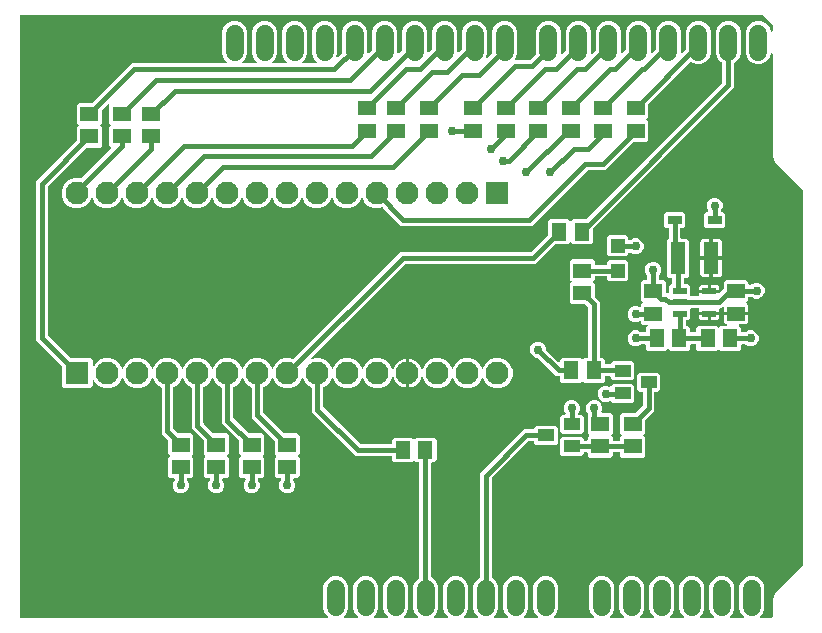
<source format=gtl>
G04 EAGLE Gerber RS-274X export*
G75*
%MOMM*%
%FSLAX34Y34*%
%LPD*%
%INTop Copper*%
%IPPOS*%
%AMOC8*
5,1,8,0,0,1.08239X$1,22.5*%
G01*
%ADD10R,1.500000X1.300000*%
%ADD11R,1.300000X1.500000*%
%ADD12C,1.524000*%
%ADD13R,1.950000X1.950000*%
%ADD14C,1.950000*%
%ADD15R,1.200000X0.550000*%
%ADD16R,1.400000X1.000000*%
%ADD17R,1.200000X0.750000*%
%ADD18R,1.300000X2.700000*%
%ADD19R,1.200000X1.200000*%
%ADD20C,0.406400*%
%ADD21C,0.756400*%

G36*
X273833Y12871D02*
X273833Y12871D01*
X273905Y12873D01*
X273954Y12891D01*
X274005Y12899D01*
X274069Y12933D01*
X274136Y12958D01*
X274177Y12990D01*
X274223Y13015D01*
X274272Y13067D01*
X274328Y13111D01*
X274356Y13155D01*
X274392Y13193D01*
X274422Y13258D01*
X274461Y13318D01*
X274474Y13369D01*
X274496Y13416D01*
X274504Y13487D01*
X274521Y13557D01*
X274517Y13609D01*
X274523Y13660D01*
X274507Y13731D01*
X274502Y13802D01*
X274482Y13850D01*
X274470Y13901D01*
X274434Y13962D01*
X274406Y14028D01*
X274361Y14084D01*
X274344Y14112D01*
X274326Y14127D01*
X274301Y14159D01*
X272096Y16364D01*
X270479Y20267D01*
X270479Y39733D01*
X272096Y43636D01*
X275084Y46624D01*
X278987Y48241D01*
X283213Y48241D01*
X287116Y46624D01*
X290104Y43636D01*
X291721Y39733D01*
X291721Y20267D01*
X290104Y16364D01*
X287899Y14159D01*
X287857Y14101D01*
X287808Y14049D01*
X287786Y14002D01*
X287756Y13960D01*
X287735Y13891D01*
X287704Y13826D01*
X287699Y13774D01*
X287683Y13724D01*
X287685Y13653D01*
X287677Y13582D01*
X287688Y13531D01*
X287690Y13479D01*
X287714Y13411D01*
X287730Y13341D01*
X287756Y13296D01*
X287774Y13248D01*
X287819Y13192D01*
X287856Y13130D01*
X287895Y13096D01*
X287928Y13056D01*
X287988Y13017D01*
X288043Y12970D01*
X288091Y12951D01*
X288135Y12923D01*
X288204Y12905D01*
X288271Y12878D01*
X288342Y12870D01*
X288373Y12862D01*
X288397Y12864D01*
X288438Y12860D01*
X299162Y12860D01*
X299233Y12871D01*
X299305Y12873D01*
X299354Y12891D01*
X299405Y12899D01*
X299469Y12933D01*
X299536Y12958D01*
X299577Y12990D01*
X299623Y13015D01*
X299672Y13067D01*
X299728Y13111D01*
X299756Y13155D01*
X299792Y13193D01*
X299822Y13258D01*
X299861Y13318D01*
X299874Y13369D01*
X299896Y13416D01*
X299904Y13487D01*
X299921Y13557D01*
X299917Y13609D01*
X299923Y13660D01*
X299907Y13731D01*
X299902Y13802D01*
X299882Y13850D01*
X299870Y13901D01*
X299834Y13962D01*
X299806Y14028D01*
X299761Y14084D01*
X299744Y14112D01*
X299726Y14127D01*
X299701Y14159D01*
X297496Y16364D01*
X295879Y20267D01*
X295879Y39733D01*
X297496Y43636D01*
X300484Y46624D01*
X304387Y48241D01*
X308613Y48241D01*
X312516Y46624D01*
X315504Y43636D01*
X317121Y39733D01*
X317121Y20267D01*
X315504Y16364D01*
X313299Y14159D01*
X313257Y14101D01*
X313208Y14049D01*
X313186Y14002D01*
X313156Y13960D01*
X313135Y13891D01*
X313104Y13826D01*
X313099Y13774D01*
X313083Y13724D01*
X313085Y13653D01*
X313077Y13582D01*
X313088Y13531D01*
X313090Y13479D01*
X313114Y13411D01*
X313130Y13341D01*
X313156Y13296D01*
X313174Y13248D01*
X313219Y13192D01*
X313256Y13130D01*
X313295Y13096D01*
X313328Y13056D01*
X313388Y13017D01*
X313443Y12970D01*
X313491Y12951D01*
X313535Y12923D01*
X313604Y12905D01*
X313671Y12878D01*
X313742Y12870D01*
X313773Y12862D01*
X313797Y12864D01*
X313838Y12860D01*
X324562Y12860D01*
X324633Y12871D01*
X324705Y12873D01*
X324754Y12891D01*
X324805Y12899D01*
X324869Y12933D01*
X324936Y12958D01*
X324977Y12990D01*
X325023Y13015D01*
X325072Y13067D01*
X325128Y13111D01*
X325156Y13155D01*
X325192Y13193D01*
X325222Y13258D01*
X325261Y13318D01*
X325274Y13369D01*
X325296Y13416D01*
X325304Y13487D01*
X325321Y13557D01*
X325317Y13609D01*
X325323Y13660D01*
X325307Y13731D01*
X325302Y13802D01*
X325282Y13850D01*
X325270Y13901D01*
X325234Y13962D01*
X325206Y14028D01*
X325161Y14084D01*
X325144Y14112D01*
X325126Y14127D01*
X325101Y14159D01*
X322896Y16364D01*
X321279Y20267D01*
X321279Y39733D01*
X322896Y43636D01*
X325884Y46624D01*
X329787Y48241D01*
X334013Y48241D01*
X337916Y46624D01*
X340904Y43636D01*
X342521Y39733D01*
X342521Y20267D01*
X340904Y16364D01*
X338699Y14159D01*
X338657Y14101D01*
X338608Y14049D01*
X338586Y14002D01*
X338556Y13960D01*
X338535Y13891D01*
X338504Y13826D01*
X338499Y13774D01*
X338483Y13724D01*
X338485Y13653D01*
X338477Y13582D01*
X338488Y13531D01*
X338490Y13479D01*
X338514Y13411D01*
X338530Y13341D01*
X338556Y13296D01*
X338574Y13248D01*
X338619Y13192D01*
X338656Y13130D01*
X338695Y13096D01*
X338728Y13056D01*
X338788Y13017D01*
X338843Y12970D01*
X338891Y12951D01*
X338935Y12923D01*
X339004Y12905D01*
X339071Y12878D01*
X339142Y12870D01*
X339173Y12862D01*
X339197Y12864D01*
X339238Y12860D01*
X349962Y12860D01*
X350033Y12871D01*
X350105Y12873D01*
X350154Y12891D01*
X350205Y12899D01*
X350269Y12933D01*
X350336Y12958D01*
X350377Y12990D01*
X350423Y13015D01*
X350472Y13067D01*
X350528Y13111D01*
X350556Y13155D01*
X350592Y13193D01*
X350622Y13258D01*
X350661Y13318D01*
X350674Y13369D01*
X350696Y13416D01*
X350704Y13487D01*
X350721Y13557D01*
X350717Y13609D01*
X350723Y13660D01*
X350707Y13731D01*
X350702Y13802D01*
X350682Y13850D01*
X350670Y13901D01*
X350634Y13962D01*
X350606Y14028D01*
X350561Y14084D01*
X350544Y14112D01*
X350526Y14127D01*
X350501Y14159D01*
X348296Y16364D01*
X346679Y20267D01*
X346679Y39733D01*
X348296Y43636D01*
X351284Y46624D01*
X351497Y46712D01*
X351597Y46774D01*
X351697Y46834D01*
X351701Y46839D01*
X351706Y46842D01*
X351781Y46932D01*
X351857Y47021D01*
X351859Y47027D01*
X351863Y47031D01*
X351905Y47140D01*
X351949Y47249D01*
X351950Y47256D01*
X351951Y47261D01*
X351952Y47279D01*
X351967Y47416D01*
X351967Y143738D01*
X351964Y143758D01*
X351966Y143777D01*
X351944Y143879D01*
X351928Y143981D01*
X351918Y143998D01*
X351914Y144018D01*
X351861Y144107D01*
X351812Y144198D01*
X351798Y144212D01*
X351788Y144229D01*
X351709Y144296D01*
X351634Y144368D01*
X351616Y144376D01*
X351601Y144389D01*
X351505Y144428D01*
X351411Y144471D01*
X351391Y144473D01*
X351373Y144481D01*
X351206Y144499D01*
X349257Y144499D01*
X348038Y145718D01*
X348022Y145730D01*
X348010Y145745D01*
X347922Y145801D01*
X347839Y145862D01*
X347820Y145867D01*
X347803Y145878D01*
X347702Y145904D01*
X347603Y145934D01*
X347584Y145933D01*
X347564Y145938D01*
X347461Y145930D01*
X347358Y145928D01*
X347339Y145921D01*
X347319Y145919D01*
X347224Y145879D01*
X347127Y145843D01*
X347111Y145831D01*
X347093Y145823D01*
X346962Y145718D01*
X345743Y144499D01*
X330257Y144499D01*
X328499Y146257D01*
X328499Y149206D01*
X328496Y149226D01*
X328498Y149245D01*
X328476Y149347D01*
X328460Y149449D01*
X328450Y149466D01*
X328446Y149486D01*
X328393Y149575D01*
X328344Y149666D01*
X328330Y149680D01*
X328320Y149697D01*
X328241Y149764D01*
X328166Y149836D01*
X328148Y149844D01*
X328133Y149857D01*
X328037Y149896D01*
X327943Y149939D01*
X327923Y149941D01*
X327905Y149949D01*
X327738Y149967D01*
X297915Y149967D01*
X260667Y187215D01*
X260667Y207775D01*
X260648Y207889D01*
X260631Y208006D01*
X260629Y208011D01*
X260628Y208017D01*
X260573Y208120D01*
X260520Y208225D01*
X260515Y208229D01*
X260512Y208235D01*
X260429Y208314D01*
X260344Y208397D01*
X260338Y208401D01*
X260334Y208404D01*
X260317Y208412D01*
X260197Y208478D01*
X258477Y209190D01*
X254890Y212777D01*
X253703Y215643D01*
X253665Y215704D01*
X253636Y215770D01*
X253601Y215808D01*
X253574Y215852D01*
X253518Y215898D01*
X253470Y215951D01*
X253424Y215976D01*
X253384Y216009D01*
X253317Y216035D01*
X253254Y216069D01*
X253203Y216079D01*
X253155Y216097D01*
X253083Y216100D01*
X253012Y216113D01*
X252961Y216106D01*
X252909Y216108D01*
X252840Y216088D01*
X252769Y216077D01*
X252723Y216054D01*
X252673Y216039D01*
X252614Y215998D01*
X252550Y215966D01*
X252513Y215929D01*
X252471Y215899D01*
X252428Y215841D01*
X252378Y215790D01*
X252343Y215727D01*
X252324Y215702D01*
X252317Y215679D01*
X252297Y215643D01*
X251110Y212777D01*
X247523Y209190D01*
X242836Y207249D01*
X237764Y207249D01*
X233077Y209190D01*
X229490Y212777D01*
X228303Y215643D01*
X228265Y215704D01*
X228236Y215770D01*
X228201Y215808D01*
X228174Y215852D01*
X228118Y215898D01*
X228070Y215951D01*
X228024Y215976D01*
X227984Y216009D01*
X227917Y216035D01*
X227854Y216069D01*
X227803Y216079D01*
X227755Y216097D01*
X227683Y216100D01*
X227612Y216113D01*
X227561Y216106D01*
X227509Y216108D01*
X227440Y216088D01*
X227369Y216077D01*
X227323Y216054D01*
X227273Y216039D01*
X227214Y215998D01*
X227150Y215966D01*
X227113Y215929D01*
X227071Y215899D01*
X227028Y215841D01*
X226978Y215790D01*
X226943Y215727D01*
X226924Y215702D01*
X226917Y215679D01*
X226897Y215643D01*
X225710Y212777D01*
X222123Y209190D01*
X220403Y208478D01*
X220303Y208416D01*
X220203Y208356D01*
X220199Y208352D01*
X220194Y208348D01*
X220119Y208258D01*
X220043Y208170D01*
X220041Y208164D01*
X220037Y208159D01*
X219995Y208050D01*
X219951Y207941D01*
X219950Y207934D01*
X219949Y207929D01*
X219948Y207911D01*
X219933Y207775D01*
X219933Y187000D01*
X219947Y186910D01*
X219955Y186819D01*
X219967Y186789D01*
X219972Y186757D01*
X220015Y186677D01*
X220051Y186593D01*
X220077Y186561D01*
X220088Y186540D01*
X220111Y186518D01*
X220156Y186462D01*
X237394Y169224D01*
X237468Y169171D01*
X237537Y169111D01*
X237567Y169099D01*
X237593Y169080D01*
X237680Y169053D01*
X237765Y169019D01*
X237806Y169015D01*
X237828Y169008D01*
X237861Y169009D01*
X237932Y169001D01*
X248743Y169001D01*
X250501Y167243D01*
X250501Y151757D01*
X249282Y150538D01*
X249270Y150522D01*
X249255Y150510D01*
X249199Y150422D01*
X249138Y150339D01*
X249133Y150320D01*
X249122Y150303D01*
X249096Y150202D01*
X249066Y150103D01*
X249067Y150084D01*
X249062Y150064D01*
X249070Y149961D01*
X249072Y149858D01*
X249079Y149839D01*
X249081Y149819D01*
X249121Y149724D01*
X249157Y149627D01*
X249169Y149611D01*
X249177Y149593D01*
X249282Y149462D01*
X250501Y148243D01*
X250501Y132757D01*
X248743Y130999D01*
X245794Y130999D01*
X245774Y130996D01*
X245755Y130998D01*
X245653Y130976D01*
X245551Y130960D01*
X245534Y130950D01*
X245514Y130946D01*
X245425Y130893D01*
X245334Y130844D01*
X245320Y130830D01*
X245303Y130820D01*
X245236Y130741D01*
X245164Y130666D01*
X245156Y130648D01*
X245143Y130633D01*
X245104Y130537D01*
X245061Y130443D01*
X245059Y130423D01*
X245051Y130405D01*
X245033Y130238D01*
X245033Y129875D01*
X245047Y129785D01*
X245055Y129694D01*
X245067Y129664D01*
X245072Y129632D01*
X245115Y129551D01*
X245151Y129468D01*
X245177Y129435D01*
X245188Y129415D01*
X245211Y129393D01*
X245256Y129337D01*
X245750Y128842D01*
X246783Y126349D01*
X246783Y123651D01*
X245750Y121158D01*
X243842Y119250D01*
X241349Y118217D01*
X238651Y118217D01*
X236158Y119250D01*
X234250Y121158D01*
X233217Y123651D01*
X233217Y126349D01*
X234250Y128842D01*
X234744Y129337D01*
X234797Y129410D01*
X234857Y129480D01*
X234869Y129510D01*
X234888Y129536D01*
X234915Y129623D01*
X234949Y129708D01*
X234953Y129749D01*
X234960Y129771D01*
X234959Y129804D01*
X234967Y129875D01*
X234967Y130238D01*
X234964Y130258D01*
X234966Y130277D01*
X234944Y130379D01*
X234928Y130481D01*
X234918Y130498D01*
X234914Y130518D01*
X234861Y130607D01*
X234812Y130698D01*
X234798Y130712D01*
X234788Y130729D01*
X234709Y130796D01*
X234634Y130868D01*
X234616Y130876D01*
X234601Y130889D01*
X234505Y130928D01*
X234411Y130971D01*
X234391Y130973D01*
X234373Y130981D01*
X234206Y130999D01*
X231257Y130999D01*
X229499Y132757D01*
X229499Y148243D01*
X230718Y149462D01*
X230730Y149478D01*
X230745Y149490D01*
X230801Y149578D01*
X230862Y149661D01*
X230867Y149680D01*
X230878Y149697D01*
X230904Y149798D01*
X230934Y149897D01*
X230933Y149916D01*
X230938Y149936D01*
X230930Y150039D01*
X230928Y150142D01*
X230921Y150161D01*
X230919Y150181D01*
X230879Y150276D01*
X230843Y150373D01*
X230831Y150389D01*
X230823Y150407D01*
X230718Y150538D01*
X229499Y151757D01*
X229499Y162568D01*
X229485Y162658D01*
X229477Y162749D01*
X229465Y162779D01*
X229460Y162811D01*
X229417Y162891D01*
X229381Y162975D01*
X229355Y163007D01*
X229344Y163028D01*
X229321Y163050D01*
X229276Y163106D01*
X209867Y182515D01*
X209867Y207775D01*
X209848Y207889D01*
X209831Y208006D01*
X209829Y208011D01*
X209828Y208017D01*
X209773Y208120D01*
X209720Y208225D01*
X209715Y208229D01*
X209712Y208235D01*
X209629Y208314D01*
X209544Y208397D01*
X209538Y208401D01*
X209534Y208404D01*
X209517Y208412D01*
X209397Y208478D01*
X207677Y209190D01*
X204090Y212777D01*
X202903Y215643D01*
X202865Y215704D01*
X202836Y215770D01*
X202801Y215808D01*
X202774Y215852D01*
X202718Y215898D01*
X202670Y215951D01*
X202624Y215976D01*
X202584Y216009D01*
X202517Y216035D01*
X202454Y216069D01*
X202403Y216079D01*
X202355Y216097D01*
X202283Y216100D01*
X202212Y216113D01*
X202161Y216106D01*
X202109Y216108D01*
X202040Y216088D01*
X201969Y216077D01*
X201923Y216054D01*
X201873Y216039D01*
X201814Y215998D01*
X201750Y215966D01*
X201713Y215929D01*
X201671Y215899D01*
X201628Y215841D01*
X201578Y215790D01*
X201543Y215727D01*
X201524Y215702D01*
X201517Y215679D01*
X201497Y215643D01*
X200310Y212777D01*
X196723Y209190D01*
X195003Y208478D01*
X194903Y208416D01*
X194803Y208356D01*
X194799Y208352D01*
X194794Y208348D01*
X194719Y208258D01*
X194643Y208170D01*
X194641Y208164D01*
X194637Y208159D01*
X194595Y208050D01*
X194551Y207941D01*
X194550Y207934D01*
X194549Y207929D01*
X194548Y207911D01*
X194533Y207775D01*
X194533Y182400D01*
X194547Y182310D01*
X194555Y182219D01*
X194567Y182189D01*
X194572Y182157D01*
X194615Y182077D01*
X194651Y181993D01*
X194677Y181961D01*
X194688Y181940D01*
X194711Y181918D01*
X194756Y181862D01*
X207394Y169224D01*
X207468Y169171D01*
X207537Y169111D01*
X207567Y169099D01*
X207593Y169080D01*
X207680Y169053D01*
X207765Y169019D01*
X207806Y169015D01*
X207828Y169008D01*
X207861Y169009D01*
X207932Y169001D01*
X218743Y169001D01*
X220501Y167243D01*
X220501Y151757D01*
X219282Y150538D01*
X219270Y150522D01*
X219255Y150510D01*
X219199Y150422D01*
X219138Y150339D01*
X219133Y150320D01*
X219122Y150303D01*
X219096Y150202D01*
X219066Y150103D01*
X219067Y150084D01*
X219062Y150064D01*
X219070Y149961D01*
X219072Y149858D01*
X219079Y149839D01*
X219081Y149819D01*
X219121Y149724D01*
X219157Y149627D01*
X219169Y149611D01*
X219177Y149593D01*
X219282Y149462D01*
X220501Y148243D01*
X220501Y132757D01*
X218743Y130999D01*
X215794Y130999D01*
X215774Y130996D01*
X215755Y130998D01*
X215653Y130976D01*
X215551Y130960D01*
X215534Y130950D01*
X215514Y130946D01*
X215425Y130893D01*
X215334Y130844D01*
X215320Y130830D01*
X215303Y130820D01*
X215236Y130741D01*
X215164Y130666D01*
X215156Y130648D01*
X215143Y130633D01*
X215104Y130537D01*
X215061Y130443D01*
X215059Y130423D01*
X215051Y130405D01*
X215033Y130238D01*
X215033Y129875D01*
X215047Y129785D01*
X215055Y129694D01*
X215067Y129664D01*
X215072Y129632D01*
X215115Y129551D01*
X215151Y129468D01*
X215177Y129435D01*
X215188Y129415D01*
X215211Y129393D01*
X215256Y129337D01*
X215750Y128842D01*
X216783Y126349D01*
X216783Y123651D01*
X215750Y121158D01*
X213842Y119250D01*
X211349Y118217D01*
X208651Y118217D01*
X206158Y119250D01*
X204250Y121158D01*
X203217Y123651D01*
X203217Y126349D01*
X204250Y128842D01*
X204744Y129337D01*
X204797Y129410D01*
X204857Y129480D01*
X204869Y129510D01*
X204888Y129536D01*
X204915Y129623D01*
X204949Y129708D01*
X204953Y129749D01*
X204960Y129771D01*
X204959Y129804D01*
X204967Y129875D01*
X204967Y130238D01*
X204964Y130258D01*
X204966Y130277D01*
X204944Y130379D01*
X204928Y130481D01*
X204918Y130498D01*
X204914Y130518D01*
X204861Y130607D01*
X204812Y130698D01*
X204798Y130712D01*
X204788Y130729D01*
X204709Y130796D01*
X204634Y130868D01*
X204616Y130876D01*
X204601Y130889D01*
X204505Y130928D01*
X204411Y130971D01*
X204391Y130973D01*
X204373Y130981D01*
X204206Y130999D01*
X201257Y130999D01*
X199499Y132757D01*
X199499Y148243D01*
X200718Y149462D01*
X200730Y149478D01*
X200745Y149490D01*
X200801Y149578D01*
X200862Y149661D01*
X200867Y149680D01*
X200878Y149697D01*
X200904Y149798D01*
X200934Y149897D01*
X200933Y149916D01*
X200938Y149936D01*
X200930Y150039D01*
X200928Y150142D01*
X200921Y150161D01*
X200919Y150181D01*
X200879Y150276D01*
X200843Y150373D01*
X200831Y150389D01*
X200823Y150407D01*
X200718Y150538D01*
X199499Y151757D01*
X199499Y162568D01*
X199485Y162658D01*
X199477Y162749D01*
X199465Y162779D01*
X199460Y162811D01*
X199417Y162891D01*
X199381Y162975D01*
X199355Y163007D01*
X199344Y163028D01*
X199321Y163050D01*
X199276Y163106D01*
X184467Y177915D01*
X184467Y207775D01*
X184448Y207889D01*
X184431Y208006D01*
X184429Y208011D01*
X184428Y208017D01*
X184373Y208120D01*
X184320Y208225D01*
X184315Y208229D01*
X184312Y208235D01*
X184229Y208314D01*
X184144Y208397D01*
X184138Y208401D01*
X184134Y208404D01*
X184117Y208412D01*
X183997Y208478D01*
X182277Y209190D01*
X178690Y212777D01*
X177503Y215643D01*
X177465Y215704D01*
X177436Y215770D01*
X177401Y215808D01*
X177374Y215852D01*
X177318Y215898D01*
X177270Y215951D01*
X177224Y215976D01*
X177184Y216009D01*
X177117Y216035D01*
X177054Y216069D01*
X177003Y216079D01*
X176955Y216097D01*
X176883Y216100D01*
X176812Y216113D01*
X176761Y216106D01*
X176709Y216108D01*
X176640Y216088D01*
X176569Y216077D01*
X176523Y216054D01*
X176473Y216039D01*
X176414Y215998D01*
X176350Y215966D01*
X176313Y215929D01*
X176271Y215899D01*
X176228Y215841D01*
X176178Y215790D01*
X176143Y215727D01*
X176124Y215702D01*
X176117Y215679D01*
X176097Y215643D01*
X174910Y212777D01*
X171323Y209190D01*
X169603Y208478D01*
X169503Y208416D01*
X169403Y208356D01*
X169399Y208352D01*
X169394Y208348D01*
X169319Y208258D01*
X169243Y208170D01*
X169241Y208164D01*
X169237Y208159D01*
X169195Y208050D01*
X169151Y207941D01*
X169150Y207934D01*
X169149Y207929D01*
X169148Y207911D01*
X169133Y207775D01*
X169133Y177800D01*
X169147Y177710D01*
X169155Y177619D01*
X169167Y177589D01*
X169172Y177557D01*
X169215Y177477D01*
X169251Y177393D01*
X169277Y177361D01*
X169288Y177340D01*
X169311Y177318D01*
X169356Y177262D01*
X177394Y169224D01*
X177468Y169171D01*
X177537Y169111D01*
X177567Y169099D01*
X177593Y169080D01*
X177680Y169053D01*
X177765Y169019D01*
X177806Y169015D01*
X177828Y169008D01*
X177861Y169009D01*
X177932Y169001D01*
X188743Y169001D01*
X190501Y167243D01*
X190501Y151757D01*
X189282Y150538D01*
X189270Y150522D01*
X189255Y150510D01*
X189199Y150422D01*
X189138Y150339D01*
X189133Y150320D01*
X189122Y150303D01*
X189096Y150202D01*
X189066Y150103D01*
X189067Y150084D01*
X189062Y150064D01*
X189070Y149961D01*
X189072Y149858D01*
X189079Y149839D01*
X189081Y149819D01*
X189121Y149724D01*
X189157Y149627D01*
X189169Y149611D01*
X189177Y149593D01*
X189282Y149462D01*
X190501Y148243D01*
X190501Y132757D01*
X188743Y130999D01*
X185794Y130999D01*
X185774Y130996D01*
X185755Y130998D01*
X185653Y130976D01*
X185551Y130960D01*
X185534Y130950D01*
X185514Y130946D01*
X185425Y130893D01*
X185334Y130844D01*
X185320Y130830D01*
X185303Y130820D01*
X185236Y130741D01*
X185164Y130666D01*
X185156Y130648D01*
X185143Y130633D01*
X185104Y130537D01*
X185061Y130443D01*
X185059Y130423D01*
X185051Y130405D01*
X185033Y130238D01*
X185033Y129875D01*
X185047Y129785D01*
X185055Y129694D01*
X185067Y129664D01*
X185072Y129632D01*
X185115Y129551D01*
X185151Y129468D01*
X185177Y129435D01*
X185188Y129415D01*
X185211Y129393D01*
X185256Y129337D01*
X185750Y128842D01*
X186783Y126349D01*
X186783Y123651D01*
X185750Y121158D01*
X183842Y119250D01*
X181349Y118217D01*
X178651Y118217D01*
X176158Y119250D01*
X174250Y121158D01*
X173217Y123651D01*
X173217Y126349D01*
X174250Y128842D01*
X174744Y129337D01*
X174797Y129410D01*
X174857Y129480D01*
X174869Y129510D01*
X174888Y129536D01*
X174915Y129623D01*
X174949Y129708D01*
X174953Y129749D01*
X174960Y129771D01*
X174959Y129804D01*
X174967Y129875D01*
X174967Y130238D01*
X174964Y130258D01*
X174966Y130277D01*
X174944Y130379D01*
X174928Y130481D01*
X174918Y130498D01*
X174914Y130518D01*
X174861Y130607D01*
X174812Y130698D01*
X174798Y130712D01*
X174788Y130729D01*
X174709Y130796D01*
X174634Y130868D01*
X174616Y130876D01*
X174601Y130889D01*
X174505Y130928D01*
X174411Y130971D01*
X174391Y130973D01*
X174373Y130981D01*
X174206Y130999D01*
X171257Y130999D01*
X169499Y132757D01*
X169499Y148243D01*
X170718Y149462D01*
X170730Y149478D01*
X170745Y149490D01*
X170801Y149578D01*
X170862Y149661D01*
X170867Y149680D01*
X170878Y149697D01*
X170904Y149798D01*
X170934Y149897D01*
X170933Y149916D01*
X170938Y149936D01*
X170930Y150039D01*
X170928Y150142D01*
X170921Y150161D01*
X170919Y150181D01*
X170879Y150276D01*
X170843Y150373D01*
X170831Y150389D01*
X170823Y150407D01*
X170718Y150538D01*
X169499Y151757D01*
X169499Y162568D01*
X169485Y162658D01*
X169477Y162749D01*
X169465Y162779D01*
X169460Y162811D01*
X169417Y162892D01*
X169381Y162975D01*
X169355Y163008D01*
X169344Y163028D01*
X169321Y163050D01*
X169276Y163106D01*
X162238Y170144D01*
X159067Y173315D01*
X159067Y207775D01*
X159048Y207889D01*
X159031Y208006D01*
X159029Y208011D01*
X159028Y208017D01*
X158973Y208120D01*
X158920Y208225D01*
X158915Y208229D01*
X158912Y208235D01*
X158829Y208314D01*
X158744Y208397D01*
X158738Y208401D01*
X158734Y208404D01*
X158717Y208412D01*
X158597Y208478D01*
X156877Y209190D01*
X153290Y212777D01*
X152103Y215643D01*
X152065Y215704D01*
X152036Y215770D01*
X152001Y215808D01*
X151974Y215852D01*
X151918Y215898D01*
X151870Y215951D01*
X151824Y215976D01*
X151784Y216009D01*
X151717Y216035D01*
X151654Y216069D01*
X151603Y216079D01*
X151555Y216097D01*
X151483Y216100D01*
X151412Y216113D01*
X151361Y216106D01*
X151309Y216108D01*
X151240Y216088D01*
X151169Y216077D01*
X151123Y216054D01*
X151073Y216039D01*
X151014Y215998D01*
X150950Y215966D01*
X150913Y215929D01*
X150871Y215899D01*
X150828Y215841D01*
X150778Y215790D01*
X150743Y215727D01*
X150724Y215702D01*
X150717Y215679D01*
X150697Y215643D01*
X149510Y212777D01*
X145923Y209190D01*
X144203Y208478D01*
X144103Y208416D01*
X144003Y208356D01*
X143999Y208352D01*
X143994Y208348D01*
X143919Y208258D01*
X143843Y208170D01*
X143841Y208164D01*
X143837Y208159D01*
X143795Y208050D01*
X143751Y207941D01*
X143750Y207934D01*
X143749Y207929D01*
X143748Y207911D01*
X143733Y207775D01*
X143733Y173200D01*
X143747Y173110D01*
X143755Y173019D01*
X143767Y172989D01*
X143772Y172957D01*
X143815Y172877D01*
X143851Y172793D01*
X143877Y172760D01*
X143888Y172740D01*
X143911Y172718D01*
X143956Y172662D01*
X147394Y169224D01*
X147468Y169171D01*
X147537Y169111D01*
X147567Y169099D01*
X147593Y169080D01*
X147680Y169053D01*
X147765Y169019D01*
X147806Y169015D01*
X147828Y169008D01*
X147861Y169009D01*
X147932Y169001D01*
X158743Y169001D01*
X160501Y167243D01*
X160501Y151757D01*
X159282Y150538D01*
X159270Y150522D01*
X159255Y150510D01*
X159199Y150422D01*
X159138Y150339D01*
X159133Y150320D01*
X159122Y150303D01*
X159096Y150202D01*
X159066Y150103D01*
X159067Y150084D01*
X159062Y150064D01*
X159070Y149961D01*
X159072Y149858D01*
X159079Y149839D01*
X159081Y149819D01*
X159121Y149724D01*
X159157Y149627D01*
X159169Y149611D01*
X159177Y149593D01*
X159282Y149462D01*
X160501Y148243D01*
X160501Y132757D01*
X158743Y130999D01*
X155794Y130999D01*
X155774Y130996D01*
X155755Y130998D01*
X155653Y130976D01*
X155551Y130960D01*
X155534Y130950D01*
X155514Y130946D01*
X155425Y130893D01*
X155334Y130844D01*
X155320Y130830D01*
X155303Y130820D01*
X155236Y130741D01*
X155164Y130666D01*
X155156Y130648D01*
X155143Y130633D01*
X155104Y130537D01*
X155061Y130443D01*
X155059Y130423D01*
X155051Y130405D01*
X155033Y130238D01*
X155033Y129875D01*
X155047Y129785D01*
X155055Y129694D01*
X155067Y129664D01*
X155072Y129632D01*
X155115Y129551D01*
X155151Y129468D01*
X155177Y129435D01*
X155188Y129415D01*
X155211Y129393D01*
X155256Y129337D01*
X155750Y128842D01*
X156783Y126349D01*
X156783Y123651D01*
X155750Y121158D01*
X153842Y119250D01*
X151349Y118217D01*
X148651Y118217D01*
X146158Y119250D01*
X144250Y121158D01*
X143217Y123651D01*
X143217Y126349D01*
X144250Y128842D01*
X144744Y129337D01*
X144797Y129410D01*
X144857Y129480D01*
X144869Y129510D01*
X144888Y129536D01*
X144915Y129623D01*
X144949Y129708D01*
X144953Y129749D01*
X144960Y129771D01*
X144959Y129804D01*
X144967Y129875D01*
X144967Y130238D01*
X144964Y130258D01*
X144966Y130277D01*
X144944Y130379D01*
X144928Y130481D01*
X144918Y130498D01*
X144914Y130518D01*
X144861Y130607D01*
X144812Y130698D01*
X144798Y130712D01*
X144788Y130729D01*
X144709Y130796D01*
X144634Y130868D01*
X144616Y130876D01*
X144601Y130889D01*
X144505Y130928D01*
X144411Y130971D01*
X144391Y130973D01*
X144373Y130981D01*
X144206Y130999D01*
X141257Y130999D01*
X139499Y132757D01*
X139499Y148243D01*
X140718Y149462D01*
X140730Y149478D01*
X140745Y149490D01*
X140801Y149578D01*
X140862Y149661D01*
X140867Y149680D01*
X140878Y149697D01*
X140904Y149798D01*
X140934Y149897D01*
X140933Y149916D01*
X140938Y149936D01*
X140930Y150039D01*
X140928Y150142D01*
X140921Y150161D01*
X140919Y150181D01*
X140879Y150276D01*
X140843Y150373D01*
X140831Y150389D01*
X140823Y150407D01*
X140718Y150538D01*
X139499Y151757D01*
X139499Y162568D01*
X139485Y162658D01*
X139477Y162749D01*
X139465Y162779D01*
X139460Y162811D01*
X139417Y162891D01*
X139381Y162975D01*
X139355Y163008D01*
X139344Y163028D01*
X139321Y163050D01*
X139276Y163106D01*
X136838Y165544D01*
X133667Y168715D01*
X133667Y207775D01*
X133648Y207889D01*
X133631Y208006D01*
X133629Y208011D01*
X133628Y208017D01*
X133573Y208120D01*
X133520Y208225D01*
X133515Y208229D01*
X133512Y208235D01*
X133429Y208314D01*
X133344Y208397D01*
X133338Y208401D01*
X133334Y208404D01*
X133317Y208412D01*
X133197Y208478D01*
X131477Y209190D01*
X127890Y212777D01*
X126703Y215643D01*
X126665Y215704D01*
X126636Y215770D01*
X126601Y215808D01*
X126574Y215852D01*
X126518Y215898D01*
X126470Y215951D01*
X126424Y215976D01*
X126384Y216009D01*
X126317Y216035D01*
X126254Y216069D01*
X126203Y216079D01*
X126155Y216097D01*
X126083Y216100D01*
X126012Y216113D01*
X125961Y216106D01*
X125909Y216108D01*
X125840Y216088D01*
X125769Y216077D01*
X125723Y216054D01*
X125673Y216039D01*
X125614Y215998D01*
X125550Y215966D01*
X125513Y215929D01*
X125471Y215899D01*
X125428Y215841D01*
X125378Y215790D01*
X125343Y215727D01*
X125324Y215702D01*
X125317Y215679D01*
X125297Y215643D01*
X124110Y212777D01*
X120523Y209190D01*
X115836Y207249D01*
X110764Y207249D01*
X106077Y209190D01*
X102490Y212777D01*
X101303Y215643D01*
X101265Y215704D01*
X101236Y215770D01*
X101201Y215808D01*
X101174Y215852D01*
X101118Y215898D01*
X101070Y215951D01*
X101024Y215976D01*
X100984Y216009D01*
X100917Y216035D01*
X100854Y216069D01*
X100803Y216079D01*
X100755Y216097D01*
X100683Y216100D01*
X100612Y216113D01*
X100561Y216106D01*
X100509Y216108D01*
X100440Y216088D01*
X100369Y216077D01*
X100323Y216054D01*
X100273Y216039D01*
X100214Y215998D01*
X100150Y215966D01*
X100113Y215929D01*
X100071Y215899D01*
X100028Y215841D01*
X99978Y215790D01*
X99943Y215727D01*
X99924Y215702D01*
X99917Y215679D01*
X99897Y215643D01*
X98710Y212777D01*
X95123Y209190D01*
X90436Y207249D01*
X85364Y207249D01*
X80677Y209190D01*
X77090Y212777D01*
X76715Y213683D01*
X76664Y213766D01*
X76618Y213852D01*
X76599Y213870D01*
X76586Y213892D01*
X76511Y213954D01*
X76440Y214021D01*
X76416Y214032D01*
X76396Y214049D01*
X76305Y214084D01*
X76217Y214125D01*
X76191Y214128D01*
X76167Y214137D01*
X76069Y214141D01*
X75973Y214152D01*
X75947Y214146D01*
X75921Y214148D01*
X75827Y214120D01*
X75732Y214100D01*
X75710Y214086D01*
X75685Y214079D01*
X75605Y214023D01*
X75521Y213974D01*
X75504Y213954D01*
X75483Y213939D01*
X75424Y213861D01*
X75361Y213787D01*
X75351Y213762D01*
X75336Y213741D01*
X75306Y213649D01*
X75269Y213558D01*
X75266Y213526D01*
X75260Y213507D01*
X75260Y213474D01*
X75251Y213392D01*
X75251Y209007D01*
X73493Y207249D01*
X51507Y207249D01*
X49749Y209007D01*
X49749Y225318D01*
X49735Y225408D01*
X49727Y225499D01*
X49715Y225529D01*
X49710Y225561D01*
X49667Y225641D01*
X49631Y225725D01*
X49605Y225757D01*
X49594Y225778D01*
X49571Y225800D01*
X49526Y225856D01*
X27467Y247915D01*
X27467Y382585D01*
X30638Y385756D01*
X61776Y416894D01*
X61829Y416968D01*
X61889Y417037D01*
X61901Y417067D01*
X61920Y417093D01*
X61947Y417180D01*
X61981Y417265D01*
X61985Y417306D01*
X61992Y417328D01*
X61991Y417361D01*
X61999Y417432D01*
X61999Y428243D01*
X63218Y429462D01*
X63230Y429478D01*
X63245Y429490D01*
X63301Y429578D01*
X63362Y429661D01*
X63367Y429680D01*
X63378Y429697D01*
X63404Y429798D01*
X63434Y429897D01*
X63433Y429916D01*
X63438Y429936D01*
X63430Y430039D01*
X63428Y430142D01*
X63421Y430161D01*
X63419Y430181D01*
X63379Y430276D01*
X63343Y430373D01*
X63331Y430389D01*
X63323Y430407D01*
X63239Y430512D01*
X63237Y430516D01*
X63235Y430517D01*
X63218Y430538D01*
X61999Y431757D01*
X61999Y447243D01*
X63757Y449001D01*
X74568Y449001D01*
X74658Y449015D01*
X74749Y449023D01*
X74779Y449035D01*
X74811Y449040D01*
X74892Y449083D01*
X74975Y449119D01*
X75008Y449145D01*
X75028Y449156D01*
X75050Y449179D01*
X75106Y449224D01*
X105244Y479362D01*
X108415Y482533D01*
X188689Y482533D01*
X188760Y482544D01*
X188832Y482546D01*
X188881Y482564D01*
X188932Y482572D01*
X188996Y482606D01*
X189063Y482631D01*
X189104Y482663D01*
X189150Y482688D01*
X189199Y482740D01*
X189255Y482784D01*
X189283Y482828D01*
X189319Y482866D01*
X189349Y482931D01*
X189388Y482991D01*
X189401Y483042D01*
X189423Y483089D01*
X189431Y483160D01*
X189448Y483230D01*
X189444Y483282D01*
X189450Y483333D01*
X189434Y483404D01*
X189429Y483475D01*
X189409Y483523D01*
X189397Y483574D01*
X189361Y483635D01*
X189333Y483701D01*
X189288Y483757D01*
X189271Y483785D01*
X189256Y483798D01*
X189253Y483803D01*
X189247Y483808D01*
X189228Y483832D01*
X186696Y486364D01*
X185079Y490267D01*
X185079Y509733D01*
X186696Y513636D01*
X189684Y516624D01*
X193587Y518241D01*
X197813Y518241D01*
X201716Y516624D01*
X204704Y513636D01*
X206321Y509733D01*
X206321Y490267D01*
X204704Y486364D01*
X202172Y483832D01*
X202130Y483774D01*
X202081Y483722D01*
X202059Y483675D01*
X202029Y483633D01*
X202008Y483564D01*
X201977Y483499D01*
X201972Y483447D01*
X201956Y483397D01*
X201958Y483326D01*
X201950Y483255D01*
X201961Y483204D01*
X201963Y483152D01*
X201987Y483084D01*
X202003Y483014D01*
X202029Y482969D01*
X202047Y482921D01*
X202092Y482865D01*
X202129Y482803D01*
X202168Y482769D01*
X202201Y482729D01*
X202261Y482690D01*
X202316Y482643D01*
X202364Y482624D01*
X202408Y482596D01*
X202477Y482578D01*
X202544Y482551D01*
X202615Y482543D01*
X202646Y482535D01*
X202670Y482537D01*
X202711Y482533D01*
X214089Y482533D01*
X214160Y482544D01*
X214232Y482546D01*
X214281Y482564D01*
X214332Y482572D01*
X214396Y482606D01*
X214463Y482631D01*
X214504Y482663D01*
X214550Y482688D01*
X214599Y482740D01*
X214655Y482784D01*
X214683Y482828D01*
X214719Y482866D01*
X214749Y482931D01*
X214788Y482991D01*
X214801Y483042D01*
X214823Y483089D01*
X214831Y483160D01*
X214848Y483230D01*
X214844Y483282D01*
X214850Y483333D01*
X214834Y483404D01*
X214829Y483475D01*
X214809Y483523D01*
X214797Y483574D01*
X214761Y483635D01*
X214733Y483701D01*
X214688Y483757D01*
X214671Y483785D01*
X214656Y483798D01*
X214653Y483803D01*
X214647Y483808D01*
X214628Y483832D01*
X212096Y486364D01*
X210479Y490267D01*
X210479Y509733D01*
X212096Y513636D01*
X215084Y516624D01*
X218987Y518241D01*
X223213Y518241D01*
X227116Y516624D01*
X230104Y513636D01*
X231721Y509733D01*
X231721Y490267D01*
X230104Y486364D01*
X227572Y483832D01*
X227530Y483774D01*
X227481Y483722D01*
X227459Y483675D01*
X227429Y483633D01*
X227408Y483564D01*
X227377Y483499D01*
X227372Y483447D01*
X227356Y483397D01*
X227358Y483326D01*
X227350Y483255D01*
X227361Y483204D01*
X227363Y483152D01*
X227387Y483084D01*
X227403Y483014D01*
X227429Y482969D01*
X227447Y482921D01*
X227492Y482865D01*
X227529Y482803D01*
X227568Y482769D01*
X227601Y482729D01*
X227661Y482690D01*
X227716Y482643D01*
X227764Y482624D01*
X227808Y482596D01*
X227877Y482578D01*
X227944Y482551D01*
X228015Y482543D01*
X228046Y482535D01*
X228070Y482537D01*
X228111Y482533D01*
X239489Y482533D01*
X239560Y482544D01*
X239632Y482546D01*
X239681Y482564D01*
X239732Y482572D01*
X239796Y482606D01*
X239863Y482631D01*
X239904Y482663D01*
X239950Y482688D01*
X239999Y482740D01*
X240055Y482784D01*
X240083Y482828D01*
X240119Y482866D01*
X240149Y482931D01*
X240188Y482991D01*
X240201Y483042D01*
X240223Y483089D01*
X240231Y483160D01*
X240248Y483230D01*
X240244Y483282D01*
X240250Y483333D01*
X240234Y483404D01*
X240229Y483475D01*
X240209Y483523D01*
X240197Y483574D01*
X240161Y483635D01*
X240133Y483701D01*
X240088Y483757D01*
X240071Y483785D01*
X240056Y483798D01*
X240053Y483803D01*
X240047Y483808D01*
X240028Y483832D01*
X237496Y486364D01*
X235879Y490267D01*
X235879Y509733D01*
X237496Y513636D01*
X240484Y516624D01*
X244387Y518241D01*
X248613Y518241D01*
X252516Y516624D01*
X255504Y513636D01*
X257121Y509733D01*
X257121Y490267D01*
X255504Y486364D01*
X252972Y483832D01*
X252930Y483774D01*
X252881Y483722D01*
X252859Y483675D01*
X252829Y483633D01*
X252808Y483564D01*
X252777Y483499D01*
X252772Y483447D01*
X252756Y483397D01*
X252758Y483326D01*
X252750Y483255D01*
X252761Y483204D01*
X252763Y483152D01*
X252787Y483084D01*
X252803Y483014D01*
X252829Y482969D01*
X252847Y482921D01*
X252892Y482865D01*
X252929Y482803D01*
X252968Y482769D01*
X253001Y482729D01*
X253061Y482690D01*
X253116Y482643D01*
X253164Y482624D01*
X253208Y482596D01*
X253277Y482578D01*
X253344Y482551D01*
X253415Y482543D01*
X253446Y482535D01*
X253470Y482537D01*
X253511Y482533D01*
X264889Y482533D01*
X264960Y482544D01*
X265032Y482546D01*
X265081Y482564D01*
X265132Y482572D01*
X265196Y482606D01*
X265263Y482631D01*
X265304Y482663D01*
X265350Y482688D01*
X265399Y482740D01*
X265455Y482784D01*
X265483Y482828D01*
X265519Y482866D01*
X265549Y482931D01*
X265588Y482991D01*
X265601Y483042D01*
X265623Y483089D01*
X265631Y483160D01*
X265648Y483230D01*
X265644Y483282D01*
X265650Y483333D01*
X265634Y483404D01*
X265629Y483475D01*
X265609Y483523D01*
X265597Y483574D01*
X265561Y483635D01*
X265533Y483701D01*
X265488Y483757D01*
X265471Y483785D01*
X265456Y483798D01*
X265453Y483803D01*
X265447Y483808D01*
X265428Y483832D01*
X262896Y486364D01*
X261279Y490267D01*
X261279Y509733D01*
X262896Y513636D01*
X265884Y516624D01*
X269787Y518241D01*
X274013Y518241D01*
X277916Y516624D01*
X280904Y513636D01*
X282521Y509733D01*
X282521Y490267D01*
X281772Y488461D01*
X281750Y488366D01*
X281722Y488273D01*
X281722Y488247D01*
X281716Y488222D01*
X281725Y488125D01*
X281728Y488027D01*
X281737Y488003D01*
X281739Y487977D01*
X281779Y487888D01*
X281812Y487796D01*
X281829Y487776D01*
X281839Y487752D01*
X281905Y487680D01*
X281966Y487604D01*
X281988Y487590D01*
X282006Y487571D01*
X282091Y487524D01*
X282173Y487471D01*
X282198Y487465D01*
X282221Y487452D01*
X282317Y487435D01*
X282412Y487411D01*
X282438Y487413D01*
X282463Y487409D01*
X282560Y487423D01*
X282657Y487430D01*
X282681Y487441D01*
X282707Y487444D01*
X282794Y487489D01*
X282883Y487527D01*
X282909Y487547D01*
X282926Y487556D01*
X282949Y487579D01*
X283014Y487631D01*
X286456Y491074D01*
X286509Y491148D01*
X286569Y491217D01*
X286581Y491247D01*
X286600Y491273D01*
X286627Y491361D01*
X286661Y491445D01*
X286665Y491486D01*
X286672Y491508D01*
X286671Y491541D01*
X286679Y491612D01*
X286679Y509733D01*
X288296Y513636D01*
X291284Y516624D01*
X295187Y518241D01*
X299413Y518241D01*
X303316Y516624D01*
X306304Y513636D01*
X307921Y509733D01*
X307921Y491876D01*
X307932Y491805D01*
X307934Y491733D01*
X307952Y491684D01*
X307960Y491633D01*
X307994Y491570D01*
X308019Y491502D01*
X308051Y491462D01*
X308076Y491416D01*
X308127Y491366D01*
X308172Y491310D01*
X308216Y491282D01*
X308254Y491246D01*
X308319Y491216D01*
X308379Y491177D01*
X308430Y491165D01*
X308477Y491143D01*
X308548Y491135D01*
X308618Y491117D01*
X308670Y491121D01*
X308721Y491116D01*
X308792Y491131D01*
X308863Y491136D01*
X308911Y491157D01*
X308962Y491168D01*
X309023Y491205D01*
X309089Y491233D01*
X309145Y491278D01*
X309173Y491294D01*
X309188Y491312D01*
X309220Y491338D01*
X311856Y493974D01*
X311909Y494048D01*
X311969Y494117D01*
X311981Y494147D01*
X312000Y494173D01*
X312027Y494260D01*
X312061Y494345D01*
X312065Y494386D01*
X312072Y494408D01*
X312071Y494441D01*
X312079Y494512D01*
X312079Y509733D01*
X313696Y513636D01*
X316684Y516624D01*
X320587Y518241D01*
X324813Y518241D01*
X328716Y516624D01*
X331704Y513636D01*
X333321Y509733D01*
X333321Y491676D01*
X333323Y491660D01*
X333322Y491647D01*
X333333Y491597D01*
X333334Y491533D01*
X333352Y491484D01*
X333360Y491433D01*
X333373Y491409D01*
X333374Y491406D01*
X333381Y491395D01*
X333394Y491370D01*
X333419Y491302D01*
X333451Y491262D01*
X333476Y491216D01*
X333527Y491166D01*
X333572Y491110D01*
X333616Y491082D01*
X333654Y491046D01*
X333719Y491016D01*
X333779Y490977D01*
X333830Y490965D01*
X333877Y490943D01*
X333948Y490935D01*
X334018Y490917D01*
X334070Y490921D01*
X334121Y490916D01*
X334192Y490931D01*
X334263Y490936D01*
X334311Y490957D01*
X334362Y490968D01*
X334423Y491005D01*
X334489Y491033D01*
X334539Y491073D01*
X334552Y491080D01*
X334557Y491085D01*
X334573Y491094D01*
X334588Y491112D01*
X334620Y491138D01*
X337256Y493774D01*
X337309Y493848D01*
X337369Y493917D01*
X337381Y493947D01*
X337400Y493973D01*
X337427Y494060D01*
X337461Y494145D01*
X337465Y494186D01*
X337472Y494208D01*
X337471Y494241D01*
X337479Y494312D01*
X337479Y509733D01*
X339096Y513636D01*
X342084Y516624D01*
X345987Y518241D01*
X350213Y518241D01*
X354116Y516624D01*
X357104Y513636D01*
X358721Y509733D01*
X358721Y492559D01*
X358732Y492488D01*
X358734Y492416D01*
X358752Y492367D01*
X358760Y492316D01*
X358794Y492252D01*
X358819Y492185D01*
X358851Y492144D01*
X358876Y492098D01*
X358928Y492049D01*
X358972Y491993D01*
X359016Y491965D01*
X359054Y491929D01*
X359119Y491899D01*
X359179Y491860D01*
X359230Y491847D01*
X359277Y491825D01*
X359348Y491817D01*
X359418Y491800D01*
X359470Y491804D01*
X359521Y491798D01*
X359592Y491814D01*
X359663Y491819D01*
X359711Y491839D01*
X359762Y491851D01*
X359823Y491887D01*
X359889Y491915D01*
X359945Y491960D01*
X359973Y491977D01*
X359988Y491995D01*
X360020Y492020D01*
X362656Y494656D01*
X362709Y494730D01*
X362769Y494800D01*
X362781Y494830D01*
X362800Y494856D01*
X362827Y494943D01*
X362861Y495028D01*
X362865Y495069D01*
X362872Y495091D01*
X362871Y495123D01*
X362879Y495195D01*
X362879Y509733D01*
X364496Y513636D01*
X367484Y516624D01*
X371387Y518241D01*
X375613Y518241D01*
X379516Y516624D01*
X382504Y513636D01*
X384121Y509733D01*
X384121Y492559D01*
X384132Y492488D01*
X384134Y492416D01*
X384152Y492367D01*
X384160Y492316D01*
X384194Y492252D01*
X384219Y492185D01*
X384251Y492144D01*
X384276Y492098D01*
X384328Y492049D01*
X384372Y491993D01*
X384416Y491965D01*
X384454Y491929D01*
X384519Y491899D01*
X384579Y491860D01*
X384630Y491847D01*
X384677Y491825D01*
X384748Y491817D01*
X384818Y491800D01*
X384870Y491804D01*
X384921Y491798D01*
X384992Y491814D01*
X385063Y491819D01*
X385111Y491839D01*
X385162Y491851D01*
X385223Y491887D01*
X385289Y491915D01*
X385345Y491960D01*
X385373Y491977D01*
X385388Y491995D01*
X385420Y492020D01*
X388056Y494656D01*
X388109Y494730D01*
X388169Y494800D01*
X388181Y494830D01*
X388200Y494856D01*
X388227Y494943D01*
X388261Y495028D01*
X388265Y495069D01*
X388272Y495091D01*
X388271Y495123D01*
X388279Y495195D01*
X388279Y509733D01*
X389896Y513636D01*
X392884Y516624D01*
X396787Y518241D01*
X401013Y518241D01*
X404916Y516624D01*
X407904Y513636D01*
X409521Y509733D01*
X409521Y490267D01*
X408419Y487607D01*
X408397Y487513D01*
X408368Y487420D01*
X408369Y487393D01*
X408363Y487368D01*
X408372Y487271D01*
X408374Y487174D01*
X408383Y487149D01*
X408386Y487123D01*
X408425Y487034D01*
X408459Y486943D01*
X408475Y486922D01*
X408486Y486898D01*
X408552Y486827D01*
X408613Y486751D01*
X408635Y486737D01*
X408652Y486717D01*
X408738Y486670D01*
X408819Y486618D01*
X408845Y486611D01*
X408868Y486599D01*
X408964Y486581D01*
X409058Y486558D01*
X409084Y486560D01*
X409110Y486555D01*
X409206Y486569D01*
X409303Y486577D01*
X409327Y486587D01*
X409353Y486591D01*
X409440Y486635D01*
X409530Y486673D01*
X409555Y486693D01*
X409572Y486702D01*
X409596Y486726D01*
X409661Y486778D01*
X413456Y490574D01*
X413509Y490648D01*
X413569Y490717D01*
X413581Y490747D01*
X413600Y490773D01*
X413627Y490860D01*
X413661Y490945D01*
X413665Y490986D01*
X413672Y491008D01*
X413671Y491041D01*
X413679Y491112D01*
X413679Y509733D01*
X415296Y513636D01*
X418284Y516624D01*
X422187Y518241D01*
X426413Y518241D01*
X430316Y516624D01*
X433304Y513636D01*
X434921Y509733D01*
X434921Y490267D01*
X433304Y486364D01*
X433272Y486332D01*
X433230Y486274D01*
X433181Y486222D01*
X433159Y486175D01*
X433129Y486133D01*
X433108Y486064D01*
X433077Y485999D01*
X433072Y485947D01*
X433056Y485898D01*
X433058Y485826D01*
X433050Y485755D01*
X433061Y485704D01*
X433063Y485652D01*
X433087Y485584D01*
X433103Y485514D01*
X433129Y485469D01*
X433147Y485421D01*
X433192Y485365D01*
X433229Y485303D01*
X433268Y485269D01*
X433301Y485229D01*
X433361Y485190D01*
X433416Y485143D01*
X433464Y485124D01*
X433508Y485096D01*
X433577Y485078D01*
X433644Y485051D01*
X433715Y485043D01*
X433746Y485035D01*
X433770Y485037D01*
X433811Y485033D01*
X445100Y485033D01*
X445190Y485047D01*
X445281Y485055D01*
X445311Y485067D01*
X445343Y485072D01*
X445423Y485115D01*
X445507Y485151D01*
X445539Y485177D01*
X445560Y485188D01*
X445582Y485211D01*
X445638Y485256D01*
X450256Y489874D01*
X450309Y489948D01*
X450369Y490017D01*
X450381Y490047D01*
X450400Y490073D01*
X450427Y490160D01*
X450461Y490245D01*
X450465Y490286D01*
X450472Y490308D01*
X450471Y490341D01*
X450479Y490412D01*
X450479Y509733D01*
X452096Y513636D01*
X455084Y516624D01*
X458987Y518241D01*
X463213Y518241D01*
X467116Y516624D01*
X470104Y513636D01*
X471721Y509733D01*
X471721Y490676D01*
X471732Y490605D01*
X471734Y490533D01*
X471752Y490484D01*
X471760Y490433D01*
X471794Y490370D01*
X471819Y490302D01*
X471851Y490262D01*
X471876Y490216D01*
X471928Y490166D01*
X471972Y490110D01*
X472016Y490082D01*
X472054Y490046D01*
X472119Y490016D01*
X472179Y489977D01*
X472230Y489965D01*
X472277Y489943D01*
X472348Y489935D01*
X472418Y489917D01*
X472470Y489921D01*
X472521Y489916D01*
X472592Y489931D01*
X472663Y489936D01*
X472711Y489957D01*
X472762Y489968D01*
X472823Y490005D01*
X472889Y490033D01*
X472945Y490078D01*
X472973Y490094D01*
X472988Y490112D01*
X473020Y490138D01*
X475656Y492774D01*
X475709Y492848D01*
X475769Y492917D01*
X475781Y492947D01*
X475800Y492973D01*
X475827Y493061D01*
X475861Y493145D01*
X475865Y493186D01*
X475872Y493208D01*
X475871Y493241D01*
X475879Y493312D01*
X475879Y509733D01*
X477496Y513636D01*
X480484Y516624D01*
X484387Y518241D01*
X488613Y518241D01*
X492516Y516624D01*
X495504Y513636D01*
X497121Y509733D01*
X497121Y491076D01*
X497132Y491005D01*
X497134Y490933D01*
X497152Y490884D01*
X497160Y490833D01*
X497194Y490770D01*
X497219Y490702D01*
X497251Y490662D01*
X497276Y490616D01*
X497328Y490566D01*
X497372Y490510D01*
X497416Y490482D01*
X497454Y490446D01*
X497519Y490416D01*
X497579Y490377D01*
X497630Y490365D01*
X497677Y490343D01*
X497748Y490335D01*
X497818Y490317D01*
X497870Y490321D01*
X497921Y490316D01*
X497992Y490331D01*
X498063Y490336D01*
X498111Y490357D01*
X498162Y490368D01*
X498223Y490405D01*
X498289Y490433D01*
X498345Y490478D01*
X498373Y490494D01*
X498388Y490512D01*
X498420Y490538D01*
X501056Y493174D01*
X501109Y493248D01*
X501169Y493317D01*
X501181Y493347D01*
X501200Y493373D01*
X501227Y493461D01*
X501261Y493545D01*
X501265Y493586D01*
X501272Y493608D01*
X501271Y493641D01*
X501279Y493712D01*
X501279Y509733D01*
X502896Y513636D01*
X505884Y516624D01*
X509787Y518241D01*
X514013Y518241D01*
X517916Y516624D01*
X520904Y513636D01*
X522521Y509733D01*
X522521Y491476D01*
X522532Y491405D01*
X522534Y491333D01*
X522552Y491284D01*
X522560Y491233D01*
X522594Y491170D01*
X522619Y491102D01*
X522651Y491062D01*
X522676Y491016D01*
X522728Y490966D01*
X522772Y490910D01*
X522816Y490882D01*
X522854Y490846D01*
X522919Y490816D01*
X522979Y490777D01*
X523030Y490765D01*
X523077Y490743D01*
X523148Y490735D01*
X523218Y490717D01*
X523270Y490721D01*
X523321Y490716D01*
X523392Y490731D01*
X523463Y490736D01*
X523511Y490757D01*
X523562Y490768D01*
X523623Y490805D01*
X523689Y490833D01*
X523745Y490878D01*
X523773Y490894D01*
X523788Y490912D01*
X523820Y490938D01*
X526456Y493574D01*
X526509Y493648D01*
X526569Y493717D01*
X526581Y493747D01*
X526600Y493773D01*
X526627Y493861D01*
X526661Y493945D01*
X526665Y493986D01*
X526672Y494008D01*
X526671Y494041D01*
X526679Y494112D01*
X526679Y509733D01*
X528296Y513636D01*
X531284Y516624D01*
X535187Y518241D01*
X539413Y518241D01*
X543316Y516624D01*
X546304Y513636D01*
X547921Y509733D01*
X547921Y491876D01*
X547932Y491805D01*
X547934Y491733D01*
X547952Y491684D01*
X547960Y491633D01*
X547994Y491570D01*
X548019Y491502D01*
X548051Y491462D01*
X548076Y491416D01*
X548128Y491366D01*
X548172Y491310D01*
X548216Y491282D01*
X548254Y491246D01*
X548319Y491216D01*
X548379Y491177D01*
X548430Y491165D01*
X548477Y491143D01*
X548548Y491135D01*
X548618Y491117D01*
X548670Y491121D01*
X548721Y491116D01*
X548792Y491131D01*
X548863Y491136D01*
X548911Y491157D01*
X548962Y491168D01*
X549023Y491205D01*
X549089Y491233D01*
X549145Y491278D01*
X549173Y491294D01*
X549188Y491312D01*
X549220Y491338D01*
X551856Y493974D01*
X551909Y494048D01*
X551969Y494117D01*
X551981Y494147D01*
X552000Y494173D01*
X552027Y494261D01*
X552061Y494345D01*
X552065Y494386D01*
X552072Y494408D01*
X552071Y494441D01*
X552079Y494512D01*
X552079Y509733D01*
X553696Y513636D01*
X556684Y516624D01*
X560587Y518241D01*
X564813Y518241D01*
X568716Y516624D01*
X571704Y513636D01*
X573321Y509733D01*
X573321Y491776D01*
X573332Y491705D01*
X573334Y491633D01*
X573352Y491584D01*
X573360Y491533D01*
X573394Y491470D01*
X573419Y491402D01*
X573451Y491362D01*
X573476Y491316D01*
X573527Y491266D01*
X573572Y491210D01*
X573616Y491182D01*
X573654Y491146D01*
X573719Y491116D01*
X573779Y491077D01*
X573830Y491065D01*
X573877Y491043D01*
X573948Y491035D01*
X574018Y491017D01*
X574070Y491021D01*
X574121Y491016D01*
X574192Y491031D01*
X574263Y491036D01*
X574311Y491057D01*
X574362Y491068D01*
X574423Y491105D01*
X574489Y491133D01*
X574545Y491178D01*
X574573Y491194D01*
X574588Y491212D01*
X574620Y491238D01*
X577256Y493874D01*
X577309Y493948D01*
X577369Y494017D01*
X577381Y494047D01*
X577400Y494073D01*
X577427Y494160D01*
X577461Y494245D01*
X577465Y494286D01*
X577472Y494308D01*
X577471Y494341D01*
X577479Y494412D01*
X577479Y509733D01*
X579096Y513636D01*
X582084Y516624D01*
X585987Y518241D01*
X590213Y518241D01*
X594116Y516624D01*
X597104Y513636D01*
X598721Y509733D01*
X598721Y490267D01*
X597104Y486364D01*
X594116Y483376D01*
X590213Y481759D01*
X585987Y481759D01*
X582084Y483376D01*
X582077Y483383D01*
X582061Y483395D01*
X582048Y483410D01*
X581961Y483466D01*
X581877Y483527D01*
X581858Y483532D01*
X581841Y483543D01*
X581741Y483569D01*
X581642Y483599D01*
X581622Y483598D01*
X581603Y483603D01*
X581500Y483595D01*
X581396Y483593D01*
X581377Y483586D01*
X581358Y483584D01*
X581263Y483544D01*
X581165Y483508D01*
X581150Y483496D01*
X581131Y483488D01*
X581000Y483383D01*
X545724Y448106D01*
X545671Y448032D01*
X545611Y447963D01*
X545599Y447933D01*
X545580Y447907D01*
X545553Y447820D01*
X545519Y447735D01*
X545515Y447694D01*
X545508Y447672D01*
X545509Y447639D01*
X545501Y447568D01*
X545501Y436757D01*
X544282Y435538D01*
X544270Y435522D01*
X544255Y435510D01*
X544199Y435422D01*
X544138Y435339D01*
X544133Y435320D01*
X544122Y435303D01*
X544096Y435202D01*
X544066Y435103D01*
X544067Y435084D01*
X544062Y435064D01*
X544070Y434961D01*
X544072Y434858D01*
X544079Y434839D01*
X544081Y434819D01*
X544121Y434724D01*
X544157Y434627D01*
X544169Y434611D01*
X544177Y434593D01*
X544282Y434462D01*
X545501Y433243D01*
X545501Y417757D01*
X543743Y415999D01*
X533432Y415999D01*
X533342Y415985D01*
X533251Y415977D01*
X533221Y415965D01*
X533189Y415960D01*
X533109Y415917D01*
X533025Y415881D01*
X532993Y415855D01*
X532972Y415844D01*
X532950Y415821D01*
X532894Y415776D01*
X509585Y392467D01*
X494900Y392467D01*
X494810Y392453D01*
X494719Y392445D01*
X494689Y392433D01*
X494657Y392428D01*
X494577Y392385D01*
X494493Y392349D01*
X494461Y392323D01*
X494440Y392312D01*
X494418Y392289D01*
X494362Y392244D01*
X447085Y344967D01*
X336315Y344967D01*
X333144Y348138D01*
X320986Y360297D01*
X320891Y360365D01*
X320797Y360435D01*
X320791Y360437D01*
X320786Y360440D01*
X320674Y360475D01*
X320563Y360511D01*
X320557Y360511D01*
X320551Y360513D01*
X320434Y360510D01*
X320317Y360508D01*
X320310Y360506D01*
X320305Y360506D01*
X320288Y360500D01*
X320156Y360462D01*
X318436Y359749D01*
X313364Y359749D01*
X308677Y361690D01*
X305090Y365277D01*
X303903Y368143D01*
X303865Y368204D01*
X303836Y368270D01*
X303801Y368308D01*
X303774Y368352D01*
X303718Y368398D01*
X303670Y368451D01*
X303624Y368476D01*
X303584Y368509D01*
X303517Y368535D01*
X303454Y368569D01*
X303403Y368579D01*
X303355Y368597D01*
X303283Y368600D01*
X303212Y368613D01*
X303161Y368606D01*
X303109Y368608D01*
X303040Y368588D01*
X302969Y368577D01*
X302923Y368554D01*
X302873Y368539D01*
X302814Y368498D01*
X302750Y368466D01*
X302713Y368429D01*
X302671Y368399D01*
X302628Y368341D01*
X302578Y368290D01*
X302543Y368227D01*
X302524Y368202D01*
X302517Y368179D01*
X302497Y368143D01*
X301310Y365277D01*
X297723Y361690D01*
X293036Y359749D01*
X287964Y359749D01*
X283277Y361690D01*
X279690Y365277D01*
X278503Y368143D01*
X278465Y368204D01*
X278436Y368270D01*
X278401Y368308D01*
X278374Y368352D01*
X278318Y368398D01*
X278270Y368451D01*
X278224Y368476D01*
X278184Y368509D01*
X278117Y368535D01*
X278054Y368569D01*
X278003Y368579D01*
X277955Y368597D01*
X277883Y368600D01*
X277812Y368613D01*
X277761Y368606D01*
X277709Y368608D01*
X277640Y368588D01*
X277569Y368577D01*
X277523Y368554D01*
X277473Y368539D01*
X277414Y368498D01*
X277350Y368466D01*
X277313Y368429D01*
X277271Y368399D01*
X277228Y368341D01*
X277178Y368290D01*
X277143Y368227D01*
X277124Y368202D01*
X277117Y368179D01*
X277097Y368143D01*
X275910Y365277D01*
X272323Y361690D01*
X267636Y359749D01*
X262564Y359749D01*
X257877Y361690D01*
X254290Y365277D01*
X253103Y368143D01*
X253065Y368204D01*
X253036Y368270D01*
X253001Y368308D01*
X252974Y368352D01*
X252918Y368398D01*
X252870Y368451D01*
X252824Y368476D01*
X252784Y368509D01*
X252717Y368535D01*
X252654Y368569D01*
X252603Y368579D01*
X252555Y368597D01*
X252483Y368600D01*
X252412Y368613D01*
X252361Y368606D01*
X252309Y368608D01*
X252240Y368588D01*
X252169Y368577D01*
X252123Y368554D01*
X252073Y368539D01*
X252014Y368498D01*
X251950Y368466D01*
X251913Y368429D01*
X251871Y368399D01*
X251828Y368341D01*
X251778Y368290D01*
X251743Y368227D01*
X251724Y368202D01*
X251717Y368179D01*
X251697Y368143D01*
X250510Y365277D01*
X246923Y361690D01*
X242236Y359749D01*
X237164Y359749D01*
X232477Y361690D01*
X228890Y365277D01*
X227703Y368143D01*
X227665Y368204D01*
X227636Y368270D01*
X227601Y368308D01*
X227574Y368352D01*
X227518Y368398D01*
X227470Y368451D01*
X227424Y368476D01*
X227384Y368509D01*
X227317Y368535D01*
X227254Y368569D01*
X227203Y368579D01*
X227155Y368597D01*
X227083Y368600D01*
X227012Y368613D01*
X226961Y368606D01*
X226909Y368608D01*
X226840Y368588D01*
X226769Y368577D01*
X226723Y368554D01*
X226673Y368539D01*
X226614Y368498D01*
X226550Y368466D01*
X226513Y368429D01*
X226471Y368399D01*
X226428Y368341D01*
X226378Y368290D01*
X226343Y368227D01*
X226324Y368202D01*
X226317Y368179D01*
X226297Y368143D01*
X225110Y365277D01*
X221523Y361690D01*
X216836Y359749D01*
X211764Y359749D01*
X207077Y361690D01*
X203490Y365277D01*
X202303Y368143D01*
X202265Y368204D01*
X202236Y368270D01*
X202201Y368308D01*
X202174Y368352D01*
X202118Y368398D01*
X202070Y368451D01*
X202024Y368476D01*
X201984Y368509D01*
X201917Y368535D01*
X201854Y368569D01*
X201803Y368579D01*
X201755Y368597D01*
X201683Y368600D01*
X201612Y368613D01*
X201561Y368606D01*
X201509Y368608D01*
X201440Y368588D01*
X201369Y368577D01*
X201323Y368554D01*
X201273Y368539D01*
X201214Y368498D01*
X201150Y368466D01*
X201113Y368429D01*
X201071Y368399D01*
X201028Y368341D01*
X200978Y368290D01*
X200943Y368227D01*
X200924Y368202D01*
X200917Y368179D01*
X200897Y368143D01*
X199710Y365277D01*
X196123Y361690D01*
X191436Y359749D01*
X186364Y359749D01*
X181677Y361690D01*
X178090Y365277D01*
X176903Y368143D01*
X176865Y368204D01*
X176836Y368270D01*
X176801Y368308D01*
X176774Y368352D01*
X176718Y368398D01*
X176670Y368451D01*
X176624Y368476D01*
X176584Y368509D01*
X176517Y368535D01*
X176454Y368569D01*
X176403Y368579D01*
X176355Y368597D01*
X176283Y368600D01*
X176212Y368613D01*
X176161Y368606D01*
X176109Y368608D01*
X176040Y368588D01*
X175969Y368577D01*
X175923Y368554D01*
X175873Y368539D01*
X175814Y368498D01*
X175750Y368466D01*
X175713Y368429D01*
X175671Y368399D01*
X175628Y368341D01*
X175578Y368290D01*
X175543Y368227D01*
X175524Y368202D01*
X175517Y368179D01*
X175497Y368143D01*
X174310Y365277D01*
X170723Y361690D01*
X166036Y359749D01*
X160964Y359749D01*
X156277Y361690D01*
X152690Y365277D01*
X151503Y368143D01*
X151465Y368204D01*
X151436Y368270D01*
X151401Y368308D01*
X151374Y368352D01*
X151318Y368398D01*
X151270Y368451D01*
X151224Y368476D01*
X151184Y368509D01*
X151117Y368535D01*
X151054Y368569D01*
X151003Y368579D01*
X150955Y368597D01*
X150883Y368600D01*
X150812Y368613D01*
X150761Y368606D01*
X150709Y368608D01*
X150640Y368588D01*
X150569Y368577D01*
X150523Y368554D01*
X150473Y368539D01*
X150414Y368498D01*
X150350Y368466D01*
X150313Y368429D01*
X150271Y368399D01*
X150228Y368341D01*
X150178Y368290D01*
X150143Y368227D01*
X150124Y368202D01*
X150117Y368179D01*
X150097Y368143D01*
X148910Y365277D01*
X145323Y361690D01*
X140636Y359749D01*
X135564Y359749D01*
X130877Y361690D01*
X127290Y365277D01*
X126103Y368143D01*
X126065Y368204D01*
X126036Y368270D01*
X126001Y368308D01*
X125974Y368352D01*
X125918Y368398D01*
X125870Y368451D01*
X125824Y368476D01*
X125784Y368509D01*
X125717Y368535D01*
X125654Y368569D01*
X125603Y368579D01*
X125555Y368597D01*
X125483Y368600D01*
X125412Y368613D01*
X125361Y368606D01*
X125309Y368608D01*
X125240Y368588D01*
X125169Y368577D01*
X125123Y368554D01*
X125073Y368539D01*
X125014Y368498D01*
X124950Y368466D01*
X124913Y368429D01*
X124871Y368399D01*
X124828Y368341D01*
X124778Y368290D01*
X124743Y368227D01*
X124724Y368202D01*
X124717Y368179D01*
X124697Y368143D01*
X123510Y365277D01*
X119923Y361690D01*
X115236Y359749D01*
X110164Y359749D01*
X105477Y361690D01*
X101890Y365277D01*
X100703Y368143D01*
X100665Y368204D01*
X100636Y368270D01*
X100601Y368308D01*
X100574Y368352D01*
X100518Y368398D01*
X100470Y368451D01*
X100424Y368476D01*
X100384Y368509D01*
X100317Y368535D01*
X100254Y368569D01*
X100203Y368579D01*
X100155Y368597D01*
X100083Y368600D01*
X100012Y368613D01*
X99961Y368606D01*
X99909Y368608D01*
X99840Y368588D01*
X99769Y368577D01*
X99723Y368554D01*
X99673Y368539D01*
X99614Y368498D01*
X99550Y368466D01*
X99513Y368429D01*
X99471Y368399D01*
X99428Y368341D01*
X99378Y368290D01*
X99343Y368227D01*
X99324Y368202D01*
X99317Y368179D01*
X99297Y368143D01*
X98110Y365277D01*
X94523Y361690D01*
X89836Y359749D01*
X84764Y359749D01*
X80077Y361690D01*
X76490Y365277D01*
X75303Y368143D01*
X75265Y368204D01*
X75236Y368270D01*
X75201Y368308D01*
X75174Y368352D01*
X75118Y368398D01*
X75070Y368451D01*
X75024Y368476D01*
X74984Y368509D01*
X74917Y368535D01*
X74854Y368569D01*
X74803Y368579D01*
X74755Y368597D01*
X74683Y368600D01*
X74612Y368613D01*
X74561Y368606D01*
X74509Y368608D01*
X74440Y368588D01*
X74369Y368577D01*
X74323Y368554D01*
X74273Y368539D01*
X74214Y368498D01*
X74150Y368466D01*
X74113Y368429D01*
X74071Y368399D01*
X74028Y368341D01*
X73978Y368290D01*
X73943Y368227D01*
X73924Y368202D01*
X73917Y368179D01*
X73897Y368143D01*
X72710Y365277D01*
X69123Y361690D01*
X64436Y359749D01*
X59364Y359749D01*
X54677Y361690D01*
X51090Y365277D01*
X49149Y369964D01*
X49149Y375036D01*
X51090Y379723D01*
X54677Y383310D01*
X59364Y385251D01*
X64436Y385251D01*
X64813Y385095D01*
X64926Y385068D01*
X65040Y385040D01*
X65046Y385040D01*
X65052Y385039D01*
X65169Y385050D01*
X65285Y385059D01*
X65291Y385061D01*
X65297Y385062D01*
X65405Y385110D01*
X65511Y385155D01*
X65517Y385160D01*
X65522Y385162D01*
X65536Y385174D01*
X65642Y385260D01*
X90781Y410399D01*
X90793Y410415D01*
X90808Y410427D01*
X90865Y410515D01*
X90925Y410598D01*
X90931Y410617D01*
X90941Y410634D01*
X90967Y410735D01*
X90997Y410833D01*
X90997Y410853D01*
X91001Y410873D01*
X90993Y410976D01*
X90991Y411079D01*
X90984Y411098D01*
X90982Y411118D01*
X90942Y411213D01*
X90906Y411310D01*
X90894Y411326D01*
X90886Y411344D01*
X90781Y411475D01*
X89499Y412757D01*
X89499Y428243D01*
X90718Y429462D01*
X90730Y429478D01*
X90745Y429490D01*
X90801Y429578D01*
X90862Y429661D01*
X90867Y429680D01*
X90878Y429697D01*
X90904Y429798D01*
X90934Y429897D01*
X90933Y429916D01*
X90938Y429936D01*
X90930Y430039D01*
X90928Y430142D01*
X90921Y430161D01*
X90919Y430181D01*
X90879Y430276D01*
X90843Y430373D01*
X90831Y430389D01*
X90823Y430407D01*
X90739Y430512D01*
X90737Y430516D01*
X90735Y430517D01*
X90718Y430538D01*
X89499Y431757D01*
X89499Y447544D01*
X89497Y447560D01*
X89498Y447573D01*
X89487Y447622D01*
X89486Y447687D01*
X89468Y447736D01*
X89460Y447787D01*
X89446Y447812D01*
X89446Y447813D01*
X89442Y447820D01*
X89426Y447850D01*
X89401Y447918D01*
X89369Y447958D01*
X89344Y448004D01*
X89293Y448054D01*
X89248Y448110D01*
X89204Y448138D01*
X89166Y448174D01*
X89101Y448204D01*
X89041Y448243D01*
X88990Y448255D01*
X88943Y448277D01*
X88872Y448285D01*
X88802Y448303D01*
X88750Y448299D01*
X88699Y448304D01*
X88628Y448289D01*
X88557Y448284D01*
X88509Y448263D01*
X88458Y448252D01*
X88397Y448215D01*
X88331Y448187D01*
X88280Y448147D01*
X88267Y448140D01*
X88263Y448135D01*
X88247Y448126D01*
X88232Y448108D01*
X88200Y448082D01*
X83224Y443106D01*
X83171Y443032D01*
X83111Y442963D01*
X83099Y442933D01*
X83080Y442907D01*
X83053Y442820D01*
X83019Y442735D01*
X83015Y442694D01*
X83008Y442672D01*
X83009Y442639D01*
X83001Y442568D01*
X83001Y431757D01*
X81782Y430538D01*
X81770Y430522D01*
X81755Y430510D01*
X81724Y430462D01*
X81715Y430453D01*
X81708Y430437D01*
X81699Y430422D01*
X81638Y430339D01*
X81633Y430320D01*
X81622Y430303D01*
X81596Y430202D01*
X81566Y430103D01*
X81567Y430084D01*
X81562Y430064D01*
X81570Y429961D01*
X81572Y429858D01*
X81579Y429839D01*
X81581Y429819D01*
X81621Y429724D01*
X81657Y429627D01*
X81669Y429611D01*
X81677Y429593D01*
X81782Y429462D01*
X83001Y428243D01*
X83001Y412757D01*
X81243Y410999D01*
X70432Y410999D01*
X70342Y410985D01*
X70251Y410977D01*
X70221Y410965D01*
X70189Y410960D01*
X70108Y410917D01*
X70025Y410881D01*
X69992Y410855D01*
X69972Y410844D01*
X69967Y410839D01*
X69966Y410839D01*
X69948Y410820D01*
X69894Y410776D01*
X37756Y378638D01*
X37703Y378564D01*
X37643Y378495D01*
X37631Y378465D01*
X37612Y378439D01*
X37585Y378352D01*
X37551Y378267D01*
X37547Y378226D01*
X37540Y378204D01*
X37541Y378171D01*
X37533Y378100D01*
X37533Y252400D01*
X37547Y252310D01*
X37555Y252219D01*
X37567Y252189D01*
X37572Y252157D01*
X37615Y252077D01*
X37651Y251993D01*
X37677Y251961D01*
X37688Y251940D01*
X37711Y251918D01*
X37756Y251862D01*
X56644Y232974D01*
X56718Y232921D01*
X56787Y232861D01*
X56817Y232849D01*
X56843Y232830D01*
X56930Y232803D01*
X57015Y232769D01*
X57056Y232765D01*
X57078Y232758D01*
X57111Y232759D01*
X57182Y232751D01*
X73493Y232751D01*
X75251Y230993D01*
X75251Y226608D01*
X75266Y226512D01*
X75276Y226415D01*
X75286Y226391D01*
X75290Y226366D01*
X75336Y226280D01*
X75376Y226190D01*
X75393Y226171D01*
X75406Y226148D01*
X75476Y226081D01*
X75542Y226009D01*
X75565Y225997D01*
X75584Y225979D01*
X75672Y225938D01*
X75758Y225891D01*
X75783Y225886D01*
X75807Y225875D01*
X75904Y225864D01*
X76000Y225847D01*
X76026Y225851D01*
X76051Y225848D01*
X76146Y225869D01*
X76243Y225883D01*
X76266Y225895D01*
X76292Y225900D01*
X76376Y225950D01*
X76462Y225994D01*
X76480Y226013D01*
X76503Y226026D01*
X76566Y226101D01*
X76634Y226170D01*
X76650Y226199D01*
X76663Y226213D01*
X76675Y226244D01*
X76715Y226317D01*
X77090Y227223D01*
X80677Y230810D01*
X85364Y232751D01*
X90436Y232751D01*
X95123Y230810D01*
X98710Y227223D01*
X99897Y224357D01*
X99935Y224296D01*
X99964Y224230D01*
X99999Y224192D01*
X100026Y224148D01*
X100082Y224102D01*
X100130Y224049D01*
X100176Y224024D01*
X100216Y223991D01*
X100283Y223965D01*
X100346Y223931D01*
X100397Y223921D01*
X100445Y223903D01*
X100517Y223900D01*
X100588Y223887D01*
X100639Y223894D01*
X100691Y223892D01*
X100760Y223912D01*
X100831Y223923D01*
X100877Y223946D01*
X100927Y223961D01*
X100986Y224002D01*
X101050Y224034D01*
X101087Y224071D01*
X101129Y224101D01*
X101172Y224159D01*
X101222Y224210D01*
X101257Y224273D01*
X101276Y224298D01*
X101283Y224321D01*
X101303Y224357D01*
X102490Y227223D01*
X106077Y230810D01*
X110764Y232751D01*
X115836Y232751D01*
X120523Y230810D01*
X124110Y227223D01*
X125297Y224357D01*
X125335Y224296D01*
X125364Y224230D01*
X125399Y224192D01*
X125426Y224148D01*
X125482Y224102D01*
X125530Y224049D01*
X125576Y224024D01*
X125616Y223991D01*
X125683Y223965D01*
X125746Y223931D01*
X125797Y223921D01*
X125845Y223903D01*
X125917Y223900D01*
X125988Y223887D01*
X126039Y223894D01*
X126091Y223892D01*
X126160Y223912D01*
X126231Y223923D01*
X126277Y223946D01*
X126327Y223961D01*
X126386Y224002D01*
X126450Y224034D01*
X126487Y224071D01*
X126529Y224101D01*
X126572Y224159D01*
X126622Y224210D01*
X126657Y224273D01*
X126676Y224298D01*
X126683Y224321D01*
X126703Y224357D01*
X127890Y227223D01*
X131477Y230810D01*
X136164Y232751D01*
X141236Y232751D01*
X145923Y230810D01*
X149510Y227223D01*
X150697Y224357D01*
X150735Y224296D01*
X150764Y224230D01*
X150799Y224192D01*
X150826Y224148D01*
X150882Y224102D01*
X150930Y224049D01*
X150976Y224024D01*
X151016Y223991D01*
X151083Y223965D01*
X151146Y223931D01*
X151197Y223921D01*
X151245Y223903D01*
X151317Y223900D01*
X151388Y223887D01*
X151439Y223894D01*
X151491Y223892D01*
X151560Y223912D01*
X151631Y223923D01*
X151677Y223946D01*
X151727Y223961D01*
X151786Y224002D01*
X151850Y224034D01*
X151887Y224071D01*
X151929Y224101D01*
X151972Y224159D01*
X152022Y224210D01*
X152057Y224273D01*
X152076Y224298D01*
X152083Y224321D01*
X152103Y224357D01*
X153290Y227223D01*
X156877Y230810D01*
X161564Y232751D01*
X166636Y232751D01*
X171323Y230810D01*
X174910Y227223D01*
X176097Y224357D01*
X176135Y224296D01*
X176164Y224230D01*
X176199Y224192D01*
X176226Y224148D01*
X176282Y224102D01*
X176330Y224049D01*
X176376Y224024D01*
X176416Y223991D01*
X176483Y223965D01*
X176546Y223931D01*
X176597Y223921D01*
X176645Y223903D01*
X176717Y223900D01*
X176788Y223887D01*
X176839Y223894D01*
X176891Y223892D01*
X176960Y223912D01*
X177031Y223923D01*
X177077Y223946D01*
X177127Y223961D01*
X177186Y224002D01*
X177250Y224034D01*
X177287Y224071D01*
X177329Y224101D01*
X177372Y224159D01*
X177422Y224210D01*
X177457Y224273D01*
X177476Y224298D01*
X177483Y224321D01*
X177503Y224357D01*
X178690Y227223D01*
X182277Y230810D01*
X186964Y232751D01*
X192036Y232751D01*
X196723Y230810D01*
X200310Y227223D01*
X201497Y224357D01*
X201535Y224296D01*
X201564Y224230D01*
X201599Y224192D01*
X201626Y224148D01*
X201682Y224102D01*
X201730Y224049D01*
X201776Y224024D01*
X201816Y223991D01*
X201883Y223965D01*
X201946Y223931D01*
X201997Y223921D01*
X202045Y223903D01*
X202117Y223900D01*
X202188Y223887D01*
X202239Y223894D01*
X202291Y223892D01*
X202360Y223912D01*
X202431Y223923D01*
X202477Y223946D01*
X202527Y223961D01*
X202586Y224002D01*
X202650Y224034D01*
X202687Y224071D01*
X202729Y224101D01*
X202772Y224159D01*
X202822Y224210D01*
X202857Y224273D01*
X202876Y224298D01*
X202883Y224321D01*
X202903Y224357D01*
X204090Y227223D01*
X207677Y230810D01*
X212364Y232751D01*
X217436Y232751D01*
X222123Y230810D01*
X225710Y227223D01*
X226897Y224357D01*
X226935Y224296D01*
X226964Y224230D01*
X226999Y224192D01*
X227026Y224148D01*
X227082Y224102D01*
X227130Y224049D01*
X227176Y224024D01*
X227216Y223991D01*
X227283Y223965D01*
X227346Y223931D01*
X227397Y223921D01*
X227445Y223903D01*
X227517Y223900D01*
X227588Y223887D01*
X227639Y223894D01*
X227691Y223892D01*
X227760Y223912D01*
X227831Y223923D01*
X227877Y223946D01*
X227927Y223961D01*
X227986Y224002D01*
X228050Y224034D01*
X228087Y224071D01*
X228129Y224101D01*
X228172Y224159D01*
X228222Y224210D01*
X228257Y224273D01*
X228276Y224298D01*
X228283Y224321D01*
X228303Y224357D01*
X229490Y227223D01*
X233077Y230810D01*
X237764Y232751D01*
X242836Y232751D01*
X244556Y232038D01*
X244670Y232012D01*
X244783Y231983D01*
X244790Y231984D01*
X244796Y231982D01*
X244912Y231993D01*
X245029Y232002D01*
X245034Y232005D01*
X245041Y232005D01*
X245148Y232053D01*
X245255Y232098D01*
X245261Y232103D01*
X245265Y232105D01*
X245279Y232118D01*
X245386Y232203D01*
X335715Y322533D01*
X445600Y322533D01*
X445690Y322547D01*
X445781Y322555D01*
X445811Y322567D01*
X445843Y322572D01*
X445923Y322615D01*
X446007Y322651D01*
X446039Y322677D01*
X446060Y322688D01*
X446082Y322711D01*
X446138Y322756D01*
X460776Y337394D01*
X460821Y337456D01*
X460849Y337485D01*
X460854Y337497D01*
X460889Y337537D01*
X460901Y337567D01*
X460920Y337593D01*
X460947Y337680D01*
X460981Y337765D01*
X460985Y337806D01*
X460992Y337828D01*
X460991Y337861D01*
X460999Y337932D01*
X460999Y348743D01*
X462757Y350501D01*
X478243Y350501D01*
X479462Y349282D01*
X479478Y349270D01*
X479490Y349255D01*
X479578Y349199D01*
X479661Y349138D01*
X479680Y349133D01*
X479697Y349122D01*
X479798Y349096D01*
X479897Y349066D01*
X479916Y349067D01*
X479936Y349062D01*
X480039Y349070D01*
X480142Y349072D01*
X480161Y349079D01*
X480181Y349081D01*
X480276Y349121D01*
X480373Y349157D01*
X480389Y349169D01*
X480407Y349177D01*
X480538Y349282D01*
X481757Y350501D01*
X492568Y350501D01*
X492658Y350515D01*
X492749Y350523D01*
X492779Y350535D01*
X492811Y350540D01*
X492892Y350583D01*
X492975Y350619D01*
X493008Y350645D01*
X493028Y350656D01*
X493050Y350679D01*
X493106Y350724D01*
X608244Y465862D01*
X608297Y465936D01*
X608357Y466005D01*
X608369Y466035D01*
X608388Y466061D01*
X608415Y466148D01*
X608449Y466233D01*
X608453Y466274D01*
X608460Y466296D01*
X608459Y466329D01*
X608467Y466400D01*
X608467Y482460D01*
X608449Y482575D01*
X608431Y482691D01*
X608429Y482697D01*
X608428Y482703D01*
X608373Y482806D01*
X608320Y482910D01*
X608315Y482915D01*
X608312Y482920D01*
X608228Y483001D01*
X608144Y483083D01*
X608138Y483086D01*
X608134Y483090D01*
X608117Y483098D01*
X607997Y483164D01*
X607484Y483376D01*
X604496Y486364D01*
X602879Y490267D01*
X602879Y509733D01*
X604496Y513636D01*
X607484Y516624D01*
X611387Y518241D01*
X615613Y518241D01*
X619516Y516624D01*
X622504Y513636D01*
X624121Y509733D01*
X624121Y490267D01*
X622504Y486364D01*
X619516Y483376D01*
X619003Y483164D01*
X618904Y483102D01*
X618803Y483042D01*
X618799Y483037D01*
X618794Y483034D01*
X618720Y482944D01*
X618643Y482855D01*
X618641Y482849D01*
X618637Y482844D01*
X618595Y482737D01*
X618551Y482627D01*
X618550Y482619D01*
X618549Y482615D01*
X618548Y482597D01*
X618533Y482460D01*
X618533Y461915D01*
X615362Y458744D01*
X499224Y342606D01*
X499171Y342532D01*
X499111Y342463D01*
X499099Y342433D01*
X499080Y342407D01*
X499053Y342320D01*
X499019Y342235D01*
X499015Y342194D01*
X499008Y342172D01*
X499009Y342139D01*
X499001Y342068D01*
X499001Y331257D01*
X497243Y329499D01*
X481757Y329499D01*
X480538Y330718D01*
X480522Y330730D01*
X480510Y330745D01*
X480422Y330801D01*
X480339Y330862D01*
X480320Y330867D01*
X480303Y330878D01*
X480202Y330904D01*
X480103Y330934D01*
X480084Y330933D01*
X480064Y330938D01*
X479961Y330930D01*
X479858Y330928D01*
X479839Y330921D01*
X479819Y330919D01*
X479724Y330879D01*
X479627Y330843D01*
X479611Y330831D01*
X479593Y330823D01*
X479462Y330718D01*
X478243Y329499D01*
X467432Y329499D01*
X467342Y329485D01*
X467251Y329477D01*
X467221Y329465D01*
X467189Y329460D01*
X467109Y329417D01*
X467025Y329381D01*
X466993Y329355D01*
X466972Y329344D01*
X466950Y329321D01*
X466894Y329276D01*
X450085Y312467D01*
X340200Y312467D01*
X340110Y312453D01*
X340019Y312445D01*
X339989Y312433D01*
X339957Y312428D01*
X339877Y312385D01*
X339793Y312349D01*
X339761Y312323D01*
X339740Y312312D01*
X339718Y312289D01*
X339662Y312244D01*
X260756Y233339D01*
X260699Y233260D01*
X260637Y233185D01*
X260628Y233160D01*
X260612Y233139D01*
X260584Y233046D01*
X260549Y232955D01*
X260548Y232929D01*
X260540Y232904D01*
X260543Y232806D01*
X260538Y232709D01*
X260546Y232684D01*
X260546Y232658D01*
X260580Y232566D01*
X260607Y232473D01*
X260622Y232452D01*
X260631Y232427D01*
X260692Y232351D01*
X260747Y232271D01*
X260768Y232255D01*
X260785Y232235D01*
X260867Y232182D01*
X260945Y232124D01*
X260969Y232116D01*
X260992Y232102D01*
X261086Y232078D01*
X261179Y232048D01*
X261205Y232048D01*
X261230Y232042D01*
X261327Y232049D01*
X261424Y232050D01*
X261456Y232059D01*
X261475Y232061D01*
X261506Y232074D01*
X261586Y232097D01*
X263164Y232751D01*
X268236Y232751D01*
X272923Y230810D01*
X276510Y227223D01*
X277697Y224357D01*
X277735Y224296D01*
X277764Y224230D01*
X277799Y224192D01*
X277826Y224148D01*
X277882Y224102D01*
X277930Y224049D01*
X277976Y224024D01*
X278016Y223991D01*
X278083Y223965D01*
X278146Y223931D01*
X278197Y223921D01*
X278245Y223903D01*
X278317Y223900D01*
X278388Y223887D01*
X278439Y223894D01*
X278491Y223892D01*
X278560Y223912D01*
X278631Y223923D01*
X278677Y223946D01*
X278727Y223961D01*
X278786Y224002D01*
X278850Y224034D01*
X278887Y224071D01*
X278929Y224101D01*
X278972Y224159D01*
X279022Y224210D01*
X279057Y224273D01*
X279076Y224298D01*
X279083Y224321D01*
X279103Y224357D01*
X280290Y227223D01*
X283877Y230810D01*
X288564Y232751D01*
X293636Y232751D01*
X298323Y230810D01*
X301910Y227223D01*
X303097Y224357D01*
X303135Y224296D01*
X303164Y224230D01*
X303199Y224192D01*
X303226Y224148D01*
X303282Y224102D01*
X303330Y224049D01*
X303376Y224024D01*
X303416Y223991D01*
X303483Y223965D01*
X303546Y223931D01*
X303597Y223921D01*
X303645Y223903D01*
X303717Y223900D01*
X303788Y223887D01*
X303839Y223894D01*
X303891Y223892D01*
X303960Y223912D01*
X304031Y223923D01*
X304077Y223946D01*
X304127Y223961D01*
X304186Y224002D01*
X304250Y224034D01*
X304287Y224071D01*
X304329Y224101D01*
X304372Y224159D01*
X304422Y224210D01*
X304457Y224273D01*
X304476Y224298D01*
X304483Y224321D01*
X304503Y224357D01*
X305690Y227223D01*
X309277Y230810D01*
X313964Y232751D01*
X319036Y232751D01*
X323723Y230810D01*
X327310Y227223D01*
X328769Y223698D01*
X328823Y223613D01*
X328871Y223523D01*
X328887Y223508D01*
X328899Y223489D01*
X328977Y223425D01*
X329051Y223356D01*
X329071Y223347D01*
X329088Y223333D01*
X329183Y223296D01*
X329275Y223254D01*
X329297Y223252D01*
X329318Y223244D01*
X329419Y223240D01*
X329520Y223230D01*
X329542Y223235D01*
X329564Y223234D01*
X329661Y223262D01*
X329760Y223285D01*
X329779Y223296D01*
X329800Y223302D01*
X329883Y223360D01*
X329970Y223413D01*
X329984Y223430D01*
X330002Y223443D01*
X330063Y223524D01*
X330128Y223602D01*
X330139Y223627D01*
X330149Y223640D01*
X330159Y223671D01*
X330197Y223754D01*
X330510Y224718D01*
X331388Y226442D01*
X332525Y228007D01*
X333893Y229375D01*
X335458Y230512D01*
X337182Y231390D01*
X339022Y231988D01*
X340377Y232203D01*
X340377Y220762D01*
X340380Y220742D01*
X340378Y220723D01*
X340400Y220621D01*
X340417Y220519D01*
X340426Y220502D01*
X340430Y220482D01*
X340483Y220393D01*
X340532Y220302D01*
X340546Y220288D01*
X340556Y220271D01*
X340635Y220204D01*
X340710Y220133D01*
X340728Y220124D01*
X340743Y220111D01*
X340839Y220073D01*
X340933Y220029D01*
X340953Y220027D01*
X340971Y220019D01*
X341138Y220001D01*
X342662Y220001D01*
X342682Y220004D01*
X342701Y220002D01*
X342803Y220024D01*
X342905Y220041D01*
X342922Y220050D01*
X342942Y220054D01*
X343031Y220107D01*
X343122Y220156D01*
X343136Y220170D01*
X343153Y220180D01*
X343220Y220259D01*
X343291Y220334D01*
X343300Y220352D01*
X343313Y220367D01*
X343352Y220463D01*
X343395Y220557D01*
X343397Y220577D01*
X343405Y220595D01*
X343423Y220762D01*
X343423Y232203D01*
X344778Y231988D01*
X346618Y231390D01*
X348342Y230512D01*
X349907Y229375D01*
X351275Y228007D01*
X352412Y226442D01*
X353290Y224718D01*
X353603Y223754D01*
X353650Y223664D01*
X353691Y223572D01*
X353706Y223556D01*
X353716Y223536D01*
X353789Y223465D01*
X353857Y223391D01*
X353877Y223380D01*
X353893Y223365D01*
X353984Y223321D01*
X354073Y223272D01*
X354095Y223268D01*
X354115Y223259D01*
X354215Y223247D01*
X354315Y223229D01*
X354337Y223232D01*
X354359Y223229D01*
X354458Y223250D01*
X354558Y223264D01*
X354578Y223274D01*
X354600Y223279D01*
X354687Y223330D01*
X354778Y223376D01*
X354793Y223392D01*
X354812Y223403D01*
X354879Y223479D01*
X354950Y223551D01*
X354963Y223575D01*
X354974Y223588D01*
X354987Y223618D01*
X355031Y223698D01*
X356490Y227223D01*
X360077Y230810D01*
X364764Y232751D01*
X369836Y232751D01*
X374523Y230810D01*
X378110Y227223D01*
X379297Y224357D01*
X379335Y224296D01*
X379364Y224230D01*
X379399Y224192D01*
X379426Y224148D01*
X379482Y224102D01*
X379530Y224049D01*
X379576Y224024D01*
X379616Y223991D01*
X379683Y223965D01*
X379746Y223930D01*
X379797Y223921D01*
X379845Y223903D01*
X379917Y223900D01*
X379988Y223887D01*
X380039Y223894D01*
X380091Y223892D01*
X380160Y223912D01*
X380231Y223923D01*
X380277Y223946D01*
X380327Y223961D01*
X380386Y224002D01*
X380450Y224034D01*
X380487Y224071D01*
X380529Y224101D01*
X380572Y224158D01*
X380622Y224210D01*
X380657Y224272D01*
X380676Y224298D01*
X380683Y224321D01*
X380703Y224357D01*
X381890Y227223D01*
X385477Y230810D01*
X390164Y232751D01*
X395236Y232751D01*
X399923Y230810D01*
X403510Y227223D01*
X404697Y224357D01*
X404735Y224296D01*
X404764Y224230D01*
X404799Y224192D01*
X404826Y224148D01*
X404882Y224102D01*
X404930Y224049D01*
X404976Y224024D01*
X405016Y223991D01*
X405083Y223965D01*
X405146Y223930D01*
X405197Y223921D01*
X405245Y223903D01*
X405317Y223900D01*
X405388Y223887D01*
X405439Y223894D01*
X405491Y223892D01*
X405560Y223912D01*
X405631Y223923D01*
X405677Y223946D01*
X405727Y223961D01*
X405786Y224002D01*
X405850Y224034D01*
X405887Y224071D01*
X405929Y224101D01*
X405972Y224158D01*
X406022Y224210D01*
X406057Y224272D01*
X406076Y224298D01*
X406083Y224321D01*
X406103Y224357D01*
X407290Y227223D01*
X410877Y230810D01*
X415564Y232751D01*
X420636Y232751D01*
X425323Y230810D01*
X428910Y227223D01*
X430851Y222536D01*
X430851Y217464D01*
X428910Y212777D01*
X425323Y209190D01*
X420636Y207249D01*
X415564Y207249D01*
X410877Y209190D01*
X407290Y212777D01*
X406103Y215643D01*
X406065Y215704D01*
X406036Y215770D01*
X406001Y215808D01*
X405974Y215852D01*
X405918Y215898D01*
X405870Y215951D01*
X405824Y215976D01*
X405784Y216009D01*
X405717Y216035D01*
X405654Y216070D01*
X405603Y216079D01*
X405555Y216097D01*
X405483Y216100D01*
X405412Y216113D01*
X405361Y216106D01*
X405309Y216108D01*
X405240Y216088D01*
X405169Y216077D01*
X405123Y216054D01*
X405073Y216039D01*
X405014Y215998D01*
X404950Y215966D01*
X404913Y215929D01*
X404871Y215899D01*
X404828Y215842D01*
X404778Y215790D01*
X404743Y215728D01*
X404724Y215702D01*
X404717Y215679D01*
X404697Y215643D01*
X403510Y212777D01*
X399923Y209190D01*
X395236Y207249D01*
X390164Y207249D01*
X385477Y209190D01*
X381890Y212777D01*
X380703Y215643D01*
X380665Y215704D01*
X380636Y215770D01*
X380601Y215808D01*
X380574Y215852D01*
X380518Y215898D01*
X380470Y215951D01*
X380424Y215976D01*
X380384Y216009D01*
X380317Y216035D01*
X380254Y216070D01*
X380203Y216079D01*
X380155Y216097D01*
X380083Y216100D01*
X380012Y216113D01*
X379961Y216106D01*
X379909Y216108D01*
X379840Y216088D01*
X379769Y216077D01*
X379723Y216054D01*
X379673Y216039D01*
X379614Y215998D01*
X379550Y215966D01*
X379513Y215929D01*
X379471Y215899D01*
X379428Y215842D01*
X379378Y215790D01*
X379343Y215728D01*
X379324Y215702D01*
X379317Y215679D01*
X379297Y215643D01*
X378110Y212777D01*
X374523Y209190D01*
X369836Y207249D01*
X364764Y207249D01*
X360077Y209190D01*
X356490Y212777D01*
X355031Y216302D01*
X354977Y216387D01*
X354929Y216477D01*
X354913Y216492D01*
X354901Y216511D01*
X354823Y216575D01*
X354749Y216644D01*
X354729Y216653D01*
X354712Y216667D01*
X354617Y216704D01*
X354525Y216746D01*
X354503Y216748D01*
X354482Y216756D01*
X354381Y216760D01*
X354280Y216770D01*
X354258Y216765D01*
X354236Y216766D01*
X354139Y216738D01*
X354040Y216715D01*
X354021Y216704D01*
X354000Y216698D01*
X353917Y216640D01*
X353830Y216587D01*
X353816Y216570D01*
X353798Y216557D01*
X353737Y216476D01*
X353672Y216398D01*
X353661Y216373D01*
X353651Y216360D01*
X353641Y216329D01*
X353603Y216246D01*
X353290Y215282D01*
X352412Y213558D01*
X351275Y211993D01*
X349907Y210625D01*
X348342Y209488D01*
X346618Y208610D01*
X344778Y208012D01*
X343423Y207797D01*
X343423Y219238D01*
X343420Y219258D01*
X343422Y219277D01*
X343400Y219379D01*
X343383Y219481D01*
X343374Y219498D01*
X343370Y219518D01*
X343317Y219607D01*
X343268Y219698D01*
X343254Y219712D01*
X343244Y219729D01*
X343165Y219796D01*
X343090Y219867D01*
X343072Y219876D01*
X343057Y219889D01*
X342961Y219927D01*
X342867Y219971D01*
X342847Y219973D01*
X342829Y219981D01*
X342662Y219999D01*
X341138Y219999D01*
X341118Y219996D01*
X341099Y219998D01*
X340997Y219976D01*
X340895Y219959D01*
X340878Y219950D01*
X340858Y219946D01*
X340769Y219893D01*
X340678Y219844D01*
X340664Y219830D01*
X340647Y219820D01*
X340580Y219741D01*
X340509Y219666D01*
X340500Y219648D01*
X340487Y219633D01*
X340448Y219537D01*
X340405Y219443D01*
X340403Y219423D01*
X340395Y219405D01*
X340377Y219238D01*
X340377Y207797D01*
X339022Y208012D01*
X337182Y208610D01*
X335458Y209488D01*
X333893Y210625D01*
X332525Y211993D01*
X331388Y213558D01*
X330510Y215282D01*
X330197Y216246D01*
X330150Y216336D01*
X330109Y216428D01*
X330094Y216444D01*
X330084Y216464D01*
X330011Y216535D01*
X329943Y216609D01*
X329923Y216620D01*
X329907Y216635D01*
X329816Y216679D01*
X329727Y216728D01*
X329705Y216732D01*
X329685Y216741D01*
X329585Y216753D01*
X329485Y216771D01*
X329463Y216768D01*
X329441Y216771D01*
X329342Y216750D01*
X329242Y216736D01*
X329222Y216726D01*
X329200Y216721D01*
X329113Y216670D01*
X329022Y216624D01*
X329007Y216608D01*
X328988Y216597D01*
X328921Y216521D01*
X328850Y216449D01*
X328837Y216425D01*
X328826Y216412D01*
X328813Y216382D01*
X328769Y216302D01*
X327310Y212777D01*
X323723Y209190D01*
X319036Y207249D01*
X313964Y207249D01*
X309277Y209190D01*
X305690Y212777D01*
X304503Y215643D01*
X304465Y215704D01*
X304436Y215770D01*
X304401Y215808D01*
X304374Y215852D01*
X304318Y215898D01*
X304270Y215951D01*
X304224Y215976D01*
X304184Y216009D01*
X304117Y216035D01*
X304054Y216069D01*
X304003Y216079D01*
X303955Y216097D01*
X303883Y216100D01*
X303812Y216113D01*
X303761Y216106D01*
X303709Y216108D01*
X303640Y216088D01*
X303569Y216077D01*
X303523Y216054D01*
X303473Y216039D01*
X303414Y215998D01*
X303350Y215966D01*
X303313Y215929D01*
X303271Y215899D01*
X303228Y215841D01*
X303178Y215790D01*
X303143Y215727D01*
X303124Y215702D01*
X303117Y215679D01*
X303097Y215643D01*
X301910Y212777D01*
X298323Y209190D01*
X293636Y207249D01*
X288564Y207249D01*
X283877Y209190D01*
X280290Y212777D01*
X279103Y215643D01*
X279065Y215704D01*
X279036Y215770D01*
X279001Y215808D01*
X278974Y215852D01*
X278918Y215898D01*
X278870Y215951D01*
X278824Y215976D01*
X278784Y216009D01*
X278717Y216035D01*
X278654Y216069D01*
X278603Y216079D01*
X278555Y216097D01*
X278483Y216100D01*
X278412Y216113D01*
X278361Y216106D01*
X278309Y216108D01*
X278240Y216088D01*
X278169Y216077D01*
X278123Y216054D01*
X278073Y216039D01*
X278014Y215998D01*
X277950Y215966D01*
X277913Y215929D01*
X277871Y215899D01*
X277828Y215841D01*
X277778Y215790D01*
X277743Y215727D01*
X277724Y215702D01*
X277717Y215679D01*
X277697Y215643D01*
X276510Y212777D01*
X272923Y209190D01*
X271203Y208478D01*
X271103Y208416D01*
X271003Y208356D01*
X270999Y208352D01*
X270994Y208348D01*
X270919Y208258D01*
X270843Y208170D01*
X270841Y208164D01*
X270837Y208159D01*
X270795Y208050D01*
X270751Y207941D01*
X270750Y207934D01*
X270749Y207929D01*
X270748Y207911D01*
X270733Y207775D01*
X270733Y191700D01*
X270747Y191610D01*
X270755Y191519D01*
X270767Y191489D01*
X270772Y191457D01*
X270815Y191377D01*
X270851Y191293D01*
X270877Y191261D01*
X270888Y191240D01*
X270911Y191218D01*
X270956Y191162D01*
X301862Y160256D01*
X301936Y160203D01*
X302005Y160143D01*
X302035Y160131D01*
X302061Y160112D01*
X302148Y160085D01*
X302233Y160051D01*
X302274Y160047D01*
X302296Y160040D01*
X302329Y160041D01*
X302400Y160033D01*
X327738Y160033D01*
X327758Y160036D01*
X327777Y160034D01*
X327879Y160056D01*
X327981Y160072D01*
X327998Y160082D01*
X328018Y160086D01*
X328107Y160139D01*
X328198Y160188D01*
X328212Y160202D01*
X328229Y160212D01*
X328296Y160291D01*
X328368Y160366D01*
X328376Y160384D01*
X328389Y160399D01*
X328428Y160495D01*
X328471Y160589D01*
X328473Y160609D01*
X328481Y160627D01*
X328499Y160794D01*
X328499Y163743D01*
X330257Y165501D01*
X345743Y165501D01*
X346962Y164282D01*
X346978Y164270D01*
X346990Y164255D01*
X347078Y164199D01*
X347161Y164138D01*
X347180Y164133D01*
X347197Y164122D01*
X347298Y164096D01*
X347397Y164066D01*
X347416Y164067D01*
X347436Y164062D01*
X347539Y164070D01*
X347642Y164072D01*
X347661Y164079D01*
X347681Y164081D01*
X347776Y164121D01*
X347873Y164157D01*
X347889Y164169D01*
X347907Y164177D01*
X348038Y164282D01*
X349257Y165501D01*
X364743Y165501D01*
X366501Y163743D01*
X366501Y146257D01*
X364743Y144499D01*
X362794Y144499D01*
X362774Y144496D01*
X362755Y144498D01*
X362653Y144476D01*
X362551Y144460D01*
X362534Y144450D01*
X362514Y144446D01*
X362425Y144393D01*
X362334Y144344D01*
X362320Y144330D01*
X362303Y144320D01*
X362236Y144241D01*
X362164Y144166D01*
X362156Y144148D01*
X362143Y144133D01*
X362104Y144037D01*
X362061Y143943D01*
X362059Y143923D01*
X362051Y143905D01*
X362033Y143738D01*
X362033Y47664D01*
X362052Y47549D01*
X362069Y47433D01*
X362071Y47428D01*
X362072Y47421D01*
X362127Y47319D01*
X362180Y47214D01*
X362185Y47209D01*
X362188Y47204D01*
X362272Y47124D01*
X362356Y47042D01*
X362362Y47038D01*
X362366Y47035D01*
X362383Y47027D01*
X362503Y46961D01*
X363316Y46624D01*
X366304Y43636D01*
X367921Y39733D01*
X367921Y20267D01*
X366304Y16364D01*
X364099Y14159D01*
X364057Y14101D01*
X364008Y14049D01*
X363986Y14002D01*
X363956Y13960D01*
X363935Y13891D01*
X363904Y13826D01*
X363899Y13774D01*
X363883Y13724D01*
X363885Y13653D01*
X363877Y13582D01*
X363888Y13531D01*
X363890Y13479D01*
X363914Y13411D01*
X363930Y13341D01*
X363956Y13296D01*
X363974Y13248D01*
X364019Y13192D01*
X364056Y13130D01*
X364095Y13096D01*
X364128Y13056D01*
X364188Y13017D01*
X364243Y12970D01*
X364291Y12951D01*
X364335Y12923D01*
X364404Y12905D01*
X364471Y12878D01*
X364542Y12870D01*
X364573Y12862D01*
X364597Y12864D01*
X364638Y12860D01*
X375362Y12860D01*
X375433Y12871D01*
X375505Y12873D01*
X375554Y12891D01*
X375605Y12899D01*
X375669Y12933D01*
X375736Y12958D01*
X375777Y12990D01*
X375823Y13015D01*
X375872Y13067D01*
X375928Y13111D01*
X375956Y13155D01*
X375992Y13193D01*
X376022Y13258D01*
X376061Y13318D01*
X376074Y13369D01*
X376096Y13416D01*
X376104Y13487D01*
X376121Y13557D01*
X376117Y13609D01*
X376123Y13660D01*
X376107Y13731D01*
X376102Y13802D01*
X376082Y13850D01*
X376070Y13901D01*
X376034Y13962D01*
X376006Y14028D01*
X375961Y14084D01*
X375944Y14112D01*
X375926Y14127D01*
X375901Y14159D01*
X373696Y16364D01*
X372079Y20267D01*
X372079Y39733D01*
X373696Y43636D01*
X376684Y46624D01*
X380587Y48241D01*
X384813Y48241D01*
X388716Y46624D01*
X391704Y43636D01*
X393321Y39733D01*
X393321Y20267D01*
X391704Y16364D01*
X389499Y14159D01*
X389457Y14101D01*
X389408Y14049D01*
X389386Y14002D01*
X389356Y13960D01*
X389335Y13891D01*
X389304Y13826D01*
X389299Y13774D01*
X389283Y13724D01*
X389285Y13653D01*
X389277Y13582D01*
X389288Y13531D01*
X389290Y13479D01*
X389314Y13411D01*
X389330Y13341D01*
X389356Y13296D01*
X389374Y13248D01*
X389419Y13192D01*
X389456Y13130D01*
X389495Y13096D01*
X389528Y13056D01*
X389588Y13017D01*
X389643Y12970D01*
X389691Y12951D01*
X389735Y12923D01*
X389804Y12905D01*
X389871Y12878D01*
X389942Y12870D01*
X389973Y12862D01*
X389997Y12864D01*
X390038Y12860D01*
X400762Y12860D01*
X400833Y12871D01*
X400905Y12873D01*
X400954Y12891D01*
X401005Y12899D01*
X401069Y12933D01*
X401136Y12958D01*
X401177Y12990D01*
X401223Y13015D01*
X401272Y13067D01*
X401328Y13111D01*
X401356Y13155D01*
X401392Y13193D01*
X401422Y13258D01*
X401461Y13318D01*
X401474Y13369D01*
X401496Y13416D01*
X401504Y13487D01*
X401521Y13557D01*
X401517Y13609D01*
X401523Y13660D01*
X401507Y13731D01*
X401502Y13802D01*
X401482Y13850D01*
X401470Y13901D01*
X401434Y13962D01*
X401406Y14028D01*
X401361Y14084D01*
X401344Y14112D01*
X401326Y14127D01*
X401301Y14159D01*
X399096Y16364D01*
X397479Y20267D01*
X397479Y39733D01*
X399096Y43636D01*
X402084Y46624D01*
X402597Y46837D01*
X402697Y46898D01*
X402797Y46958D01*
X402801Y46963D01*
X402806Y46966D01*
X402881Y47056D01*
X402957Y47145D01*
X402959Y47151D01*
X402963Y47156D01*
X403005Y47264D01*
X403049Y47373D01*
X403050Y47381D01*
X403051Y47385D01*
X403052Y47404D01*
X403067Y47540D01*
X403067Y135185D01*
X440415Y172533D01*
X448238Y172533D01*
X448258Y172536D01*
X448277Y172534D01*
X448379Y172556D01*
X448481Y172572D01*
X448498Y172582D01*
X448518Y172586D01*
X448607Y172639D01*
X448698Y172688D01*
X448712Y172702D01*
X448729Y172712D01*
X448796Y172791D01*
X448868Y172866D01*
X448876Y172884D01*
X448889Y172899D01*
X448928Y172995D01*
X448971Y173089D01*
X448973Y173109D01*
X448981Y173127D01*
X448999Y173294D01*
X448999Y173743D01*
X450757Y175501D01*
X467243Y175501D01*
X469001Y173743D01*
X469001Y161257D01*
X467243Y159499D01*
X450757Y159499D01*
X448999Y161257D01*
X448999Y161706D01*
X448996Y161726D01*
X448998Y161745D01*
X448976Y161847D01*
X448960Y161949D01*
X448950Y161966D01*
X448946Y161986D01*
X448893Y162075D01*
X448844Y162166D01*
X448830Y162180D01*
X448820Y162197D01*
X448741Y162264D01*
X448666Y162336D01*
X448648Y162344D01*
X448633Y162357D01*
X448537Y162396D01*
X448443Y162439D01*
X448423Y162441D01*
X448405Y162449D01*
X448238Y162467D01*
X444900Y162467D01*
X444810Y162453D01*
X444719Y162445D01*
X444689Y162433D01*
X444657Y162428D01*
X444577Y162385D01*
X444493Y162349D01*
X444461Y162323D01*
X444440Y162312D01*
X444418Y162289D01*
X444362Y162244D01*
X413356Y131238D01*
X413303Y131164D01*
X413243Y131095D01*
X413231Y131065D01*
X413212Y131039D01*
X413185Y130952D01*
X413151Y130867D01*
X413147Y130826D01*
X413140Y130804D01*
X413141Y130771D01*
X413133Y130700D01*
X413133Y47540D01*
X413152Y47425D01*
X413169Y47309D01*
X413171Y47303D01*
X413172Y47297D01*
X413227Y47194D01*
X413280Y47090D01*
X413285Y47085D01*
X413288Y47080D01*
X413372Y47000D01*
X413456Y46917D01*
X413462Y46914D01*
X413466Y46910D01*
X413483Y46903D01*
X413603Y46837D01*
X414116Y46624D01*
X417104Y43636D01*
X418721Y39733D01*
X418721Y20267D01*
X417104Y16364D01*
X414899Y14159D01*
X414857Y14101D01*
X414808Y14049D01*
X414786Y14002D01*
X414756Y13960D01*
X414735Y13891D01*
X414704Y13826D01*
X414699Y13774D01*
X414683Y13724D01*
X414685Y13653D01*
X414677Y13582D01*
X414688Y13531D01*
X414690Y13479D01*
X414714Y13411D01*
X414730Y13341D01*
X414756Y13296D01*
X414774Y13248D01*
X414819Y13192D01*
X414856Y13130D01*
X414895Y13096D01*
X414928Y13056D01*
X414988Y13017D01*
X415043Y12970D01*
X415091Y12951D01*
X415135Y12923D01*
X415204Y12905D01*
X415271Y12878D01*
X415342Y12870D01*
X415373Y12862D01*
X415397Y12864D01*
X415438Y12860D01*
X426162Y12860D01*
X426233Y12871D01*
X426305Y12873D01*
X426354Y12891D01*
X426405Y12899D01*
X426469Y12933D01*
X426536Y12958D01*
X426577Y12990D01*
X426623Y13015D01*
X426672Y13067D01*
X426728Y13111D01*
X426756Y13155D01*
X426792Y13193D01*
X426822Y13258D01*
X426861Y13318D01*
X426874Y13369D01*
X426896Y13416D01*
X426904Y13487D01*
X426921Y13557D01*
X426917Y13609D01*
X426923Y13660D01*
X426907Y13731D01*
X426902Y13802D01*
X426882Y13850D01*
X426870Y13901D01*
X426834Y13962D01*
X426806Y14028D01*
X426761Y14084D01*
X426744Y14112D01*
X426726Y14127D01*
X426701Y14159D01*
X424496Y16364D01*
X422879Y20267D01*
X422879Y39733D01*
X424496Y43636D01*
X427484Y46624D01*
X431387Y48241D01*
X435613Y48241D01*
X439516Y46624D01*
X442504Y43636D01*
X444121Y39733D01*
X444121Y20267D01*
X442504Y16364D01*
X440299Y14159D01*
X440257Y14101D01*
X440208Y14049D01*
X440186Y14002D01*
X440156Y13960D01*
X440135Y13891D01*
X440104Y13826D01*
X440099Y13774D01*
X440083Y13724D01*
X440085Y13653D01*
X440077Y13582D01*
X440088Y13531D01*
X440090Y13479D01*
X440114Y13411D01*
X440130Y13341D01*
X440156Y13296D01*
X440174Y13248D01*
X440219Y13192D01*
X440256Y13130D01*
X440295Y13096D01*
X440328Y13056D01*
X440388Y13017D01*
X440443Y12970D01*
X440491Y12951D01*
X440535Y12923D01*
X440604Y12905D01*
X440671Y12878D01*
X440742Y12870D01*
X440773Y12862D01*
X440797Y12864D01*
X440838Y12860D01*
X451562Y12860D01*
X451633Y12871D01*
X451705Y12873D01*
X451754Y12891D01*
X451805Y12899D01*
X451869Y12933D01*
X451936Y12958D01*
X451977Y12990D01*
X452023Y13015D01*
X452072Y13067D01*
X452128Y13111D01*
X452156Y13155D01*
X452192Y13193D01*
X452222Y13258D01*
X452261Y13318D01*
X452274Y13369D01*
X452296Y13416D01*
X452304Y13487D01*
X452321Y13557D01*
X452317Y13609D01*
X452323Y13660D01*
X452307Y13731D01*
X452302Y13802D01*
X452282Y13850D01*
X452270Y13901D01*
X452234Y13962D01*
X452206Y14028D01*
X452161Y14084D01*
X452144Y14112D01*
X452126Y14127D01*
X452101Y14159D01*
X449896Y16364D01*
X448279Y20267D01*
X448279Y39733D01*
X449896Y43636D01*
X452884Y46624D01*
X456787Y48241D01*
X461013Y48241D01*
X464916Y46624D01*
X467904Y43636D01*
X469521Y39733D01*
X469521Y20267D01*
X467904Y16364D01*
X465699Y14159D01*
X465657Y14101D01*
X465608Y14049D01*
X465586Y14002D01*
X465556Y13960D01*
X465535Y13891D01*
X465504Y13826D01*
X465499Y13774D01*
X465483Y13724D01*
X465485Y13653D01*
X465477Y13582D01*
X465488Y13531D01*
X465490Y13479D01*
X465514Y13411D01*
X465530Y13341D01*
X465556Y13296D01*
X465574Y13248D01*
X465619Y13192D01*
X465656Y13130D01*
X465695Y13096D01*
X465728Y13056D01*
X465788Y13017D01*
X465843Y12970D01*
X465891Y12951D01*
X465935Y12923D01*
X466004Y12905D01*
X466071Y12878D01*
X466142Y12870D01*
X466173Y12862D01*
X466197Y12864D01*
X466238Y12860D01*
X499162Y12860D01*
X499233Y12871D01*
X499305Y12873D01*
X499354Y12891D01*
X499405Y12899D01*
X499469Y12933D01*
X499536Y12958D01*
X499577Y12990D01*
X499623Y13015D01*
X499672Y13067D01*
X499728Y13111D01*
X499756Y13155D01*
X499792Y13193D01*
X499822Y13258D01*
X499861Y13318D01*
X499874Y13369D01*
X499896Y13416D01*
X499904Y13487D01*
X499921Y13557D01*
X499917Y13609D01*
X499923Y13660D01*
X499907Y13731D01*
X499902Y13802D01*
X499882Y13850D01*
X499870Y13901D01*
X499834Y13962D01*
X499806Y14028D01*
X499761Y14084D01*
X499744Y14112D01*
X499726Y14127D01*
X499701Y14159D01*
X497496Y16364D01*
X495879Y20267D01*
X495879Y39733D01*
X497496Y43636D01*
X500484Y46624D01*
X504387Y48241D01*
X508613Y48241D01*
X512516Y46624D01*
X515504Y43636D01*
X517121Y39733D01*
X517121Y20267D01*
X515504Y16364D01*
X513299Y14159D01*
X513257Y14101D01*
X513208Y14049D01*
X513186Y14002D01*
X513156Y13960D01*
X513135Y13891D01*
X513104Y13826D01*
X513099Y13774D01*
X513083Y13724D01*
X513085Y13653D01*
X513077Y13582D01*
X513088Y13531D01*
X513090Y13479D01*
X513114Y13411D01*
X513130Y13341D01*
X513156Y13296D01*
X513174Y13248D01*
X513219Y13192D01*
X513256Y13130D01*
X513295Y13096D01*
X513328Y13056D01*
X513388Y13017D01*
X513443Y12970D01*
X513491Y12951D01*
X513535Y12923D01*
X513604Y12905D01*
X513671Y12878D01*
X513742Y12870D01*
X513773Y12862D01*
X513797Y12864D01*
X513838Y12860D01*
X524562Y12860D01*
X524633Y12871D01*
X524705Y12873D01*
X524754Y12891D01*
X524805Y12899D01*
X524869Y12933D01*
X524936Y12958D01*
X524977Y12990D01*
X525023Y13015D01*
X525072Y13067D01*
X525128Y13111D01*
X525156Y13155D01*
X525192Y13193D01*
X525222Y13258D01*
X525261Y13318D01*
X525274Y13369D01*
X525296Y13416D01*
X525304Y13487D01*
X525321Y13557D01*
X525317Y13609D01*
X525323Y13660D01*
X525307Y13731D01*
X525302Y13802D01*
X525282Y13850D01*
X525270Y13901D01*
X525234Y13962D01*
X525206Y14028D01*
X525161Y14084D01*
X525144Y14112D01*
X525126Y14127D01*
X525101Y14159D01*
X522896Y16364D01*
X521279Y20267D01*
X521279Y39733D01*
X522896Y43636D01*
X525884Y46624D01*
X529787Y48241D01*
X534013Y48241D01*
X537916Y46624D01*
X540904Y43636D01*
X542521Y39733D01*
X542521Y20267D01*
X540904Y16364D01*
X538699Y14159D01*
X538657Y14101D01*
X538608Y14049D01*
X538586Y14002D01*
X538556Y13960D01*
X538535Y13891D01*
X538504Y13826D01*
X538499Y13774D01*
X538483Y13724D01*
X538485Y13653D01*
X538477Y13582D01*
X538488Y13531D01*
X538490Y13479D01*
X538514Y13411D01*
X538530Y13341D01*
X538556Y13296D01*
X538574Y13248D01*
X538619Y13192D01*
X538656Y13130D01*
X538695Y13096D01*
X538728Y13056D01*
X538788Y13017D01*
X538843Y12970D01*
X538891Y12951D01*
X538935Y12923D01*
X539004Y12905D01*
X539071Y12878D01*
X539142Y12870D01*
X539173Y12862D01*
X539197Y12864D01*
X539238Y12860D01*
X549962Y12860D01*
X550033Y12871D01*
X550105Y12873D01*
X550154Y12891D01*
X550205Y12899D01*
X550269Y12933D01*
X550336Y12958D01*
X550377Y12990D01*
X550423Y13015D01*
X550472Y13067D01*
X550528Y13111D01*
X550556Y13155D01*
X550592Y13193D01*
X550622Y13258D01*
X550661Y13318D01*
X550674Y13369D01*
X550696Y13416D01*
X550704Y13487D01*
X550721Y13557D01*
X550717Y13609D01*
X550723Y13660D01*
X550707Y13731D01*
X550702Y13802D01*
X550682Y13850D01*
X550670Y13901D01*
X550634Y13962D01*
X550606Y14028D01*
X550561Y14084D01*
X550544Y14112D01*
X550526Y14127D01*
X550501Y14159D01*
X548296Y16364D01*
X546679Y20267D01*
X546679Y39733D01*
X548296Y43636D01*
X551284Y46624D01*
X555187Y48241D01*
X559413Y48241D01*
X563316Y46624D01*
X566304Y43636D01*
X567921Y39733D01*
X567921Y20267D01*
X566304Y16364D01*
X564099Y14159D01*
X564057Y14101D01*
X564008Y14049D01*
X563986Y14002D01*
X563956Y13960D01*
X563935Y13891D01*
X563904Y13826D01*
X563899Y13774D01*
X563883Y13724D01*
X563885Y13653D01*
X563877Y13582D01*
X563888Y13531D01*
X563890Y13479D01*
X563914Y13411D01*
X563930Y13341D01*
X563956Y13296D01*
X563974Y13248D01*
X564019Y13192D01*
X564056Y13130D01*
X564095Y13096D01*
X564128Y13056D01*
X564188Y13017D01*
X564243Y12970D01*
X564291Y12951D01*
X564335Y12923D01*
X564404Y12905D01*
X564471Y12878D01*
X564542Y12870D01*
X564573Y12862D01*
X564597Y12864D01*
X564638Y12860D01*
X575362Y12860D01*
X575433Y12871D01*
X575505Y12873D01*
X575554Y12891D01*
X575605Y12899D01*
X575669Y12933D01*
X575736Y12958D01*
X575777Y12990D01*
X575823Y13015D01*
X575872Y13067D01*
X575928Y13111D01*
X575956Y13155D01*
X575992Y13193D01*
X576022Y13258D01*
X576061Y13318D01*
X576074Y13369D01*
X576096Y13416D01*
X576104Y13487D01*
X576121Y13557D01*
X576117Y13609D01*
X576123Y13660D01*
X576107Y13731D01*
X576102Y13802D01*
X576082Y13850D01*
X576070Y13901D01*
X576034Y13962D01*
X576006Y14028D01*
X575961Y14084D01*
X575944Y14112D01*
X575926Y14127D01*
X575901Y14159D01*
X573696Y16364D01*
X572079Y20267D01*
X572079Y39733D01*
X573696Y43636D01*
X576684Y46624D01*
X580587Y48241D01*
X584813Y48241D01*
X588716Y46624D01*
X591704Y43636D01*
X593321Y39733D01*
X593321Y20267D01*
X591704Y16364D01*
X589499Y14159D01*
X589457Y14101D01*
X589408Y14049D01*
X589386Y14002D01*
X589356Y13960D01*
X589335Y13891D01*
X589304Y13826D01*
X589299Y13774D01*
X589283Y13724D01*
X589285Y13653D01*
X589277Y13582D01*
X589288Y13531D01*
X589290Y13479D01*
X589314Y13411D01*
X589330Y13341D01*
X589356Y13296D01*
X589374Y13248D01*
X589419Y13192D01*
X589456Y13130D01*
X589495Y13096D01*
X589528Y13056D01*
X589588Y13017D01*
X589643Y12970D01*
X589691Y12951D01*
X589735Y12923D01*
X589804Y12905D01*
X589871Y12878D01*
X589942Y12870D01*
X589973Y12862D01*
X589997Y12864D01*
X590038Y12860D01*
X600762Y12860D01*
X600833Y12871D01*
X600905Y12873D01*
X600954Y12891D01*
X601005Y12899D01*
X601069Y12933D01*
X601136Y12958D01*
X601177Y12990D01*
X601223Y13015D01*
X601272Y13067D01*
X601328Y13111D01*
X601356Y13155D01*
X601392Y13193D01*
X601422Y13258D01*
X601461Y13318D01*
X601474Y13369D01*
X601496Y13416D01*
X601504Y13487D01*
X601521Y13557D01*
X601517Y13609D01*
X601523Y13660D01*
X601507Y13731D01*
X601502Y13802D01*
X601482Y13850D01*
X601470Y13901D01*
X601434Y13962D01*
X601406Y14028D01*
X601361Y14084D01*
X601344Y14112D01*
X601326Y14127D01*
X601301Y14159D01*
X599096Y16364D01*
X597479Y20267D01*
X597479Y39733D01*
X599096Y43636D01*
X602084Y46624D01*
X605987Y48241D01*
X610213Y48241D01*
X614116Y46624D01*
X617104Y43636D01*
X618721Y39733D01*
X618721Y20267D01*
X617104Y16364D01*
X614899Y14159D01*
X614857Y14101D01*
X614808Y14049D01*
X614786Y14002D01*
X614756Y13960D01*
X614735Y13891D01*
X614704Y13826D01*
X614699Y13774D01*
X614683Y13724D01*
X614685Y13653D01*
X614677Y13582D01*
X614688Y13531D01*
X614690Y13479D01*
X614714Y13411D01*
X614730Y13341D01*
X614756Y13296D01*
X614774Y13248D01*
X614819Y13192D01*
X614856Y13130D01*
X614895Y13096D01*
X614928Y13056D01*
X614988Y13017D01*
X615043Y12970D01*
X615091Y12951D01*
X615135Y12923D01*
X615204Y12905D01*
X615271Y12878D01*
X615342Y12870D01*
X615373Y12862D01*
X615397Y12864D01*
X615438Y12860D01*
X626162Y12860D01*
X626233Y12871D01*
X626305Y12873D01*
X626354Y12891D01*
X626405Y12899D01*
X626469Y12933D01*
X626536Y12958D01*
X626577Y12990D01*
X626623Y13015D01*
X626672Y13067D01*
X626728Y13111D01*
X626756Y13155D01*
X626792Y13193D01*
X626822Y13258D01*
X626861Y13318D01*
X626874Y13369D01*
X626896Y13416D01*
X626904Y13487D01*
X626921Y13557D01*
X626917Y13609D01*
X626923Y13660D01*
X626907Y13731D01*
X626902Y13802D01*
X626882Y13850D01*
X626870Y13901D01*
X626834Y13962D01*
X626806Y14028D01*
X626761Y14084D01*
X626744Y14112D01*
X626726Y14127D01*
X626701Y14159D01*
X624496Y16364D01*
X622879Y20267D01*
X622879Y39733D01*
X624496Y43636D01*
X627484Y46624D01*
X631387Y48241D01*
X635613Y48241D01*
X639516Y46624D01*
X642504Y43636D01*
X644121Y39733D01*
X644121Y20267D01*
X642504Y16364D01*
X640299Y14159D01*
X640257Y14101D01*
X640208Y14049D01*
X640186Y14002D01*
X640156Y13960D01*
X640135Y13891D01*
X640104Y13826D01*
X640099Y13774D01*
X640083Y13724D01*
X640085Y13653D01*
X640077Y13582D01*
X640088Y13531D01*
X640090Y13479D01*
X640114Y13411D01*
X640130Y13341D01*
X640156Y13296D01*
X640174Y13248D01*
X640219Y13192D01*
X640256Y13130D01*
X640295Y13096D01*
X640328Y13056D01*
X640388Y13017D01*
X640443Y12970D01*
X640491Y12951D01*
X640535Y12923D01*
X640604Y12905D01*
X640671Y12878D01*
X640742Y12870D01*
X640773Y12862D01*
X640797Y12864D01*
X640838Y12860D01*
X650272Y12860D01*
X650292Y12863D01*
X650311Y12861D01*
X650413Y12883D01*
X650515Y12899D01*
X650532Y12909D01*
X650552Y12913D01*
X650641Y12966D01*
X650732Y13015D01*
X650746Y13029D01*
X650763Y13039D01*
X650830Y13118D01*
X650902Y13193D01*
X650910Y13211D01*
X650923Y13226D01*
X650962Y13322D01*
X651005Y13416D01*
X651007Y13436D01*
X651015Y13454D01*
X651033Y13621D01*
X651033Y29103D01*
X652774Y33304D01*
X676210Y56741D01*
X676263Y56815D01*
X676323Y56884D01*
X676335Y56914D01*
X676354Y56941D01*
X676381Y57027D01*
X676415Y57112D01*
X676419Y57153D01*
X676426Y57176D01*
X676425Y57208D01*
X676433Y57279D01*
X676433Y374839D01*
X676419Y374929D01*
X676411Y375020D01*
X676399Y375050D01*
X676394Y375082D01*
X676351Y375162D01*
X676315Y375246D01*
X676289Y375278D01*
X676278Y375299D01*
X676255Y375321D01*
X676210Y375377D01*
X652774Y398814D01*
X651033Y403015D01*
X651033Y490092D01*
X651018Y490188D01*
X651008Y490285D01*
X650998Y490309D01*
X650994Y490335D01*
X650948Y490421D01*
X650908Y490510D01*
X650891Y490529D01*
X650878Y490552D01*
X650808Y490619D01*
X650742Y490691D01*
X650719Y490703D01*
X650700Y490721D01*
X650612Y490762D01*
X650526Y490809D01*
X650501Y490814D01*
X650477Y490825D01*
X650380Y490836D01*
X650284Y490853D01*
X650258Y490849D01*
X650233Y490852D01*
X650137Y490832D01*
X650041Y490817D01*
X650018Y490806D01*
X649992Y490800D01*
X649909Y490750D01*
X649822Y490706D01*
X649803Y490687D01*
X649781Y490674D01*
X649718Y490600D01*
X649650Y490530D01*
X649634Y490502D01*
X649621Y490487D01*
X649609Y490456D01*
X649569Y490383D01*
X647904Y486364D01*
X644916Y483376D01*
X641013Y481759D01*
X636787Y481759D01*
X632884Y483376D01*
X629896Y486364D01*
X628279Y490267D01*
X628279Y509733D01*
X629896Y513636D01*
X632884Y516624D01*
X636787Y518241D01*
X641013Y518241D01*
X644916Y516624D01*
X647904Y513636D01*
X649569Y509617D01*
X649620Y509534D01*
X649666Y509448D01*
X649685Y509430D01*
X649698Y509408D01*
X649773Y509346D01*
X649844Y509279D01*
X649868Y509268D01*
X649888Y509251D01*
X649979Y509216D01*
X650067Y509175D01*
X650093Y509172D01*
X650117Y509163D01*
X650215Y509159D01*
X650311Y509148D01*
X650337Y509153D01*
X650363Y509152D01*
X650457Y509179D01*
X650552Y509200D01*
X650574Y509213D01*
X650599Y509221D01*
X650679Y509276D01*
X650763Y509326D01*
X650780Y509346D01*
X650801Y509361D01*
X650860Y509439D01*
X650923Y509513D01*
X650933Y509537D01*
X650948Y509558D01*
X650978Y509651D01*
X651015Y509741D01*
X651018Y509774D01*
X651024Y509792D01*
X651024Y509825D01*
X651033Y509908D01*
X651033Y514539D01*
X651031Y514552D01*
X651032Y514563D01*
X651020Y514617D01*
X651019Y514629D01*
X651011Y514720D01*
X650999Y514750D01*
X650994Y514782D01*
X650951Y514862D01*
X650915Y514946D01*
X650889Y514978D01*
X650878Y514999D01*
X650855Y515021D01*
X650810Y515077D01*
X642712Y523175D01*
X642638Y523228D01*
X642569Y523288D01*
X642539Y523300D01*
X642512Y523319D01*
X642426Y523346D01*
X642341Y523380D01*
X642300Y523384D01*
X642277Y523391D01*
X642245Y523390D01*
X642174Y523398D01*
X14256Y523398D01*
X14236Y523395D01*
X14217Y523397D01*
X14115Y523375D01*
X14013Y523359D01*
X13996Y523349D01*
X13976Y523345D01*
X13887Y523292D01*
X13796Y523243D01*
X13782Y523229D01*
X13765Y523219D01*
X13698Y523140D01*
X13626Y523065D01*
X13618Y523047D01*
X13605Y523032D01*
X13566Y522936D01*
X13523Y522842D01*
X13521Y522822D01*
X13513Y522804D01*
X13495Y522637D01*
X13495Y13621D01*
X13498Y13601D01*
X13496Y13582D01*
X13518Y13480D01*
X13534Y13378D01*
X13544Y13361D01*
X13548Y13341D01*
X13601Y13252D01*
X13650Y13161D01*
X13664Y13147D01*
X13674Y13130D01*
X13753Y13063D01*
X13828Y12991D01*
X13846Y12983D01*
X13861Y12970D01*
X13957Y12931D01*
X14051Y12888D01*
X14071Y12886D01*
X14089Y12878D01*
X14256Y12860D01*
X273762Y12860D01*
X273833Y12871D01*
G37*
%LPC*%
G36*
X545257Y238999D02*
X545257Y238999D01*
X543499Y240757D01*
X543499Y243706D01*
X543496Y243726D01*
X543498Y243745D01*
X543476Y243847D01*
X543460Y243949D01*
X543450Y243966D01*
X543446Y243986D01*
X543393Y244075D01*
X543344Y244166D01*
X543330Y244180D01*
X543320Y244197D01*
X543241Y244264D01*
X543166Y244336D01*
X543148Y244344D01*
X543133Y244357D01*
X543037Y244396D01*
X542943Y244439D01*
X542923Y244441D01*
X542905Y244449D01*
X542738Y244467D01*
X539875Y244467D01*
X539785Y244453D01*
X539694Y244445D01*
X539664Y244433D01*
X539632Y244428D01*
X539551Y244385D01*
X539468Y244349D01*
X539435Y244323D01*
X539415Y244312D01*
X539393Y244289D01*
X539337Y244244D01*
X538842Y243750D01*
X536349Y242717D01*
X533651Y242717D01*
X531158Y243750D01*
X529250Y245658D01*
X528217Y248151D01*
X528217Y250849D01*
X529250Y253342D01*
X531158Y255250D01*
X533651Y256283D01*
X536349Y256283D01*
X538842Y255250D01*
X539337Y254756D01*
X539410Y254703D01*
X539480Y254643D01*
X539510Y254631D01*
X539536Y254612D01*
X539623Y254585D01*
X539708Y254551D01*
X539749Y254547D01*
X539771Y254540D01*
X539804Y254541D01*
X539875Y254533D01*
X542738Y254533D01*
X542758Y254536D01*
X542777Y254534D01*
X542879Y254556D01*
X542981Y254572D01*
X542998Y254582D01*
X543018Y254586D01*
X543107Y254639D01*
X543198Y254688D01*
X543212Y254702D01*
X543229Y254712D01*
X543296Y254791D01*
X543368Y254866D01*
X543376Y254884D01*
X543389Y254899D01*
X543428Y254995D01*
X543471Y255089D01*
X543473Y255109D01*
X543481Y255127D01*
X543499Y255294D01*
X543499Y258243D01*
X544956Y259700D01*
X544998Y259758D01*
X545047Y259810D01*
X545069Y259857D01*
X545100Y259899D01*
X545121Y259968D01*
X545151Y260033D01*
X545157Y260085D01*
X545172Y260135D01*
X545170Y260206D01*
X545178Y260277D01*
X545167Y260328D01*
X545166Y260380D01*
X545141Y260448D01*
X545126Y260518D01*
X545099Y260563D01*
X545081Y260611D01*
X545036Y260667D01*
X545000Y260729D01*
X544960Y260763D01*
X544927Y260803D01*
X544867Y260842D01*
X544813Y260889D01*
X544764Y260908D01*
X544721Y260936D01*
X544651Y260954D01*
X544585Y260981D01*
X544513Y260989D01*
X544482Y260997D01*
X544459Y260995D01*
X544418Y260999D01*
X541257Y260999D01*
X539499Y262757D01*
X539499Y263383D01*
X539492Y263428D01*
X539494Y263474D01*
X539472Y263549D01*
X539460Y263626D01*
X539438Y263666D01*
X539425Y263710D01*
X539381Y263774D01*
X539344Y263843D01*
X539311Y263874D01*
X539285Y263912D01*
X539222Y263959D01*
X539166Y264012D01*
X539124Y264032D01*
X539088Y264059D01*
X539014Y264083D01*
X538943Y264116D01*
X538897Y264121D01*
X538854Y264135D01*
X538776Y264134D01*
X538699Y264143D01*
X538654Y264133D01*
X538608Y264133D01*
X538476Y264095D01*
X538458Y264091D01*
X538454Y264088D01*
X538447Y264086D01*
X536349Y263217D01*
X533651Y263217D01*
X531158Y264250D01*
X529250Y266158D01*
X528217Y268651D01*
X528217Y271349D01*
X529250Y273842D01*
X531158Y275750D01*
X533651Y276783D01*
X536349Y276783D01*
X538447Y275914D01*
X538491Y275903D01*
X538533Y275884D01*
X538610Y275876D01*
X538686Y275858D01*
X538732Y275862D01*
X538777Y275857D01*
X538854Y275874D01*
X538931Y275881D01*
X538973Y275899D01*
X539018Y275909D01*
X539085Y275949D01*
X539156Y275981D01*
X539190Y276012D01*
X539229Y276035D01*
X539280Y276095D01*
X539337Y276147D01*
X539359Y276187D01*
X539389Y276222D01*
X539418Y276295D01*
X539455Y276363D01*
X539464Y276408D01*
X539481Y276450D01*
X539496Y276586D01*
X539499Y276605D01*
X539498Y276610D01*
X539499Y276617D01*
X539499Y278243D01*
X540718Y279462D01*
X540730Y279478D01*
X540745Y279490D01*
X540801Y279578D01*
X540862Y279661D01*
X540867Y279680D01*
X540878Y279697D01*
X540904Y279798D01*
X540934Y279897D01*
X540933Y279916D01*
X540938Y279936D01*
X540930Y280039D01*
X540928Y280142D01*
X540921Y280161D01*
X540919Y280181D01*
X540879Y280276D01*
X540843Y280373D01*
X540831Y280389D01*
X540823Y280407D01*
X540718Y280538D01*
X539499Y281757D01*
X539499Y297243D01*
X541257Y299001D01*
X544206Y299001D01*
X544226Y299004D01*
X544245Y299002D01*
X544347Y299024D01*
X544449Y299040D01*
X544466Y299050D01*
X544486Y299054D01*
X544575Y299107D01*
X544666Y299156D01*
X544680Y299170D01*
X544697Y299180D01*
X544764Y299259D01*
X544836Y299334D01*
X544844Y299352D01*
X544857Y299367D01*
X544896Y299463D01*
X544939Y299557D01*
X544941Y299577D01*
X544949Y299595D01*
X544967Y299762D01*
X544967Y302625D01*
X544953Y302715D01*
X544945Y302806D01*
X544933Y302836D01*
X544928Y302868D01*
X544885Y302949D01*
X544849Y303033D01*
X544823Y303065D01*
X544812Y303085D01*
X544789Y303107D01*
X544744Y303164D01*
X544250Y303658D01*
X543217Y306151D01*
X543217Y308849D01*
X544250Y311342D01*
X546158Y313250D01*
X548651Y314283D01*
X551349Y314283D01*
X553842Y313250D01*
X555750Y311342D01*
X556783Y308849D01*
X556783Y306151D01*
X555750Y303658D01*
X555256Y303164D01*
X555202Y303089D01*
X555143Y303020D01*
X555131Y302990D01*
X555112Y302964D01*
X555085Y302877D01*
X555051Y302792D01*
X555047Y302751D01*
X555040Y302729D01*
X555041Y302696D01*
X555033Y302625D01*
X555033Y299762D01*
X555036Y299742D01*
X555034Y299723D01*
X555056Y299621D01*
X555072Y299519D01*
X555082Y299502D01*
X555086Y299482D01*
X555139Y299393D01*
X555188Y299302D01*
X555202Y299288D01*
X555212Y299271D01*
X555291Y299204D01*
X555366Y299132D01*
X555384Y299124D01*
X555399Y299111D01*
X555495Y299072D01*
X555589Y299029D01*
X555609Y299027D01*
X555627Y299019D01*
X555794Y299001D01*
X558743Y299001D01*
X560501Y297243D01*
X560501Y288890D01*
X560504Y288870D01*
X560502Y288851D01*
X560524Y288749D01*
X560540Y288647D01*
X560550Y288630D01*
X560554Y288610D01*
X560607Y288521D01*
X560656Y288430D01*
X560670Y288416D01*
X560680Y288399D01*
X560759Y288332D01*
X560834Y288260D01*
X560852Y288252D01*
X560867Y288239D01*
X560963Y288200D01*
X561057Y288157D01*
X561077Y288155D01*
X561095Y288147D01*
X561262Y288129D01*
X562110Y288129D01*
X562200Y288039D01*
X562258Y287997D01*
X562310Y287947D01*
X562357Y287926D01*
X562399Y287895D01*
X562468Y287874D01*
X562533Y287844D01*
X562585Y287838D01*
X562635Y287823D01*
X562706Y287825D01*
X562777Y287817D01*
X562828Y287828D01*
X562880Y287829D01*
X562948Y287854D01*
X563018Y287869D01*
X563063Y287896D01*
X563111Y287914D01*
X563167Y287958D01*
X563229Y287995D01*
X563263Y288035D01*
X563303Y288067D01*
X563342Y288128D01*
X563389Y288182D01*
X563408Y288230D01*
X563436Y288274D01*
X563454Y288344D01*
X563481Y288410D01*
X563489Y288482D01*
X563497Y288513D01*
X563495Y288536D01*
X563499Y288577D01*
X563499Y293493D01*
X565262Y295255D01*
X565347Y295274D01*
X565449Y295290D01*
X565466Y295300D01*
X565486Y295304D01*
X565575Y295357D01*
X565666Y295406D01*
X565680Y295420D01*
X565697Y295430D01*
X565764Y295509D01*
X565836Y295584D01*
X565844Y295602D01*
X565857Y295617D01*
X565896Y295713D01*
X565939Y295807D01*
X565941Y295827D01*
X565949Y295845D01*
X565967Y296012D01*
X565967Y300238D01*
X565964Y300258D01*
X565966Y300277D01*
X565944Y300379D01*
X565928Y300481D01*
X565918Y300498D01*
X565914Y300518D01*
X565861Y300607D01*
X565812Y300698D01*
X565798Y300712D01*
X565788Y300729D01*
X565709Y300796D01*
X565634Y300868D01*
X565616Y300876D01*
X565601Y300889D01*
X565505Y300928D01*
X565411Y300971D01*
X565391Y300973D01*
X565373Y300981D01*
X565206Y300999D01*
X563257Y300999D01*
X561499Y302757D01*
X561499Y332243D01*
X562744Y333488D01*
X562797Y333562D01*
X562857Y333631D01*
X562869Y333661D01*
X562888Y333688D01*
X562915Y333775D01*
X562949Y333860D01*
X562953Y333900D01*
X562960Y333923D01*
X562959Y333955D01*
X562967Y334026D01*
X562967Y342488D01*
X562965Y342505D01*
X562966Y342520D01*
X562966Y342523D01*
X562966Y342527D01*
X562944Y342629D01*
X562928Y342731D01*
X562918Y342748D01*
X562914Y342768D01*
X562861Y342857D01*
X562812Y342948D01*
X562798Y342962D01*
X562788Y342979D01*
X562709Y343046D01*
X562634Y343118D01*
X562616Y343126D01*
X562601Y343139D01*
X562505Y343178D01*
X562411Y343221D01*
X562391Y343223D01*
X562373Y343231D01*
X562206Y343249D01*
X560757Y343249D01*
X558999Y345007D01*
X558999Y354993D01*
X560757Y356751D01*
X575243Y356751D01*
X577001Y354993D01*
X577001Y345007D01*
X575243Y343249D01*
X573794Y343249D01*
X573774Y343246D01*
X573755Y343248D01*
X573653Y343226D01*
X573551Y343210D01*
X573534Y343200D01*
X573514Y343196D01*
X573425Y343143D01*
X573334Y343094D01*
X573320Y343080D01*
X573303Y343070D01*
X573236Y342991D01*
X573164Y342916D01*
X573156Y342898D01*
X573143Y342883D01*
X573104Y342787D01*
X573061Y342693D01*
X573059Y342673D01*
X573051Y342655D01*
X573033Y342488D01*
X573033Y334762D01*
X573036Y334742D01*
X573034Y334723D01*
X573056Y334621D01*
X573072Y334519D01*
X573082Y334502D01*
X573086Y334482D01*
X573139Y334393D01*
X573188Y334302D01*
X573202Y334288D01*
X573212Y334271D01*
X573291Y334204D01*
X573366Y334132D01*
X573384Y334124D01*
X573399Y334111D01*
X573495Y334072D01*
X573589Y334029D01*
X573609Y334027D01*
X573627Y334019D01*
X573794Y334001D01*
X578743Y334001D01*
X580501Y332243D01*
X580501Y302757D01*
X578743Y300999D01*
X576794Y300999D01*
X576774Y300996D01*
X576755Y300998D01*
X576653Y300976D01*
X576551Y300960D01*
X576534Y300950D01*
X576514Y300946D01*
X576425Y300893D01*
X576334Y300844D01*
X576320Y300830D01*
X576303Y300820D01*
X576236Y300741D01*
X576164Y300666D01*
X576156Y300648D01*
X576143Y300633D01*
X576104Y300537D01*
X576061Y300443D01*
X576059Y300423D01*
X576051Y300405D01*
X576033Y300238D01*
X576033Y296012D01*
X576034Y296006D01*
X576034Y296005D01*
X576034Y296004D01*
X576036Y295992D01*
X576034Y295973D01*
X576056Y295871D01*
X576072Y295769D01*
X576082Y295752D01*
X576086Y295732D01*
X576139Y295643D01*
X576188Y295552D01*
X576202Y295538D01*
X576212Y295521D01*
X576291Y295454D01*
X576366Y295382D01*
X576384Y295374D01*
X576399Y295361D01*
X576495Y295322D01*
X576589Y295279D01*
X576609Y295277D01*
X576627Y295269D01*
X576794Y295251D01*
X579743Y295251D01*
X581501Y293493D01*
X581501Y285794D01*
X581504Y285774D01*
X581502Y285755D01*
X581524Y285653D01*
X581540Y285551D01*
X581550Y285534D01*
X581554Y285514D01*
X581607Y285425D01*
X581656Y285334D01*
X581670Y285320D01*
X581680Y285303D01*
X581759Y285236D01*
X581834Y285164D01*
X581852Y285156D01*
X581867Y285143D01*
X581963Y285104D01*
X582057Y285061D01*
X582077Y285059D01*
X582095Y285051D01*
X582262Y285033D01*
X588338Y285033D01*
X588454Y285052D01*
X588573Y285070D01*
X588576Y285072D01*
X588580Y285072D01*
X588685Y285128D01*
X588791Y285183D01*
X588794Y285186D01*
X588798Y285188D01*
X588879Y285273D01*
X588963Y285359D01*
X588964Y285363D01*
X588967Y285366D01*
X589018Y285474D01*
X589069Y285581D01*
X589069Y285585D01*
X589071Y285589D01*
X589084Y285707D01*
X589098Y285825D01*
X589098Y285830D01*
X589098Y285833D01*
X589095Y285847D01*
X589073Y285991D01*
X588959Y286416D01*
X588959Y288126D01*
X596887Y288126D01*
X596906Y288129D01*
X596926Y288127D01*
X597028Y288149D01*
X597130Y288165D01*
X597147Y288175D01*
X597167Y288179D01*
X597256Y288232D01*
X597347Y288281D01*
X597361Y288295D01*
X597378Y288305D01*
X597445Y288384D01*
X597499Y288441D01*
X597507Y288427D01*
X597521Y288413D01*
X597531Y288396D01*
X597610Y288329D01*
X597685Y288257D01*
X597703Y288249D01*
X597718Y288236D01*
X597815Y288197D01*
X597908Y288154D01*
X597928Y288152D01*
X597946Y288144D01*
X598113Y288126D01*
X606064Y288126D01*
X606154Y288140D01*
X606245Y288148D01*
X606275Y288160D01*
X606307Y288165D01*
X606388Y288208D01*
X606471Y288244D01*
X606504Y288270D01*
X606524Y288281D01*
X606546Y288304D01*
X606602Y288349D01*
X609276Y291023D01*
X609329Y291097D01*
X609389Y291166D01*
X609401Y291196D01*
X609420Y291222D01*
X609447Y291309D01*
X609481Y291394D01*
X609485Y291435D01*
X609492Y291457D01*
X609491Y291490D01*
X609499Y291561D01*
X609499Y297243D01*
X611257Y299001D01*
X628743Y299001D01*
X630501Y297243D01*
X630501Y295794D01*
X630504Y295774D01*
X630502Y295755D01*
X630524Y295653D01*
X630540Y295551D01*
X630550Y295534D01*
X630554Y295514D01*
X630607Y295425D01*
X630656Y295334D01*
X630670Y295320D01*
X630680Y295303D01*
X630759Y295236D01*
X630834Y295164D01*
X630852Y295156D01*
X630867Y295143D01*
X630963Y295104D01*
X631057Y295061D01*
X631077Y295059D01*
X631095Y295051D01*
X631262Y295033D01*
X632625Y295033D01*
X632715Y295047D01*
X632806Y295055D01*
X632836Y295067D01*
X632868Y295072D01*
X632949Y295115D01*
X633032Y295151D01*
X633065Y295177D01*
X633085Y295188D01*
X633107Y295211D01*
X633163Y295256D01*
X633658Y295750D01*
X636151Y296783D01*
X638849Y296783D01*
X641342Y295750D01*
X643250Y293842D01*
X644283Y291349D01*
X644283Y288651D01*
X643250Y286158D01*
X641342Y284250D01*
X638849Y283217D01*
X636151Y283217D01*
X633658Y284250D01*
X633163Y284744D01*
X633090Y284797D01*
X633020Y284857D01*
X632990Y284869D01*
X632964Y284888D01*
X632877Y284915D01*
X632792Y284949D01*
X632751Y284953D01*
X632729Y284960D01*
X632696Y284959D01*
X632625Y284967D01*
X631262Y284967D01*
X631242Y284964D01*
X631223Y284966D01*
X631121Y284944D01*
X631019Y284928D01*
X631002Y284918D01*
X630982Y284914D01*
X630893Y284861D01*
X630802Y284812D01*
X630788Y284798D01*
X630771Y284788D01*
X630704Y284709D01*
X630632Y284634D01*
X630624Y284616D01*
X630611Y284601D01*
X630572Y284505D01*
X630529Y284411D01*
X630527Y284391D01*
X630519Y284373D01*
X630501Y284206D01*
X630501Y281757D01*
X628948Y280204D01*
X628879Y280108D01*
X628808Y280012D01*
X628807Y280008D01*
X628804Y280005D01*
X628770Y279892D01*
X628733Y279777D01*
X628733Y279773D01*
X628732Y279769D01*
X628735Y279651D01*
X628737Y279532D01*
X628738Y279528D01*
X628738Y279524D01*
X628779Y279412D01*
X628819Y279300D01*
X628821Y279296D01*
X628823Y279293D01*
X628897Y279200D01*
X628971Y279106D01*
X628975Y279103D01*
X628977Y279101D01*
X628988Y279093D01*
X629033Y279060D01*
X629533Y278560D01*
X629868Y277981D01*
X630041Y277334D01*
X630041Y272023D01*
X620762Y272023D01*
X620742Y272020D01*
X620723Y272022D01*
X620621Y272000D01*
X620519Y271983D01*
X620502Y271974D01*
X620482Y271970D01*
X620393Y271917D01*
X620302Y271868D01*
X620288Y271854D01*
X620271Y271844D01*
X620204Y271765D01*
X620133Y271690D01*
X620124Y271672D01*
X620111Y271657D01*
X620072Y271561D01*
X620029Y271467D01*
X620027Y271447D01*
X620019Y271429D01*
X620001Y271262D01*
X620001Y269738D01*
X620004Y269718D01*
X620002Y269699D01*
X620024Y269597D01*
X620041Y269495D01*
X620050Y269478D01*
X620054Y269458D01*
X620107Y269369D01*
X620156Y269278D01*
X620170Y269264D01*
X620180Y269247D01*
X620259Y269180D01*
X620334Y269109D01*
X620352Y269100D01*
X620367Y269087D01*
X620463Y269048D01*
X620557Y269005D01*
X620577Y269003D01*
X620595Y268995D01*
X620762Y268977D01*
X630041Y268977D01*
X630041Y263666D01*
X629868Y263019D01*
X629533Y262440D01*
X629060Y261967D01*
X628481Y261632D01*
X627834Y261459D01*
X623122Y261459D01*
X623051Y261448D01*
X622980Y261446D01*
X622931Y261428D01*
X622879Y261420D01*
X622816Y261386D01*
X622749Y261361D01*
X622708Y261329D01*
X622662Y261304D01*
X622613Y261252D01*
X622557Y261208D01*
X622529Y261164D01*
X622493Y261126D01*
X622463Y261061D01*
X622424Y261001D01*
X622411Y260950D01*
X622389Y260903D01*
X622381Y260832D01*
X622364Y260762D01*
X622368Y260710D01*
X622362Y260659D01*
X622377Y260588D01*
X622383Y260517D01*
X622403Y260469D01*
X622414Y260418D01*
X622451Y260357D01*
X622479Y260291D01*
X622524Y260235D01*
X622540Y260207D01*
X622558Y260192D01*
X622584Y260160D01*
X624501Y258243D01*
X624501Y255294D01*
X624504Y255274D01*
X624502Y255255D01*
X624524Y255153D01*
X624540Y255051D01*
X624550Y255034D01*
X624554Y255014D01*
X624607Y254925D01*
X624656Y254834D01*
X624670Y254820D01*
X624680Y254803D01*
X624759Y254736D01*
X624834Y254664D01*
X624852Y254656D01*
X624867Y254643D01*
X624963Y254604D01*
X625057Y254561D01*
X625077Y254559D01*
X625095Y254551D01*
X625262Y254533D01*
X627625Y254533D01*
X627715Y254547D01*
X627806Y254555D01*
X627836Y254567D01*
X627868Y254572D01*
X627949Y254615D01*
X628032Y254651D01*
X628065Y254677D01*
X628085Y254688D01*
X628107Y254711D01*
X628163Y254756D01*
X628658Y255250D01*
X631151Y256283D01*
X633849Y256283D01*
X636342Y255250D01*
X638250Y253342D01*
X639283Y250849D01*
X639283Y248151D01*
X638250Y245658D01*
X636342Y243750D01*
X633849Y242717D01*
X631151Y242717D01*
X628658Y243750D01*
X628163Y244244D01*
X628090Y244297D01*
X628020Y244357D01*
X627990Y244369D01*
X627964Y244388D01*
X627877Y244415D01*
X627792Y244449D01*
X627751Y244453D01*
X627729Y244460D01*
X627696Y244459D01*
X627625Y244467D01*
X625262Y244467D01*
X625242Y244464D01*
X625223Y244466D01*
X625121Y244444D01*
X625019Y244428D01*
X625002Y244418D01*
X624982Y244414D01*
X624893Y244361D01*
X624802Y244312D01*
X624788Y244298D01*
X624771Y244288D01*
X624704Y244209D01*
X624632Y244134D01*
X624624Y244116D01*
X624611Y244101D01*
X624572Y244005D01*
X624529Y243911D01*
X624527Y243891D01*
X624519Y243873D01*
X624501Y243706D01*
X624501Y240757D01*
X622743Y238999D01*
X607257Y238999D01*
X606038Y240218D01*
X606022Y240230D01*
X606010Y240245D01*
X605922Y240301D01*
X605839Y240362D01*
X605820Y240367D01*
X605803Y240378D01*
X605702Y240404D01*
X605603Y240434D01*
X605584Y240433D01*
X605564Y240438D01*
X605461Y240430D01*
X605358Y240428D01*
X605339Y240421D01*
X605319Y240419D01*
X605224Y240379D01*
X605127Y240343D01*
X605111Y240331D01*
X605093Y240323D01*
X604962Y240218D01*
X603743Y238999D01*
X588257Y238999D01*
X586499Y240757D01*
X586499Y243706D01*
X586496Y243726D01*
X586498Y243745D01*
X586476Y243847D01*
X586460Y243949D01*
X586450Y243966D01*
X586446Y243986D01*
X586393Y244075D01*
X586344Y244166D01*
X586330Y244180D01*
X586320Y244197D01*
X586241Y244264D01*
X586166Y244336D01*
X586148Y244344D01*
X586133Y244357D01*
X586037Y244396D01*
X585943Y244439D01*
X585923Y244441D01*
X585905Y244449D01*
X585738Y244467D01*
X582262Y244467D01*
X582242Y244464D01*
X582223Y244466D01*
X582121Y244444D01*
X582019Y244428D01*
X582002Y244418D01*
X581982Y244414D01*
X581893Y244361D01*
X581802Y244312D01*
X581788Y244298D01*
X581771Y244288D01*
X581704Y244209D01*
X581632Y244134D01*
X581624Y244116D01*
X581611Y244101D01*
X581572Y244005D01*
X581529Y243911D01*
X581527Y243891D01*
X581519Y243873D01*
X581501Y243706D01*
X581501Y240757D01*
X579743Y238999D01*
X564257Y238999D01*
X563038Y240218D01*
X563022Y240230D01*
X563010Y240245D01*
X562922Y240301D01*
X562839Y240362D01*
X562820Y240367D01*
X562803Y240378D01*
X562702Y240404D01*
X562603Y240434D01*
X562584Y240433D01*
X562564Y240438D01*
X562461Y240430D01*
X562358Y240428D01*
X562339Y240421D01*
X562319Y240419D01*
X562224Y240379D01*
X562127Y240343D01*
X562111Y240331D01*
X562093Y240323D01*
X561962Y240218D01*
X560743Y238999D01*
X545257Y238999D01*
G37*
%LPD*%
%LPC*%
G36*
X472757Y211999D02*
X472757Y211999D01*
X470999Y213757D01*
X470999Y216706D01*
X470996Y216726D01*
X470998Y216745D01*
X470976Y216847D01*
X470960Y216949D01*
X470950Y216966D01*
X470946Y216986D01*
X470893Y217075D01*
X470844Y217166D01*
X470830Y217180D01*
X470820Y217197D01*
X470741Y217264D01*
X470666Y217336D01*
X470648Y217344D01*
X470633Y217357D01*
X470537Y217396D01*
X470443Y217439D01*
X470423Y217441D01*
X470405Y217449D01*
X470238Y217467D01*
X467915Y217467D01*
X464744Y220638D01*
X452388Y232994D01*
X452314Y233047D01*
X452245Y233107D01*
X452215Y233119D01*
X452189Y233138D01*
X452102Y233165D01*
X452017Y233199D01*
X451976Y233203D01*
X451954Y233210D01*
X451921Y233209D01*
X451850Y233217D01*
X451151Y233217D01*
X448658Y234250D01*
X446750Y236158D01*
X445717Y238651D01*
X445717Y241349D01*
X446750Y243842D01*
X448658Y245750D01*
X451151Y246783D01*
X453849Y246783D01*
X456342Y245750D01*
X458250Y243842D01*
X459283Y241349D01*
X459283Y240650D01*
X459297Y240560D01*
X459305Y240469D01*
X459317Y240439D01*
X459322Y240407D01*
X459365Y240327D01*
X459401Y240243D01*
X459427Y240211D01*
X459438Y240190D01*
X459461Y240168D01*
X459506Y240112D01*
X469700Y229918D01*
X469758Y229876D01*
X469810Y229826D01*
X469857Y229804D01*
X469899Y229774D01*
X469968Y229753D01*
X470033Y229723D01*
X470085Y229717D01*
X470135Y229702D01*
X470206Y229704D01*
X470277Y229696D01*
X470328Y229707D01*
X470380Y229708D01*
X470448Y229733D01*
X470518Y229748D01*
X470563Y229775D01*
X470611Y229793D01*
X470667Y229837D01*
X470729Y229874D01*
X470763Y229914D01*
X470803Y229946D01*
X470842Y230007D01*
X470889Y230061D01*
X470908Y230109D01*
X470936Y230153D01*
X470954Y230223D01*
X470981Y230289D01*
X470989Y230361D01*
X470997Y230392D01*
X470995Y230415D01*
X470999Y230456D01*
X470999Y231243D01*
X472757Y233001D01*
X488243Y233001D01*
X489462Y231782D01*
X489478Y231770D01*
X489490Y231755D01*
X489578Y231699D01*
X489661Y231638D01*
X489680Y231633D01*
X489697Y231622D01*
X489798Y231596D01*
X489897Y231566D01*
X489916Y231567D01*
X489936Y231562D01*
X490039Y231570D01*
X490142Y231572D01*
X490161Y231579D01*
X490181Y231581D01*
X490276Y231621D01*
X490373Y231657D01*
X490389Y231669D01*
X490407Y231677D01*
X490538Y231782D01*
X491757Y233001D01*
X493706Y233001D01*
X493726Y233004D01*
X493745Y233002D01*
X493847Y233024D01*
X493949Y233040D01*
X493966Y233050D01*
X493986Y233054D01*
X494075Y233107D01*
X494166Y233156D01*
X494180Y233170D01*
X494197Y233180D01*
X494264Y233259D01*
X494336Y233334D01*
X494344Y233352D01*
X494357Y233367D01*
X494396Y233463D01*
X494439Y233557D01*
X494441Y233577D01*
X494449Y233595D01*
X494467Y233762D01*
X494467Y276100D01*
X494453Y276190D01*
X494445Y276281D01*
X494433Y276311D01*
X494428Y276343D01*
X494385Y276423D01*
X494349Y276507D01*
X494323Y276539D01*
X494312Y276560D01*
X494289Y276582D01*
X494244Y276638D01*
X492606Y278276D01*
X492532Y278329D01*
X492463Y278389D01*
X492433Y278401D01*
X492407Y278420D01*
X492320Y278447D01*
X492235Y278481D01*
X492194Y278485D01*
X492172Y278492D01*
X492139Y278491D01*
X492068Y278499D01*
X481257Y278499D01*
X479499Y280257D01*
X479499Y295743D01*
X480718Y296962D01*
X480730Y296978D01*
X480745Y296990D01*
X480801Y297078D01*
X480862Y297161D01*
X480867Y297180D01*
X480878Y297197D01*
X480904Y297298D01*
X480934Y297397D01*
X480933Y297416D01*
X480938Y297436D01*
X480930Y297539D01*
X480928Y297642D01*
X480921Y297661D01*
X480919Y297681D01*
X480879Y297776D01*
X480843Y297873D01*
X480831Y297889D01*
X480823Y297907D01*
X480718Y298038D01*
X479499Y299257D01*
X479499Y314743D01*
X481257Y316501D01*
X498743Y316501D01*
X500501Y314743D01*
X500501Y312794D01*
X500504Y312774D01*
X500502Y312755D01*
X500524Y312653D01*
X500540Y312551D01*
X500550Y312534D01*
X500554Y312514D01*
X500607Y312425D01*
X500656Y312334D01*
X500670Y312320D01*
X500680Y312303D01*
X500759Y312236D01*
X500834Y312164D01*
X500852Y312156D01*
X500867Y312143D01*
X500963Y312104D01*
X501057Y312061D01*
X501077Y312059D01*
X501095Y312051D01*
X501262Y312033D01*
X510238Y312033D01*
X510258Y312036D01*
X510277Y312034D01*
X510379Y312056D01*
X510481Y312072D01*
X510498Y312082D01*
X510518Y312086D01*
X510607Y312139D01*
X510698Y312188D01*
X510712Y312202D01*
X510729Y312212D01*
X510796Y312291D01*
X510868Y312366D01*
X510876Y312384D01*
X510889Y312399D01*
X510928Y312495D01*
X510971Y312589D01*
X510973Y312609D01*
X510981Y312627D01*
X510999Y312794D01*
X510999Y314243D01*
X512757Y316001D01*
X527243Y316001D01*
X529001Y314243D01*
X529001Y299757D01*
X527243Y297999D01*
X512757Y297999D01*
X510999Y299757D01*
X510999Y301206D01*
X510996Y301226D01*
X510998Y301245D01*
X510976Y301347D01*
X510960Y301449D01*
X510950Y301466D01*
X510946Y301486D01*
X510893Y301575D01*
X510844Y301666D01*
X510830Y301680D01*
X510820Y301697D01*
X510741Y301764D01*
X510666Y301836D01*
X510648Y301844D01*
X510633Y301857D01*
X510537Y301896D01*
X510443Y301939D01*
X510423Y301941D01*
X510405Y301949D01*
X510238Y301967D01*
X501262Y301967D01*
X501242Y301964D01*
X501223Y301966D01*
X501121Y301944D01*
X501019Y301928D01*
X501002Y301918D01*
X500982Y301914D01*
X500893Y301861D01*
X500802Y301812D01*
X500788Y301798D01*
X500771Y301788D01*
X500704Y301709D01*
X500632Y301634D01*
X500624Y301616D01*
X500611Y301601D01*
X500572Y301505D01*
X500529Y301411D01*
X500527Y301391D01*
X500519Y301373D01*
X500501Y301206D01*
X500501Y299257D01*
X499282Y298038D01*
X499270Y298022D01*
X499255Y298010D01*
X499199Y297922D01*
X499138Y297839D01*
X499133Y297820D01*
X499122Y297803D01*
X499096Y297702D01*
X499066Y297603D01*
X499067Y297584D01*
X499062Y297564D01*
X499070Y297461D01*
X499072Y297358D01*
X499079Y297339D01*
X499081Y297319D01*
X499121Y297224D01*
X499157Y297127D01*
X499169Y297111D01*
X499177Y297093D01*
X499282Y296962D01*
X500501Y295743D01*
X500501Y284932D01*
X500515Y284842D01*
X500523Y284751D01*
X500535Y284721D01*
X500540Y284689D01*
X500583Y284609D01*
X500619Y284525D01*
X500645Y284493D01*
X500656Y284472D01*
X500679Y284450D01*
X500724Y284394D01*
X504533Y280585D01*
X504533Y233762D01*
X504536Y233742D01*
X504534Y233723D01*
X504556Y233621D01*
X504572Y233519D01*
X504582Y233502D01*
X504586Y233482D01*
X504639Y233393D01*
X504688Y233302D01*
X504702Y233288D01*
X504712Y233271D01*
X504791Y233204D01*
X504866Y233132D01*
X504884Y233124D01*
X504899Y233111D01*
X504995Y233072D01*
X505089Y233029D01*
X505109Y233027D01*
X505127Y233019D01*
X505294Y233001D01*
X507243Y233001D01*
X509001Y231243D01*
X509001Y228294D01*
X509004Y228274D01*
X509002Y228255D01*
X509024Y228153D01*
X509040Y228051D01*
X509050Y228034D01*
X509054Y228014D01*
X509107Y227925D01*
X509156Y227834D01*
X509170Y227820D01*
X509180Y227803D01*
X509259Y227736D01*
X509334Y227664D01*
X509352Y227656D01*
X509367Y227643D01*
X509463Y227604D01*
X509557Y227561D01*
X509577Y227559D01*
X509595Y227551D01*
X509762Y227533D01*
X513238Y227533D01*
X513258Y227536D01*
X513277Y227534D01*
X513379Y227556D01*
X513481Y227572D01*
X513498Y227582D01*
X513518Y227586D01*
X513607Y227639D01*
X513698Y227688D01*
X513712Y227702D01*
X513729Y227712D01*
X513796Y227791D01*
X513868Y227866D01*
X513876Y227884D01*
X513889Y227899D01*
X513928Y227995D01*
X513971Y228089D01*
X513973Y228109D01*
X513981Y228127D01*
X513993Y228237D01*
X515757Y230001D01*
X532243Y230001D01*
X534001Y228243D01*
X534001Y215757D01*
X532243Y213999D01*
X515757Y213999D01*
X513999Y215757D01*
X513999Y216706D01*
X513996Y216726D01*
X513998Y216745D01*
X513976Y216847D01*
X513960Y216949D01*
X513950Y216966D01*
X513946Y216986D01*
X513893Y217075D01*
X513844Y217166D01*
X513830Y217180D01*
X513820Y217197D01*
X513741Y217264D01*
X513666Y217336D01*
X513648Y217344D01*
X513633Y217357D01*
X513537Y217396D01*
X513443Y217439D01*
X513423Y217441D01*
X513405Y217449D01*
X513238Y217467D01*
X509762Y217467D01*
X509742Y217464D01*
X509723Y217466D01*
X509621Y217444D01*
X509519Y217428D01*
X509502Y217418D01*
X509482Y217414D01*
X509393Y217361D01*
X509302Y217312D01*
X509288Y217298D01*
X509271Y217288D01*
X509204Y217209D01*
X509132Y217134D01*
X509124Y217116D01*
X509111Y217101D01*
X509072Y217005D01*
X509029Y216911D01*
X509027Y216891D01*
X509019Y216873D01*
X509001Y216706D01*
X509001Y213757D01*
X507243Y211999D01*
X491757Y211999D01*
X490538Y213218D01*
X490522Y213230D01*
X490510Y213245D01*
X490422Y213301D01*
X490339Y213362D01*
X490320Y213367D01*
X490303Y213378D01*
X490202Y213404D01*
X490103Y213434D01*
X490084Y213433D01*
X490064Y213438D01*
X489961Y213430D01*
X489858Y213428D01*
X489839Y213421D01*
X489819Y213419D01*
X489724Y213379D01*
X489627Y213343D01*
X489611Y213331D01*
X489593Y213323D01*
X489462Y213218D01*
X488243Y211999D01*
X472757Y211999D01*
G37*
%LPD*%
%LPC*%
G36*
X496257Y148499D02*
X496257Y148499D01*
X494499Y150257D01*
X494499Y152206D01*
X494496Y152226D01*
X494498Y152245D01*
X494476Y152347D01*
X494460Y152449D01*
X494450Y152466D01*
X494446Y152486D01*
X494393Y152575D01*
X494344Y152666D01*
X494330Y152680D01*
X494320Y152697D01*
X494241Y152764D01*
X494166Y152836D01*
X494148Y152844D01*
X494133Y152857D01*
X494037Y152896D01*
X493943Y152939D01*
X493923Y152941D01*
X493905Y152949D01*
X493738Y152967D01*
X491762Y152967D01*
X491742Y152964D01*
X491723Y152966D01*
X491621Y152944D01*
X491519Y152928D01*
X491502Y152918D01*
X491482Y152914D01*
X491393Y152861D01*
X491302Y152812D01*
X491288Y152798D01*
X491271Y152788D01*
X491204Y152709D01*
X491132Y152634D01*
X491124Y152616D01*
X491111Y152601D01*
X491072Y152505D01*
X491029Y152411D01*
X491027Y152391D01*
X491019Y152373D01*
X491001Y152206D01*
X491001Y151757D01*
X489243Y149999D01*
X472757Y149999D01*
X470999Y151757D01*
X470999Y164243D01*
X472757Y166001D01*
X489243Y166001D01*
X491001Y164243D01*
X491001Y163794D01*
X491004Y163774D01*
X491002Y163755D01*
X491024Y163653D01*
X491040Y163551D01*
X491050Y163534D01*
X491054Y163514D01*
X491107Y163425D01*
X491156Y163334D01*
X491170Y163320D01*
X491180Y163303D01*
X491259Y163236D01*
X491334Y163164D01*
X491352Y163156D01*
X491367Y163143D01*
X491463Y163104D01*
X491557Y163061D01*
X491577Y163059D01*
X491595Y163051D01*
X491762Y163033D01*
X493738Y163033D01*
X493758Y163036D01*
X493777Y163034D01*
X493879Y163056D01*
X493981Y163072D01*
X493998Y163082D01*
X494018Y163086D01*
X494107Y163139D01*
X494198Y163188D01*
X494212Y163202D01*
X494229Y163212D01*
X494296Y163291D01*
X494368Y163366D01*
X494376Y163384D01*
X494389Y163399D01*
X494428Y163495D01*
X494471Y163589D01*
X494473Y163609D01*
X494481Y163627D01*
X494499Y163794D01*
X494499Y165743D01*
X495718Y166962D01*
X495730Y166978D01*
X495745Y166990D01*
X495801Y167078D01*
X495862Y167161D01*
X495867Y167180D01*
X495878Y167197D01*
X495904Y167298D01*
X495934Y167397D01*
X495933Y167416D01*
X495938Y167436D01*
X495930Y167539D01*
X495928Y167642D01*
X495921Y167661D01*
X495919Y167681D01*
X495879Y167776D01*
X495843Y167873D01*
X495831Y167889D01*
X495823Y167907D01*
X495718Y168038D01*
X494499Y169257D01*
X494499Y184743D01*
X494744Y184988D01*
X494797Y185062D01*
X494857Y185131D01*
X494869Y185162D01*
X494888Y185188D01*
X494915Y185275D01*
X494949Y185360D01*
X494953Y185400D01*
X494960Y185423D01*
X494959Y185455D01*
X494967Y185526D01*
X494967Y185625D01*
X494953Y185715D01*
X494945Y185806D01*
X494933Y185836D01*
X494928Y185868D01*
X494885Y185949D01*
X494849Y186032D01*
X494823Y186065D01*
X494812Y186085D01*
X494789Y186107D01*
X494744Y186163D01*
X494250Y186658D01*
X493217Y189151D01*
X493217Y191849D01*
X494250Y194342D01*
X496158Y196250D01*
X498651Y197283D01*
X501349Y197283D01*
X503842Y196250D01*
X505750Y194342D01*
X506783Y191849D01*
X506783Y189151D01*
X506121Y187553D01*
X506110Y187509D01*
X506091Y187467D01*
X506083Y187390D01*
X506065Y187314D01*
X506069Y187268D01*
X506064Y187223D01*
X506081Y187146D01*
X506088Y187069D01*
X506107Y187027D01*
X506116Y186982D01*
X506156Y186915D01*
X506188Y186844D01*
X506219Y186810D01*
X506243Y186771D01*
X506302Y186720D01*
X506354Y186663D01*
X506395Y186641D01*
X506429Y186611D01*
X506502Y186582D01*
X506570Y186545D01*
X506615Y186536D01*
X506658Y186519D01*
X506794Y186504D01*
X506812Y186501D01*
X506817Y186502D01*
X506824Y186501D01*
X513743Y186501D01*
X515501Y184743D01*
X515501Y169257D01*
X514282Y168038D01*
X514270Y168022D01*
X514255Y168010D01*
X514199Y167922D01*
X514138Y167839D01*
X514133Y167820D01*
X514122Y167803D01*
X514096Y167702D01*
X514066Y167603D01*
X514067Y167584D01*
X514062Y167564D01*
X514070Y167461D01*
X514072Y167358D01*
X514079Y167339D01*
X514081Y167319D01*
X514121Y167224D01*
X514157Y167127D01*
X514169Y167111D01*
X514177Y167093D01*
X514282Y166962D01*
X515501Y165743D01*
X515501Y163794D01*
X515504Y163774D01*
X515502Y163755D01*
X515524Y163653D01*
X515540Y163551D01*
X515550Y163534D01*
X515554Y163514D01*
X515607Y163425D01*
X515656Y163334D01*
X515670Y163320D01*
X515680Y163303D01*
X515759Y163236D01*
X515834Y163164D01*
X515852Y163156D01*
X515867Y163143D01*
X515963Y163104D01*
X516057Y163061D01*
X516077Y163059D01*
X516095Y163051D01*
X516262Y163033D01*
X521238Y163033D01*
X521258Y163036D01*
X521277Y163034D01*
X521379Y163056D01*
X521481Y163072D01*
X521498Y163082D01*
X521518Y163086D01*
X521607Y163139D01*
X521698Y163188D01*
X521712Y163202D01*
X521729Y163212D01*
X521796Y163291D01*
X521868Y163366D01*
X521876Y163384D01*
X521889Y163399D01*
X521928Y163495D01*
X521971Y163589D01*
X521973Y163609D01*
X521981Y163627D01*
X521999Y163794D01*
X521999Y165743D01*
X523218Y166962D01*
X523230Y166978D01*
X523245Y166990D01*
X523301Y167078D01*
X523362Y167161D01*
X523367Y167180D01*
X523378Y167197D01*
X523404Y167298D01*
X523434Y167397D01*
X523433Y167416D01*
X523438Y167436D01*
X523430Y167539D01*
X523428Y167642D01*
X523421Y167661D01*
X523419Y167681D01*
X523379Y167776D01*
X523343Y167873D01*
X523331Y167889D01*
X523323Y167907D01*
X523218Y168038D01*
X521999Y169257D01*
X521999Y184743D01*
X523757Y186501D01*
X534568Y186501D01*
X534658Y186515D01*
X534749Y186523D01*
X534779Y186535D01*
X534811Y186540D01*
X534891Y186583D01*
X534975Y186619D01*
X535007Y186645D01*
X535028Y186656D01*
X535050Y186679D01*
X535106Y186724D01*
X540744Y192362D01*
X540797Y192436D01*
X540857Y192505D01*
X540869Y192535D01*
X540888Y192561D01*
X540915Y192648D01*
X540949Y192733D01*
X540953Y192774D01*
X540960Y192796D01*
X540959Y192829D01*
X540967Y192900D01*
X540967Y203738D01*
X540964Y203758D01*
X540966Y203777D01*
X540944Y203879D01*
X540928Y203981D01*
X540918Y203998D01*
X540914Y204018D01*
X540861Y204107D01*
X540812Y204198D01*
X540798Y204212D01*
X540788Y204229D01*
X540709Y204296D01*
X540634Y204368D01*
X540616Y204376D01*
X540601Y204389D01*
X540505Y204428D01*
X540411Y204471D01*
X540391Y204473D01*
X540373Y204481D01*
X540206Y204499D01*
X537757Y204499D01*
X535999Y206257D01*
X535999Y218743D01*
X537757Y220501D01*
X554243Y220501D01*
X556001Y218743D01*
X556001Y206257D01*
X554243Y204499D01*
X551794Y204499D01*
X551774Y204496D01*
X551755Y204498D01*
X551653Y204476D01*
X551551Y204460D01*
X551534Y204450D01*
X551514Y204446D01*
X551425Y204393D01*
X551334Y204344D01*
X551320Y204330D01*
X551303Y204320D01*
X551236Y204241D01*
X551164Y204166D01*
X551156Y204148D01*
X551143Y204133D01*
X551104Y204037D01*
X551061Y203943D01*
X551059Y203923D01*
X551051Y203905D01*
X551033Y203738D01*
X551033Y188415D01*
X543224Y180606D01*
X543171Y180532D01*
X543111Y180463D01*
X543099Y180433D01*
X543080Y180407D01*
X543053Y180320D01*
X543019Y180235D01*
X543015Y180194D01*
X543008Y180172D01*
X543009Y180139D01*
X543001Y180068D01*
X543001Y169257D01*
X541782Y168038D01*
X541770Y168022D01*
X541755Y168010D01*
X541699Y167922D01*
X541638Y167839D01*
X541633Y167820D01*
X541622Y167803D01*
X541596Y167702D01*
X541566Y167603D01*
X541567Y167584D01*
X541562Y167564D01*
X541570Y167461D01*
X541572Y167358D01*
X541579Y167339D01*
X541581Y167319D01*
X541621Y167224D01*
X541657Y167127D01*
X541669Y167111D01*
X541677Y167093D01*
X541782Y166962D01*
X543001Y165743D01*
X543001Y150257D01*
X541243Y148499D01*
X523757Y148499D01*
X521999Y150257D01*
X521999Y152206D01*
X521996Y152226D01*
X521998Y152245D01*
X521976Y152347D01*
X521960Y152449D01*
X521950Y152466D01*
X521946Y152486D01*
X521893Y152575D01*
X521844Y152666D01*
X521830Y152680D01*
X521820Y152697D01*
X521741Y152764D01*
X521666Y152836D01*
X521648Y152844D01*
X521633Y152857D01*
X521537Y152896D01*
X521443Y152939D01*
X521423Y152941D01*
X521405Y152949D01*
X521238Y152967D01*
X516262Y152967D01*
X516242Y152964D01*
X516223Y152966D01*
X516121Y152944D01*
X516019Y152928D01*
X516002Y152918D01*
X515982Y152914D01*
X515893Y152861D01*
X515802Y152812D01*
X515788Y152798D01*
X515771Y152788D01*
X515704Y152709D01*
X515632Y152634D01*
X515624Y152616D01*
X515611Y152601D01*
X515572Y152505D01*
X515529Y152411D01*
X515527Y152391D01*
X515519Y152373D01*
X515501Y152206D01*
X515501Y150257D01*
X513743Y148499D01*
X496257Y148499D01*
G37*
%LPD*%
G36*
X585758Y254536D02*
X585758Y254536D01*
X585777Y254534D01*
X585879Y254556D01*
X585981Y254572D01*
X585998Y254582D01*
X586018Y254586D01*
X586107Y254639D01*
X586198Y254688D01*
X586212Y254702D01*
X586229Y254712D01*
X586296Y254791D01*
X586368Y254866D01*
X586376Y254884D01*
X586389Y254899D01*
X586428Y254995D01*
X586471Y255089D01*
X586473Y255109D01*
X586481Y255127D01*
X586499Y255294D01*
X586499Y258243D01*
X588257Y260001D01*
X603743Y260001D01*
X604962Y258782D01*
X604978Y258770D01*
X604990Y258755D01*
X605078Y258699D01*
X605161Y258638D01*
X605180Y258633D01*
X605197Y258622D01*
X605298Y258596D01*
X605397Y258566D01*
X605416Y258567D01*
X605436Y258562D01*
X605539Y258570D01*
X605642Y258572D01*
X605661Y258579D01*
X605681Y258581D01*
X605776Y258621D01*
X605873Y258657D01*
X605889Y258669D01*
X605907Y258677D01*
X606038Y258782D01*
X607257Y260001D01*
X611827Y260001D01*
X611850Y260005D01*
X611874Y260002D01*
X611971Y260024D01*
X612069Y260040D01*
X612091Y260052D01*
X612114Y260057D01*
X612199Y260109D01*
X612287Y260156D01*
X612303Y260173D01*
X612324Y260186D01*
X612388Y260262D01*
X612456Y260334D01*
X612466Y260356D01*
X612482Y260374D01*
X612518Y260467D01*
X612560Y260557D01*
X612562Y260581D01*
X612571Y260603D01*
X612576Y260703D01*
X612587Y260801D01*
X612582Y260825D01*
X612583Y260849D01*
X612556Y260944D01*
X612535Y261042D01*
X612522Y261063D01*
X612516Y261086D01*
X612460Y261167D01*
X612408Y261253D01*
X612390Y261269D01*
X612376Y261288D01*
X612297Y261348D01*
X612222Y261413D01*
X612199Y261422D01*
X612180Y261436D01*
X612024Y261497D01*
X611519Y261632D01*
X610940Y261967D01*
X610467Y262440D01*
X610132Y263019D01*
X609959Y263666D01*
X609959Y268977D01*
X619238Y268977D01*
X619258Y268980D01*
X619277Y268978D01*
X619379Y269000D01*
X619481Y269017D01*
X619498Y269026D01*
X619518Y269030D01*
X619607Y269083D01*
X619698Y269132D01*
X619712Y269146D01*
X619729Y269156D01*
X619796Y269235D01*
X619867Y269310D01*
X619876Y269328D01*
X619889Y269343D01*
X619928Y269439D01*
X619971Y269533D01*
X619973Y269553D01*
X619981Y269571D01*
X619999Y269738D01*
X619999Y271262D01*
X619996Y271282D01*
X619998Y271301D01*
X619976Y271403D01*
X619959Y271505D01*
X619950Y271522D01*
X619946Y271542D01*
X619893Y271631D01*
X619844Y271722D01*
X619830Y271736D01*
X619820Y271753D01*
X619741Y271820D01*
X619666Y271891D01*
X619648Y271900D01*
X619633Y271913D01*
X619537Y271952D01*
X619443Y271995D01*
X619423Y271997D01*
X619405Y272005D01*
X619238Y272023D01*
X609959Y272023D01*
X609959Y275633D01*
X609948Y275704D01*
X609946Y275775D01*
X609928Y275824D01*
X609920Y275876D01*
X609886Y275939D01*
X609861Y276006D01*
X609829Y276047D01*
X609804Y276093D01*
X609752Y276143D01*
X609708Y276199D01*
X609664Y276227D01*
X609626Y276263D01*
X609561Y276293D01*
X609501Y276332D01*
X609450Y276344D01*
X609403Y276366D01*
X609332Y276374D01*
X609262Y276392D01*
X609210Y276388D01*
X609159Y276393D01*
X609088Y276378D01*
X609017Y276372D01*
X608969Y276352D01*
X608918Y276341D01*
X608857Y276304D01*
X608791Y276276D01*
X608735Y276231D01*
X608707Y276215D01*
X608692Y276197D01*
X608660Y276171D01*
X607456Y274967D01*
X606662Y274967D01*
X606546Y274948D01*
X606427Y274930D01*
X606424Y274928D01*
X606420Y274928D01*
X606315Y274872D01*
X606209Y274817D01*
X606206Y274814D01*
X606202Y274812D01*
X606121Y274727D01*
X606037Y274641D01*
X606036Y274637D01*
X606033Y274634D01*
X605982Y274526D01*
X605931Y274419D01*
X605931Y274415D01*
X605929Y274411D01*
X605916Y274293D01*
X605902Y274175D01*
X605902Y274170D01*
X605902Y274167D01*
X605905Y274153D01*
X605927Y274009D01*
X606041Y273584D01*
X606041Y271874D01*
X598113Y271874D01*
X598094Y271871D01*
X598074Y271873D01*
X597972Y271851D01*
X597870Y271835D01*
X597853Y271825D01*
X597833Y271821D01*
X597744Y271768D01*
X597653Y271719D01*
X597639Y271705D01*
X597622Y271695D01*
X597555Y271616D01*
X597501Y271559D01*
X597493Y271573D01*
X597479Y271587D01*
X597469Y271604D01*
X597390Y271671D01*
X597315Y271743D01*
X597297Y271751D01*
X597282Y271764D01*
X597185Y271803D01*
X597092Y271846D01*
X597072Y271848D01*
X597054Y271856D01*
X596887Y271874D01*
X588959Y271874D01*
X588959Y273584D01*
X589073Y274009D01*
X589085Y274128D01*
X589098Y274245D01*
X589097Y274250D01*
X589097Y274254D01*
X589071Y274369D01*
X589046Y274486D01*
X589043Y274489D01*
X589043Y274493D01*
X588981Y274594D01*
X588919Y274697D01*
X588916Y274700D01*
X588914Y274703D01*
X588823Y274780D01*
X588733Y274857D01*
X588729Y274858D01*
X588725Y274861D01*
X588615Y274904D01*
X588504Y274949D01*
X588499Y274949D01*
X588496Y274951D01*
X588483Y274951D01*
X588338Y274967D01*
X582262Y274967D01*
X582242Y274964D01*
X582223Y274966D01*
X582121Y274944D01*
X582019Y274928D01*
X582002Y274918D01*
X581982Y274914D01*
X581893Y274861D01*
X581802Y274812D01*
X581788Y274798D01*
X581771Y274788D01*
X581704Y274709D01*
X581632Y274634D01*
X581624Y274616D01*
X581611Y274601D01*
X581572Y274505D01*
X581529Y274411D01*
X581527Y274391D01*
X581519Y274373D01*
X581501Y274206D01*
X581501Y266507D01*
X579743Y264749D01*
X578294Y264749D01*
X578274Y264746D01*
X578255Y264748D01*
X578153Y264726D01*
X578051Y264710D01*
X578034Y264700D01*
X578014Y264696D01*
X577925Y264643D01*
X577834Y264594D01*
X577820Y264580D01*
X577803Y264570D01*
X577736Y264491D01*
X577664Y264416D01*
X577656Y264398D01*
X577643Y264383D01*
X577604Y264287D01*
X577561Y264193D01*
X577559Y264173D01*
X577551Y264155D01*
X577533Y263988D01*
X577533Y260762D01*
X577536Y260742D01*
X577534Y260723D01*
X577556Y260621D01*
X577572Y260519D01*
X577582Y260502D01*
X577586Y260482D01*
X577639Y260393D01*
X577688Y260302D01*
X577702Y260288D01*
X577712Y260271D01*
X577791Y260204D01*
X577866Y260132D01*
X577884Y260124D01*
X577899Y260111D01*
X577995Y260072D01*
X578089Y260029D01*
X578109Y260027D01*
X578127Y260019D01*
X578294Y260001D01*
X579743Y260001D01*
X581501Y258243D01*
X581501Y255294D01*
X581504Y255274D01*
X581502Y255255D01*
X581524Y255153D01*
X581540Y255051D01*
X581550Y255034D01*
X581554Y255014D01*
X581607Y254925D01*
X581656Y254834D01*
X581670Y254820D01*
X581680Y254803D01*
X581759Y254736D01*
X581834Y254664D01*
X581852Y254656D01*
X581867Y254643D01*
X581963Y254604D01*
X582057Y254561D01*
X582077Y254559D01*
X582095Y254551D01*
X582262Y254533D01*
X585738Y254533D01*
X585758Y254536D01*
G37*
%LPC*%
G36*
X512757Y318999D02*
X512757Y318999D01*
X510999Y320757D01*
X510999Y335243D01*
X512757Y337001D01*
X527243Y337001D01*
X529001Y335243D01*
X529001Y333294D01*
X529004Y333274D01*
X529002Y333255D01*
X529024Y333153D01*
X529040Y333051D01*
X529050Y333034D01*
X529054Y333014D01*
X529107Y332925D01*
X529156Y332834D01*
X529170Y332820D01*
X529180Y332803D01*
X529259Y332736D01*
X529334Y332664D01*
X529352Y332656D01*
X529367Y332643D01*
X529463Y332604D01*
X529557Y332561D01*
X529577Y332559D01*
X529595Y332551D01*
X529762Y332533D01*
X530125Y332533D01*
X530215Y332547D01*
X530306Y332555D01*
X530336Y332567D01*
X530368Y332572D01*
X530449Y332615D01*
X530532Y332651D01*
X530565Y332677D01*
X530585Y332688D01*
X530607Y332711D01*
X530663Y332756D01*
X531158Y333250D01*
X533651Y334283D01*
X536349Y334283D01*
X538842Y333250D01*
X540750Y331342D01*
X541783Y328849D01*
X541783Y326151D01*
X540750Y323658D01*
X538842Y321750D01*
X536349Y320717D01*
X533651Y320717D01*
X531158Y321750D01*
X530663Y322244D01*
X530590Y322297D01*
X530520Y322357D01*
X530490Y322369D01*
X530464Y322388D01*
X530377Y322415D01*
X530292Y322449D01*
X530251Y322453D01*
X530229Y322460D01*
X530196Y322459D01*
X530125Y322467D01*
X529762Y322467D01*
X529742Y322464D01*
X529723Y322466D01*
X529621Y322444D01*
X529519Y322428D01*
X529502Y322418D01*
X529482Y322414D01*
X529393Y322361D01*
X529302Y322312D01*
X529288Y322298D01*
X529271Y322288D01*
X529204Y322209D01*
X529132Y322134D01*
X529124Y322116D01*
X529111Y322101D01*
X529072Y322005D01*
X529029Y321911D01*
X529027Y321891D01*
X529019Y321873D01*
X529001Y321706D01*
X529001Y320757D01*
X527243Y318999D01*
X512757Y318999D01*
G37*
%LPD*%
%LPC*%
G36*
X472757Y168999D02*
X472757Y168999D01*
X470999Y170757D01*
X470999Y183243D01*
X472757Y185001D01*
X475069Y185001D01*
X475140Y185012D01*
X475212Y185014D01*
X475261Y185032D01*
X475312Y185040D01*
X475375Y185074D01*
X475443Y185099D01*
X475483Y185131D01*
X475529Y185156D01*
X475579Y185208D01*
X475635Y185252D01*
X475663Y185296D01*
X475699Y185334D01*
X475729Y185399D01*
X475768Y185459D01*
X475780Y185510D01*
X475802Y185557D01*
X475810Y185628D01*
X475828Y185698D01*
X475824Y185750D01*
X475829Y185801D01*
X475814Y185872D01*
X475809Y185943D01*
X475788Y185991D01*
X475777Y186042D01*
X475740Y186103D01*
X475712Y186169D01*
X475667Y186225D01*
X475651Y186253D01*
X475633Y186268D01*
X475608Y186300D01*
X475250Y186658D01*
X474217Y189151D01*
X474217Y191849D01*
X475250Y194342D01*
X477158Y196250D01*
X479651Y197283D01*
X482349Y197283D01*
X484842Y196250D01*
X486750Y194342D01*
X487783Y191849D01*
X487783Y189151D01*
X486750Y186658D01*
X486392Y186300D01*
X486351Y186242D01*
X486301Y186190D01*
X486279Y186143D01*
X486249Y186101D01*
X486228Y186032D01*
X486198Y185967D01*
X486192Y185915D01*
X486177Y185865D01*
X486178Y185794D01*
X486171Y185723D01*
X486182Y185672D01*
X486183Y185620D01*
X486208Y185552D01*
X486223Y185482D01*
X486250Y185437D01*
X486267Y185389D01*
X486312Y185333D01*
X486349Y185271D01*
X486389Y185237D01*
X486421Y185197D01*
X486481Y185158D01*
X486536Y185111D01*
X486584Y185092D01*
X486628Y185064D01*
X486697Y185046D01*
X486764Y185019D01*
X486835Y185011D01*
X486867Y185003D01*
X486890Y185005D01*
X486931Y185001D01*
X489243Y185001D01*
X491001Y183243D01*
X491001Y170757D01*
X489243Y168999D01*
X472757Y168999D01*
G37*
%LPD*%
%LPC*%
G36*
X515757Y194999D02*
X515757Y194999D01*
X514318Y196438D01*
X514223Y196507D01*
X514129Y196576D01*
X514123Y196578D01*
X514118Y196582D01*
X514007Y196616D01*
X513895Y196652D01*
X513889Y196652D01*
X513883Y196654D01*
X513766Y196651D01*
X513649Y196650D01*
X513642Y196648D01*
X513637Y196648D01*
X513620Y196642D01*
X513488Y196603D01*
X511349Y195717D01*
X508651Y195717D01*
X506158Y196750D01*
X504250Y198658D01*
X503217Y201151D01*
X503217Y203849D01*
X504250Y206342D01*
X506158Y208250D01*
X508651Y209283D01*
X511349Y209283D01*
X512947Y208621D01*
X512991Y208610D01*
X513033Y208591D01*
X513110Y208583D01*
X513186Y208565D01*
X513232Y208569D01*
X513277Y208564D01*
X513354Y208581D01*
X513431Y208588D01*
X513473Y208607D01*
X513518Y208616D01*
X513585Y208656D01*
X513656Y208688D01*
X513690Y208719D01*
X513729Y208743D01*
X513780Y208802D01*
X513837Y208854D01*
X513859Y208895D01*
X513889Y208929D01*
X513918Y209002D01*
X513955Y209070D01*
X513964Y209115D01*
X513981Y209158D01*
X513989Y209233D01*
X515757Y211001D01*
X532243Y211001D01*
X534001Y209243D01*
X534001Y196757D01*
X532243Y194999D01*
X515757Y194999D01*
G37*
%LPD*%
%LPC*%
G36*
X594757Y343249D02*
X594757Y343249D01*
X592999Y345007D01*
X592999Y354993D01*
X594757Y356751D01*
X595819Y356751D01*
X595890Y356762D01*
X595962Y356764D01*
X596011Y356782D01*
X596062Y356790D01*
X596125Y356824D01*
X596193Y356849D01*
X596233Y356881D01*
X596279Y356906D01*
X596329Y356957D01*
X596385Y357002D01*
X596413Y357046D01*
X596449Y357084D01*
X596479Y357149D01*
X596518Y357209D01*
X596530Y357260D01*
X596552Y357307D01*
X596560Y357378D01*
X596578Y357448D01*
X596574Y357500D01*
X596579Y357551D01*
X596564Y357622D01*
X596559Y357693D01*
X596538Y357741D01*
X596527Y357792D01*
X596490Y357853D01*
X596462Y357919D01*
X596418Y357975D01*
X596401Y358003D01*
X596383Y358018D01*
X596357Y358050D01*
X596250Y358158D01*
X595217Y360651D01*
X595217Y363349D01*
X596250Y365842D01*
X598158Y367750D01*
X600651Y368783D01*
X603349Y368783D01*
X605842Y367750D01*
X607750Y365842D01*
X608783Y363349D01*
X608783Y360651D01*
X607750Y358158D01*
X607643Y358050D01*
X607601Y357992D01*
X607551Y357940D01*
X607529Y357893D01*
X607499Y357851D01*
X607478Y357782D01*
X607448Y357717D01*
X607442Y357665D01*
X607427Y357616D01*
X607428Y357544D01*
X607421Y357473D01*
X607432Y357422D01*
X607433Y357370D01*
X607458Y357302D01*
X607473Y357232D01*
X607500Y357187D01*
X607517Y357139D01*
X607562Y357083D01*
X607599Y357021D01*
X607639Y356987D01*
X607671Y356947D01*
X607731Y356908D01*
X607786Y356861D01*
X607834Y356842D01*
X607878Y356814D01*
X607947Y356796D01*
X608014Y356769D01*
X608085Y356761D01*
X608116Y356753D01*
X608140Y356755D01*
X608181Y356751D01*
X609243Y356751D01*
X611001Y354993D01*
X611001Y345007D01*
X609243Y343249D01*
X594757Y343249D01*
G37*
%LPD*%
%LPC*%
G36*
X600523Y319023D02*
X600523Y319023D01*
X600523Y333541D01*
X605834Y333541D01*
X606481Y333368D01*
X607060Y333033D01*
X607533Y332560D01*
X607868Y331981D01*
X608041Y331334D01*
X608041Y319023D01*
X600523Y319023D01*
G37*
%LPD*%
%LPC*%
G36*
X600523Y301459D02*
X600523Y301459D01*
X600523Y315977D01*
X608041Y315977D01*
X608041Y303666D01*
X607868Y303019D01*
X607533Y302440D01*
X607060Y301967D01*
X606481Y301632D01*
X605834Y301459D01*
X600523Y301459D01*
G37*
%LPD*%
%LPC*%
G36*
X589959Y319023D02*
X589959Y319023D01*
X589959Y331334D01*
X590132Y331981D01*
X590467Y332560D01*
X590940Y333033D01*
X591519Y333368D01*
X592166Y333541D01*
X597477Y333541D01*
X597477Y319023D01*
X589959Y319023D01*
G37*
%LPD*%
%LPC*%
G36*
X592166Y301459D02*
X592166Y301459D01*
X591519Y301632D01*
X590940Y301967D01*
X590467Y302440D01*
X590132Y303019D01*
X589959Y303666D01*
X589959Y315977D01*
X597477Y315977D01*
X597477Y301459D01*
X592166Y301459D01*
G37*
%LPD*%
%LPC*%
G36*
X598874Y290874D02*
X598874Y290874D01*
X598874Y294791D01*
X603834Y294791D01*
X604481Y294618D01*
X605060Y294283D01*
X605533Y293810D01*
X605868Y293231D01*
X606041Y292584D01*
X606041Y290874D01*
X598874Y290874D01*
G37*
%LPD*%
%LPC*%
G36*
X588959Y290874D02*
X588959Y290874D01*
X588959Y292584D01*
X589132Y293231D01*
X589467Y293810D01*
X589940Y294283D01*
X590519Y294618D01*
X591166Y294791D01*
X596126Y294791D01*
X596126Y290874D01*
X588959Y290874D01*
G37*
%LPD*%
%LPC*%
G36*
X598874Y265209D02*
X598874Y265209D01*
X598874Y269126D01*
X606041Y269126D01*
X606041Y267416D01*
X605868Y266769D01*
X605533Y266190D01*
X605060Y265717D01*
X604481Y265382D01*
X603834Y265209D01*
X598874Y265209D01*
G37*
%LPD*%
%LPC*%
G36*
X591166Y265209D02*
X591166Y265209D01*
X590519Y265382D01*
X589940Y265717D01*
X589467Y266190D01*
X589132Y266769D01*
X588959Y267416D01*
X588959Y269126D01*
X596126Y269126D01*
X596126Y265209D01*
X591166Y265209D01*
G37*
%LPD*%
%LPC*%
G36*
X598999Y317499D02*
X598999Y317499D01*
X598999Y317501D01*
X599001Y317501D01*
X599001Y317499D01*
X598999Y317499D01*
G37*
%LPD*%
D10*
X535000Y425500D03*
X535000Y444500D03*
X507500Y425500D03*
X507500Y444500D03*
X480000Y425500D03*
X480000Y444500D03*
X452500Y425500D03*
X452500Y444500D03*
X425000Y425500D03*
X425000Y444500D03*
X397500Y425500D03*
X397500Y444500D03*
X360000Y425500D03*
X360000Y444500D03*
X332500Y425500D03*
X332500Y444500D03*
X307500Y425500D03*
X307500Y444500D03*
X125000Y420500D03*
X125000Y439500D03*
X100000Y420500D03*
X100000Y439500D03*
X72500Y420500D03*
X72500Y439500D03*
X150000Y159500D03*
X150000Y140500D03*
X180000Y159500D03*
X180000Y140500D03*
X210000Y159500D03*
X210000Y140500D03*
X240000Y159500D03*
X240000Y140500D03*
D11*
X470500Y340000D03*
X489500Y340000D03*
D12*
X638900Y492380D02*
X638900Y507620D01*
X613500Y507620D02*
X613500Y492380D01*
X588100Y492380D02*
X588100Y507620D01*
X562700Y507620D02*
X562700Y492380D01*
X537300Y492380D02*
X537300Y507620D01*
X511900Y507620D02*
X511900Y492380D01*
X486500Y492380D02*
X486500Y507620D01*
X461100Y507620D02*
X461100Y492380D01*
X424300Y492380D02*
X424300Y507620D01*
X398900Y507620D02*
X398900Y492380D01*
X373500Y492380D02*
X373500Y507620D01*
X348100Y507620D02*
X348100Y492380D01*
X322700Y492380D02*
X322700Y507620D01*
X297300Y507620D02*
X297300Y492380D01*
X271900Y492380D02*
X271900Y507620D01*
X246500Y507620D02*
X246500Y492380D01*
X221100Y492380D02*
X221100Y507620D01*
X195700Y507620D02*
X195700Y492380D01*
X506500Y37620D02*
X506500Y22380D01*
X531900Y22380D02*
X531900Y37620D01*
X557300Y37620D02*
X557300Y22380D01*
X582700Y22380D02*
X582700Y37620D01*
X608100Y37620D02*
X608100Y22380D01*
X633500Y22380D02*
X633500Y37620D01*
X458900Y37620D02*
X458900Y22380D01*
X433500Y22380D02*
X433500Y37620D01*
X408100Y37620D02*
X408100Y22380D01*
X382700Y22380D02*
X382700Y37620D01*
X357300Y37620D02*
X357300Y22380D01*
X331900Y22380D02*
X331900Y37620D01*
X306500Y37620D02*
X306500Y22380D01*
X281100Y22380D02*
X281100Y37620D01*
D11*
X480500Y222500D03*
X499500Y222500D03*
X338000Y155000D03*
X357000Y155000D03*
D13*
X417500Y372500D03*
D14*
X392100Y372500D03*
X366700Y372500D03*
X341300Y372500D03*
X315900Y372500D03*
X290500Y372500D03*
X265100Y372500D03*
X239700Y372500D03*
X214300Y372500D03*
X188900Y372500D03*
X163500Y372500D03*
X138100Y372500D03*
X112700Y372500D03*
X87300Y372500D03*
X61900Y372500D03*
D13*
X62500Y220000D03*
D14*
X87900Y220000D03*
X113300Y220000D03*
X138700Y220000D03*
X164100Y220000D03*
X189500Y220000D03*
X214900Y220000D03*
X240300Y220000D03*
X265700Y220000D03*
X291100Y220000D03*
X316500Y220000D03*
X341900Y220000D03*
X367300Y220000D03*
X392700Y220000D03*
X418100Y220000D03*
D15*
X572500Y289500D03*
X572500Y280000D03*
X572500Y270500D03*
X597500Y270500D03*
X597500Y289500D03*
D16*
X546000Y212500D03*
X524000Y203000D03*
X524000Y222000D03*
X459000Y167500D03*
X481000Y177000D03*
X481000Y158000D03*
D10*
X532500Y177000D03*
X532500Y158000D03*
X505000Y158000D03*
X505000Y177000D03*
X550000Y270500D03*
X550000Y289500D03*
X620000Y270500D03*
X620000Y289500D03*
D17*
X602000Y350000D03*
X568000Y350000D03*
D11*
X572000Y249500D03*
X553000Y249500D03*
X615000Y249500D03*
X596000Y249500D03*
D18*
X599000Y317500D03*
X571000Y317500D03*
D19*
X520000Y328000D03*
X520000Y307000D03*
D10*
X490000Y307000D03*
X490000Y288000D03*
D20*
X338400Y350000D02*
X315900Y372500D01*
X338400Y350000D02*
X445000Y350000D01*
X492500Y397500D02*
X507500Y397500D01*
X535000Y425000D01*
X535000Y425500D01*
X492500Y397500D02*
X445000Y350000D01*
D21*
X462500Y390000D03*
D20*
X482500Y410000D01*
X495000Y410000D01*
X507500Y422500D01*
X507500Y425500D01*
D21*
X442500Y390000D03*
D20*
X478000Y425500D01*
X480000Y425500D01*
D21*
X422500Y400000D03*
D20*
X427500Y400000D02*
X452500Y425000D01*
X427500Y400000D02*
X422500Y400000D01*
X452500Y425000D02*
X452500Y425500D01*
D21*
X412500Y410000D03*
D20*
X425000Y422500D01*
X425000Y425500D01*
X186000Y395000D02*
X163500Y372500D01*
X329500Y395000D02*
X360000Y425500D01*
X329500Y395000D02*
X186000Y395000D01*
X169600Y404000D02*
X138100Y372500D01*
X169600Y404000D02*
X311000Y404000D01*
X332500Y425500D01*
X152700Y412500D02*
X112700Y372500D01*
X152700Y412500D02*
X295000Y412500D01*
X307500Y425000D01*
X307500Y425500D01*
X125000Y410200D02*
X87300Y372500D01*
X125000Y410200D02*
X125000Y420500D01*
X61900Y374400D02*
X61900Y372500D01*
X61900Y374400D02*
X100000Y412500D01*
X100000Y420500D01*
X32500Y250000D02*
X62500Y220000D01*
X32500Y380500D02*
X72500Y420500D01*
X32500Y380500D02*
X32500Y250000D01*
X138700Y170800D02*
X150000Y159500D01*
X138700Y170800D02*
X138700Y220000D01*
X164100Y175400D02*
X180000Y159500D01*
X164100Y175400D02*
X164100Y220000D01*
X189500Y180000D02*
X210000Y159500D01*
X189500Y180000D02*
X189500Y220000D01*
X214900Y184600D02*
X240000Y159500D01*
X214900Y184600D02*
X214900Y220000D01*
X240300Y220000D02*
X337800Y317500D01*
X448000Y317500D02*
X470500Y340000D01*
X448000Y317500D02*
X337800Y317500D01*
X615371Y290000D02*
X620500Y290000D01*
X556404Y283096D02*
X550000Y289500D01*
X556404Y283096D02*
X560025Y283096D01*
X563121Y280000D01*
X605371Y280000D02*
X615371Y290000D01*
X605371Y280000D02*
X572500Y280000D01*
X550000Y289500D02*
X550000Y307500D01*
D21*
X550000Y307500D03*
D20*
X520500Y327500D02*
X520000Y328000D01*
X520500Y327500D02*
X535000Y327500D01*
D21*
X535000Y327500D03*
D20*
X620000Y289500D02*
X620500Y290000D01*
X637500Y290000D01*
D21*
X637500Y290000D03*
D20*
X397500Y425500D02*
X397000Y425000D01*
X380000Y425000D01*
D21*
X380000Y425000D03*
D20*
X615000Y249500D02*
X632500Y249500D01*
D21*
X632500Y249500D03*
D20*
X524000Y203000D02*
X523500Y202500D01*
X510000Y202500D01*
D21*
X510000Y202500D03*
D20*
X563121Y280000D02*
X572500Y280000D01*
X265700Y220000D02*
X265700Y189300D01*
X300000Y155000D02*
X338000Y155000D01*
X300000Y155000D02*
X265700Y189300D01*
X72500Y439500D02*
X110500Y477500D01*
X280000Y477500D01*
X297300Y494800D01*
X297300Y500000D01*
X360000Y444500D02*
X388000Y472500D01*
X402500Y472500D01*
X424300Y494300D01*
X424300Y500000D01*
X363000Y475000D02*
X332500Y444500D01*
X375517Y475000D02*
X398900Y498383D01*
X398900Y500000D01*
X375517Y475000D02*
X363000Y475000D01*
X340500Y477500D02*
X307500Y444500D01*
X352617Y477500D02*
X373500Y498383D01*
X373500Y500000D01*
X352617Y477500D02*
X340500Y477500D01*
X348100Y497500D02*
X348100Y500000D01*
X144872Y459372D02*
X125000Y439500D01*
X309972Y459372D02*
X348100Y497500D01*
X309972Y459372D02*
X144872Y459372D01*
X129000Y468500D02*
X100000Y439500D01*
X129000Y468500D02*
X293500Y468500D01*
X322700Y497700D01*
X322700Y500000D01*
X397500Y444500D02*
X433000Y480000D01*
X447500Y480000D01*
X461100Y493600D01*
X461100Y500000D01*
D21*
X150000Y125000D03*
D20*
X150000Y140500D01*
D21*
X180000Y125000D03*
D20*
X180000Y140500D01*
D21*
X210000Y125000D03*
D20*
X210000Y140500D01*
X490000Y288000D02*
X499500Y278500D01*
X499500Y222500D01*
X523500Y222500D01*
X524000Y222000D01*
X535000Y249500D02*
X553000Y249500D01*
D21*
X535000Y249500D03*
D20*
X481000Y190500D02*
X481000Y177000D01*
D21*
X481000Y190500D03*
D20*
X602000Y350000D02*
X602000Y362000D01*
D21*
X602000Y362000D03*
D20*
X500000Y182000D02*
X505000Y177000D01*
X500000Y182000D02*
X500000Y190500D01*
D21*
X500000Y190500D03*
D20*
X549500Y270000D02*
X550000Y270500D01*
X549500Y270000D02*
X535000Y270000D01*
D21*
X535000Y270000D03*
D20*
X408100Y133100D02*
X408100Y30000D01*
X408100Y133100D02*
X442500Y167500D01*
X459000Y167500D01*
D21*
X452500Y240000D03*
D20*
X470000Y222500D01*
X480500Y222500D01*
X489500Y340000D02*
X613500Y464000D01*
X613500Y500000D01*
X588100Y497600D02*
X535000Y444500D01*
X588100Y497600D02*
X588100Y500000D01*
X540500Y477500D02*
X507500Y444500D01*
X540500Y477500D02*
X542500Y477500D01*
X562700Y497700D01*
X562700Y500000D01*
X513000Y477500D02*
X480000Y444500D01*
X513000Y477500D02*
X517500Y477500D01*
X537300Y497300D01*
X537300Y500000D01*
X485500Y477500D02*
X452500Y444500D01*
X485500Y477500D02*
X492500Y477500D01*
X511900Y496900D01*
X511900Y500000D01*
X458000Y477500D02*
X425000Y444500D01*
X458000Y477500D02*
X467500Y477500D01*
X486500Y496500D01*
X486500Y500000D01*
X357000Y155000D02*
X357000Y30300D01*
X357300Y30000D01*
D21*
X240000Y125000D03*
D20*
X240000Y140500D01*
X532500Y177000D02*
X546000Y190500D01*
X546000Y212500D01*
X505000Y158000D02*
X481000Y158000D01*
X505000Y158000D02*
X532500Y158000D01*
X572500Y289500D02*
X571000Y291000D01*
X571000Y317500D01*
X568000Y320500D01*
X568000Y350000D01*
X572000Y249500D02*
X596000Y249500D01*
X572500Y250000D02*
X572000Y249500D01*
X572500Y250000D02*
X572500Y270500D01*
X520000Y307000D02*
X490000Y307000D01*
M02*

</source>
